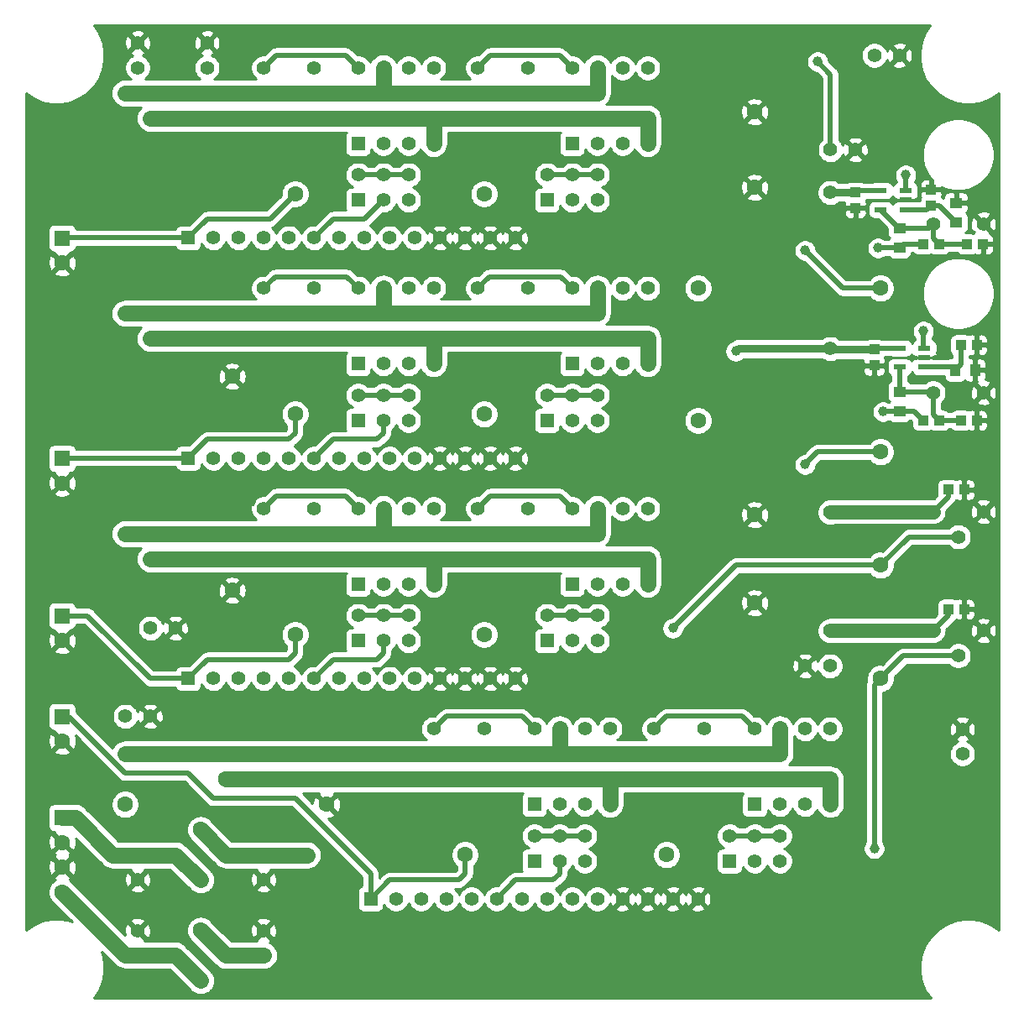
<source format=gbr>
%TF.GenerationSoftware,KiCad,Pcbnew,(5.1.12)-1*%
%TF.CreationDate,2022-11-09T13:16:59+09:00*%
%TF.ProjectId,2212_PHOTO_DIODE_PRE_AMP,32323132-5f50-4484-9f54-4f5f44494f44,0*%
%TF.SameCoordinates,Original*%
%TF.FileFunction,Copper,L2,Bot*%
%TF.FilePolarity,Positive*%
%FSLAX46Y46*%
G04 Gerber Fmt 4.6, Leading zero omitted, Abs format (unit mm)*
G04 Created by KiCad (PCBNEW (5.1.12)-1) date 2022-11-09 13:16:59*
%MOMM*%
%LPD*%
G01*
G04 APERTURE LIST*
%TA.AperFunction,SMDPad,CuDef*%
%ADD10R,1.300000X0.600000*%
%TD*%
%TA.AperFunction,SMDPad,CuDef*%
%ADD11R,1.000000X1.000000*%
%TD*%
%TA.AperFunction,ComponentPad*%
%ADD12C,1.400000*%
%TD*%
%TA.AperFunction,ComponentPad*%
%ADD13C,1.600000*%
%TD*%
%TA.AperFunction,ComponentPad*%
%ADD14R,1.600000X1.600000*%
%TD*%
%TA.AperFunction,ComponentPad*%
%ADD15R,1.400000X1.400000*%
%TD*%
%TA.AperFunction,SMDPad,CuDef*%
%ADD16R,1.250000X1.000000*%
%TD*%
%TA.AperFunction,SMDPad,CuDef*%
%ADD17R,1.000000X1.250000*%
%TD*%
%TA.AperFunction,ViaPad*%
%ADD18C,1.000000*%
%TD*%
%TA.AperFunction,ViaPad*%
%ADD19C,1.400000*%
%TD*%
%TA.AperFunction,Conductor*%
%ADD20C,0.500000*%
%TD*%
%TA.AperFunction,Conductor*%
%ADD21C,0.800000*%
%TD*%
%TA.AperFunction,Conductor*%
%ADD22C,1.400000*%
%TD*%
%TA.AperFunction,Conductor*%
%ADD23C,1.600000*%
%TD*%
%TA.AperFunction,Conductor*%
%ADD24C,0.254000*%
%TD*%
%TA.AperFunction,Conductor*%
%ADD25C,0.100000*%
%TD*%
G04 APERTURE END LIST*
D10*
%TO.P,IC2,3*%
%TO.N,Net-(C5-Pad2)*%
X141585000Y-85405000D03*
%TO.P,IC2,4*%
%TO.N,Net-(C3-Pad1)*%
X139085000Y-85405000D03*
%TO.P,IC2,2*%
%TO.N,GND*%
X141585000Y-84455000D03*
%TO.P,IC2,1*%
%TO.N,Net-(C9-Pad1)*%
X141585000Y-83505000D03*
%TO.P,IC2,5*%
%TO.N,+5V*%
X139085000Y-83505000D03*
%TD*%
D11*
%TO.P,C2,2*%
%TO.N,GND*%
X147485000Y-73025000D03*
%TO.P,C2,1*%
%TO.N,Net-(C2-Pad1)*%
X145885000Y-73025000D03*
%TD*%
%TO.P,C3,2*%
%TO.N,GND*%
X146850000Y-90805000D03*
%TO.P,C3,1*%
%TO.N,Net-(C3-Pad1)*%
X145250000Y-90805000D03*
%TD*%
%TO.P,C4,2*%
%TO.N,Net-(C4-Pad2)*%
X142240000Y-69126000D03*
%TO.P,C4,1*%
%TO.N,GND*%
X142240000Y-67526000D03*
%TD*%
%TO.P,C5,2*%
%TO.N,Net-(C5-Pad2)*%
X145250000Y-83185000D03*
%TO.P,C5,1*%
%TO.N,GND*%
X146850000Y-83185000D03*
%TD*%
%TO.P,C6,2*%
%TO.N,GND*%
X145580000Y-97790000D03*
%TO.P,C6,1*%
%TO.N,+5V*%
X143980000Y-97790000D03*
%TD*%
%TO.P,C7,2*%
%TO.N,GND*%
X145580000Y-109855000D03*
%TO.P,C7,1*%
%TO.N,+5V*%
X143980000Y-109855000D03*
%TD*%
%TO.P,C8,2*%
%TO.N,Net-(C2-Pad1)*%
X143040000Y-73025000D03*
%TO.P,C8,1*%
%TO.N,Net-(C8-Pad1)*%
X141440000Y-73025000D03*
%TD*%
%TO.P,C9,2*%
%TO.N,Net-(C3-Pad1)*%
X143040000Y-90805000D03*
%TO.P,C9,1*%
%TO.N,Net-(C9-Pad1)*%
X141440000Y-90805000D03*
%TD*%
%TO.P,C10,2*%
%TO.N,+5V*%
X134620000Y-67780000D03*
%TO.P,C10,1*%
%TO.N,GND*%
X134620000Y-69380000D03*
%TD*%
%TO.P,C11,2*%
%TO.N,+5V*%
X136525000Y-83655000D03*
%TO.P,C11,1*%
%TO.N,GND*%
X136525000Y-85255000D03*
%TD*%
D12*
%TO.P,C12,2*%
%TO.N,GND*%
X62230000Y-137140000D03*
%TO.P,C12,1*%
%TO.N,Net-(C12-Pad1)*%
X62230000Y-134640000D03*
%TD*%
%TO.P,C13,2*%
%TO.N,Net-(C13-Pad2)*%
X62230000Y-144760000D03*
%TO.P,C13,1*%
%TO.N,GND*%
X62230000Y-142260000D03*
%TD*%
%TO.P,C14,2*%
%TO.N,GND*%
X129560000Y-115570000D03*
%TO.P,C14,1*%
%TO.N,+5V*%
X132060000Y-115570000D03*
%TD*%
%TO.P,C15,2*%
%TO.N,GND*%
X74930000Y-137140000D03*
%TO.P,C15,1*%
%TO.N,+12V*%
X74930000Y-134640000D03*
%TD*%
%TO.P,C16,2*%
%TO.N,-12V*%
X74930000Y-144760000D03*
%TO.P,C16,1*%
%TO.N,GND*%
X74930000Y-142260000D03*
%TD*%
%TO.P,C19,2*%
%TO.N,GND*%
X134600000Y-63500000D03*
%TO.P,C19,1*%
%TO.N,+5V*%
X132100000Y-63500000D03*
%TD*%
%TO.P,C20,2*%
%TO.N,GND*%
X145415000Y-121940000D03*
%TO.P,C20,1*%
%TO.N,+5V*%
X145415000Y-124440000D03*
%TD*%
%TO.P,C33,2*%
%TO.N,GND*%
X62230000Y-52725000D03*
%TO.P,C33,1*%
%TO.N,+12V*%
X62230000Y-55225000D03*
%TD*%
%TO.P,C34,2*%
%TO.N,-12V*%
X69215000Y-55225000D03*
%TO.P,C34,1*%
%TO.N,GND*%
X69215000Y-52725000D03*
%TD*%
%TO.P,C47,2*%
%TO.N,GND*%
X63480000Y-120650000D03*
%TO.P,C47,1*%
%TO.N,+12V*%
X60980000Y-120650000D03*
%TD*%
%TO.P,C48,2*%
%TO.N,-12V*%
X63520000Y-111760000D03*
%TO.P,C48,1*%
%TO.N,GND*%
X66020000Y-111760000D03*
%TD*%
D13*
%TO.P,CN2,2*%
%TO.N,GND*%
X54610000Y-74910000D03*
D14*
%TO.P,CN2,1*%
%TO.N,/GAIN/GAIN_OUT1*%
X54610000Y-72410000D03*
%TD*%
D13*
%TO.P,CN3,2*%
%TO.N,GND*%
X54610000Y-97135000D03*
D14*
%TO.P,CN3,1*%
%TO.N,/GAIN/GAIN_OUT2*%
X54610000Y-94635000D03*
%TD*%
D13*
%TO.P,CN4,2*%
%TO.N,GND*%
X54610000Y-113010000D03*
D14*
%TO.P,CN4,1*%
%TO.N,/GAIN/GAIN_OUT3*%
X54610000Y-110510000D03*
%TD*%
D13*
%TO.P,CN5,2*%
%TO.N,GND*%
X54610000Y-123170000D03*
D14*
%TO.P,CN5,1*%
%TO.N,/GAIN/GAIN_OUT4*%
X54610000Y-120670000D03*
%TD*%
D10*
%TO.P,IC1,3*%
%TO.N,Net-(C4-Pad2)*%
X139680000Y-69530000D03*
%TO.P,IC1,4*%
%TO.N,Net-(C2-Pad1)*%
X137180000Y-69530000D03*
%TO.P,IC1,2*%
%TO.N,GND*%
X139680000Y-68580000D03*
%TO.P,IC1,1*%
%TO.N,Net-(C8-Pad1)*%
X139680000Y-67630000D03*
%TO.P,IC1,5*%
%TO.N,+5V*%
X137180000Y-67630000D03*
%TD*%
D12*
%TO.P,IC5,8*%
%TO.N,Net-(IC5-Pad8)*%
X106045000Y-55245000D03*
%TO.P,IC5,4*%
%TO.N,-12V*%
X113665000Y-62865000D03*
%TO.P,IC5,7*%
%TO.N,+12V*%
X108585000Y-55245000D03*
%TO.P,IC5,3*%
%TO.N,Net-(IC5-Pad3)*%
X111125000Y-62865000D03*
%TO.P,IC5,6*%
%TO.N,Net-(C25-Pad1)*%
X111125000Y-55245000D03*
%TO.P,IC5,2*%
%TO.N,Net-(C25-Pad2)*%
X108585000Y-62865000D03*
%TO.P,IC5,5*%
%TO.N,Net-(IC5-Pad5)*%
X113665000Y-55245000D03*
D15*
%TO.P,IC5,1*%
%TO.N,Net-(IC5-Pad1)*%
X106045000Y-62865000D03*
%TD*%
D12*
%TO.P,IC6,8*%
%TO.N,Net-(IC6-Pad8)*%
X106045000Y-77470000D03*
%TO.P,IC6,4*%
%TO.N,-12V*%
X113665000Y-85090000D03*
%TO.P,IC6,7*%
%TO.N,+12V*%
X108585000Y-77470000D03*
%TO.P,IC6,3*%
%TO.N,Net-(IC6-Pad3)*%
X111125000Y-85090000D03*
%TO.P,IC6,6*%
%TO.N,Net-(C26-Pad1)*%
X111125000Y-77470000D03*
%TO.P,IC6,2*%
%TO.N,Net-(C26-Pad2)*%
X108585000Y-85090000D03*
%TO.P,IC6,5*%
%TO.N,Net-(IC6-Pad5)*%
X113665000Y-77470000D03*
D15*
%TO.P,IC6,1*%
%TO.N,Net-(IC6-Pad1)*%
X106045000Y-85090000D03*
%TD*%
D12*
%TO.P,IC7,8*%
%TO.N,Net-(IC7-Pad8)*%
X84455000Y-55245000D03*
%TO.P,IC7,4*%
%TO.N,-12V*%
X92075000Y-62865000D03*
%TO.P,IC7,7*%
%TO.N,+12V*%
X86995000Y-55245000D03*
%TO.P,IC7,3*%
%TO.N,Net-(IC7-Pad3)*%
X89535000Y-62865000D03*
%TO.P,IC7,6*%
%TO.N,/GAIN/GAIN_OUT1*%
X89535000Y-55245000D03*
%TO.P,IC7,2*%
%TO.N,Net-(C31-Pad2)*%
X86995000Y-62865000D03*
%TO.P,IC7,5*%
%TO.N,Net-(IC7-Pad5)*%
X92075000Y-55245000D03*
D15*
%TO.P,IC7,1*%
%TO.N,Net-(IC7-Pad1)*%
X84455000Y-62865000D03*
%TD*%
D12*
%TO.P,IC8,8*%
%TO.N,Net-(IC8-Pad8)*%
X84455000Y-77470000D03*
%TO.P,IC8,4*%
%TO.N,-12V*%
X92075000Y-85090000D03*
%TO.P,IC8,7*%
%TO.N,+12V*%
X86995000Y-77470000D03*
%TO.P,IC8,3*%
%TO.N,Net-(IC8-Pad3)*%
X89535000Y-85090000D03*
%TO.P,IC8,6*%
%TO.N,/GAIN/GAIN_OUT2*%
X89535000Y-77470000D03*
%TO.P,IC8,2*%
%TO.N,Net-(C32-Pad2)*%
X86995000Y-85090000D03*
%TO.P,IC8,5*%
%TO.N,Net-(IC8-Pad5)*%
X92075000Y-77470000D03*
D15*
%TO.P,IC8,1*%
%TO.N,Net-(IC8-Pad1)*%
X84455000Y-85090000D03*
%TD*%
D12*
%TO.P,IC9,8*%
%TO.N,Net-(IC9-Pad8)*%
X106045000Y-99695000D03*
%TO.P,IC9,4*%
%TO.N,-12V*%
X113665000Y-107315000D03*
%TO.P,IC9,7*%
%TO.N,+12V*%
X108585000Y-99695000D03*
%TO.P,IC9,3*%
%TO.N,Net-(IC9-Pad3)*%
X111125000Y-107315000D03*
%TO.P,IC9,6*%
%TO.N,Net-(C39-Pad1)*%
X111125000Y-99695000D03*
%TO.P,IC9,2*%
%TO.N,Net-(C39-Pad2)*%
X108585000Y-107315000D03*
%TO.P,IC9,5*%
%TO.N,Net-(IC9-Pad5)*%
X113665000Y-99695000D03*
D15*
%TO.P,IC9,1*%
%TO.N,Net-(IC9-Pad1)*%
X106045000Y-107315000D03*
%TD*%
D12*
%TO.P,IC10,8*%
%TO.N,Net-(IC10-Pad8)*%
X124460000Y-121920000D03*
%TO.P,IC10,4*%
%TO.N,-12V*%
X132080000Y-129540000D03*
%TO.P,IC10,7*%
%TO.N,+12V*%
X127000000Y-121920000D03*
%TO.P,IC10,3*%
%TO.N,Net-(IC10-Pad3)*%
X129540000Y-129540000D03*
%TO.P,IC10,6*%
%TO.N,Net-(C40-Pad1)*%
X129540000Y-121920000D03*
%TO.P,IC10,2*%
%TO.N,Net-(C40-Pad2)*%
X127000000Y-129540000D03*
%TO.P,IC10,5*%
%TO.N,Net-(IC10-Pad5)*%
X132080000Y-121920000D03*
D15*
%TO.P,IC10,1*%
%TO.N,Net-(IC10-Pad1)*%
X124460000Y-129540000D03*
%TD*%
D12*
%TO.P,IC11,8*%
%TO.N,Net-(IC11-Pad8)*%
X84455000Y-99695000D03*
%TO.P,IC11,4*%
%TO.N,-12V*%
X92075000Y-107315000D03*
%TO.P,IC11,7*%
%TO.N,+12V*%
X86995000Y-99695000D03*
%TO.P,IC11,3*%
%TO.N,Net-(IC11-Pad3)*%
X89535000Y-107315000D03*
%TO.P,IC11,6*%
%TO.N,/GAIN/GAIN_OUT3*%
X89535000Y-99695000D03*
%TO.P,IC11,2*%
%TO.N,Net-(C45-Pad2)*%
X86995000Y-107315000D03*
%TO.P,IC11,5*%
%TO.N,Net-(IC11-Pad5)*%
X92075000Y-99695000D03*
D15*
%TO.P,IC11,1*%
%TO.N,Net-(IC11-Pad1)*%
X84455000Y-107315000D03*
%TD*%
D12*
%TO.P,IC12,8*%
%TO.N,Net-(IC12-Pad8)*%
X102235000Y-121920000D03*
%TO.P,IC12,4*%
%TO.N,-12V*%
X109855000Y-129540000D03*
%TO.P,IC12,7*%
%TO.N,+12V*%
X104775000Y-121920000D03*
%TO.P,IC12,3*%
%TO.N,Net-(IC12-Pad3)*%
X107315000Y-129540000D03*
%TO.P,IC12,6*%
%TO.N,/GAIN/GAIN_OUT4*%
X107315000Y-121920000D03*
%TO.P,IC12,2*%
%TO.N,Net-(C46-Pad2)*%
X104775000Y-129540000D03*
%TO.P,IC12,5*%
%TO.N,Net-(IC12-Pad5)*%
X109855000Y-121920000D03*
D15*
%TO.P,IC12,1*%
%TO.N,Net-(IC12-Pad1)*%
X102235000Y-129540000D03*
%TD*%
D12*
%TO.P,JP1,6*%
%TO.N,Net-(C25-Pad2)*%
X103505000Y-66040000D03*
%TO.P,JP1,5*%
X106045000Y-66040000D03*
%TO.P,JP1,4*%
X108585000Y-66040000D03*
%TO.P,JP1,3*%
%TO.N,Net-(JP1-Pad3)*%
X108585000Y-68580000D03*
%TO.P,JP1,2*%
%TO.N,Net-(JP1-Pad2)*%
X106045000Y-68580000D03*
D15*
%TO.P,JP1,1*%
%TO.N,Net-(JP1-Pad1)*%
X103505000Y-68580000D03*
%TD*%
D12*
%TO.P,JP2,6*%
%TO.N,Net-(C26-Pad2)*%
X103505000Y-88265000D03*
%TO.P,JP2,5*%
X106045000Y-88265000D03*
%TO.P,JP2,4*%
X108585000Y-88265000D03*
%TO.P,JP2,3*%
%TO.N,Net-(JP2-Pad3)*%
X108585000Y-90805000D03*
%TO.P,JP2,2*%
%TO.N,Net-(JP2-Pad2)*%
X106045000Y-90805000D03*
D15*
%TO.P,JP2,1*%
%TO.N,Net-(JP2-Pad1)*%
X103505000Y-90805000D03*
%TD*%
D12*
%TO.P,JP3,6*%
%TO.N,Net-(C31-Pad2)*%
X84455000Y-66040000D03*
%TO.P,JP3,5*%
X86995000Y-66040000D03*
%TO.P,JP3,4*%
X89535000Y-66040000D03*
%TO.P,JP3,3*%
%TO.N,Net-(JP3-Pad3)*%
X89535000Y-68580000D03*
%TO.P,JP3,2*%
%TO.N,Net-(JP3-Pad2)*%
X86995000Y-68580000D03*
D15*
%TO.P,JP3,1*%
%TO.N,/GAIN/GAIN_OUT1*%
X84455000Y-68580000D03*
%TD*%
D12*
%TO.P,JP4,6*%
%TO.N,Net-(C32-Pad2)*%
X84455000Y-88265000D03*
%TO.P,JP4,5*%
X86995000Y-88265000D03*
%TO.P,JP4,4*%
X89535000Y-88265000D03*
%TO.P,JP4,3*%
%TO.N,Net-(JP4-Pad3)*%
X89535000Y-90805000D03*
%TO.P,JP4,2*%
%TO.N,Net-(JP4-Pad2)*%
X86995000Y-90805000D03*
D15*
%TO.P,JP4,1*%
%TO.N,/GAIN/GAIN_OUT2*%
X84455000Y-90805000D03*
%TD*%
D12*
%TO.P,JP5,6*%
%TO.N,Net-(C39-Pad2)*%
X103505000Y-110490000D03*
%TO.P,JP5,5*%
X106045000Y-110490000D03*
%TO.P,JP5,4*%
X108585000Y-110490000D03*
%TO.P,JP5,3*%
%TO.N,Net-(JP5-Pad3)*%
X108585000Y-113030000D03*
%TO.P,JP5,2*%
%TO.N,Net-(JP5-Pad2)*%
X106045000Y-113030000D03*
D15*
%TO.P,JP5,1*%
%TO.N,Net-(JP5-Pad1)*%
X103505000Y-113030000D03*
%TD*%
D12*
%TO.P,JP6,6*%
%TO.N,Net-(C40-Pad2)*%
X121920000Y-132715000D03*
%TO.P,JP6,5*%
X124460000Y-132715000D03*
%TO.P,JP6,4*%
X127000000Y-132715000D03*
%TO.P,JP6,3*%
%TO.N,Net-(JP6-Pad3)*%
X127000000Y-135255000D03*
%TO.P,JP6,2*%
%TO.N,Net-(JP6-Pad2)*%
X124460000Y-135255000D03*
D15*
%TO.P,JP6,1*%
%TO.N,Net-(JP6-Pad1)*%
X121920000Y-135255000D03*
%TD*%
D12*
%TO.P,JP7,6*%
%TO.N,Net-(C45-Pad2)*%
X84455000Y-110490000D03*
%TO.P,JP7,5*%
X86995000Y-110490000D03*
%TO.P,JP7,4*%
X89535000Y-110490000D03*
%TO.P,JP7,3*%
%TO.N,Net-(JP7-Pad3)*%
X89535000Y-113030000D03*
%TO.P,JP7,2*%
%TO.N,Net-(JP7-Pad2)*%
X86995000Y-113030000D03*
D15*
%TO.P,JP7,1*%
%TO.N,/GAIN/GAIN_OUT3*%
X84455000Y-113030000D03*
%TD*%
D12*
%TO.P,JP8,6*%
%TO.N,Net-(C46-Pad2)*%
X102235000Y-132715000D03*
%TO.P,JP8,5*%
X104775000Y-132715000D03*
%TO.P,JP8,4*%
X107315000Y-132715000D03*
%TO.P,JP8,3*%
%TO.N,Net-(JP8-Pad3)*%
X107315000Y-135255000D03*
%TO.P,JP8,2*%
%TO.N,Net-(JP8-Pad2)*%
X104775000Y-135255000D03*
D15*
%TO.P,JP8,1*%
%TO.N,/GAIN/GAIN_OUT4*%
X102235000Y-135255000D03*
%TD*%
D13*
%TO.P,L1,2*%
%TO.N,+12V*%
X68580000Y-132080000D03*
%TO.P,L1,1*%
%TO.N,Net-(C12-Pad1)*%
X68580000Y-137160000D03*
%TD*%
%TO.P,L2,2*%
%TO.N,Net-(C13-Pad2)*%
X68580000Y-147320000D03*
%TO.P,L2,1*%
%TO.N,-12V*%
X68580000Y-142240000D03*
%TD*%
D12*
%TO.P,LED1,2*%
%TO.N,GND*%
X139065000Y-53975000D03*
%TO.P,LED1,1*%
%TO.N,Net-(LED1-Pad1)*%
X136525000Y-53975000D03*
%TD*%
%TO.P,PD1,2*%
%TO.N,Net-(C2-Pad1)*%
X142460000Y-71000000D03*
%TO.P,PD1,1*%
%TO.N,GND*%
X147540000Y-71000000D03*
%TD*%
%TO.P,PD2,2*%
%TO.N,Net-(C3-Pad1)*%
X142460000Y-88000000D03*
%TO.P,PD2,1*%
%TO.N,GND*%
X147540000Y-88000000D03*
%TD*%
%TO.P,PD3,3*%
%TO.N,GND*%
X147540000Y-100000000D03*
%TO.P,PD3,2*%
%TO.N,/GAIN/GAIN_IN3*%
X145000000Y-102540000D03*
%TO.P,PD3,1*%
%TO.N,+5V*%
X142460000Y-100000000D03*
%TD*%
%TO.P,PD4,3*%
%TO.N,GND*%
X147540000Y-112000000D03*
%TO.P,PD4,2*%
%TO.N,/GAIN/GAIN_IN4*%
X145000000Y-114540000D03*
%TO.P,PD4,1*%
%TO.N,+5V*%
X142460000Y-112000000D03*
%TD*%
D16*
%TO.P,R1,2*%
%TO.N,Net-(C4-Pad2)*%
X144780000Y-70850000D03*
%TO.P,R1,1*%
%TO.N,GND*%
X144780000Y-68850000D03*
%TD*%
D17*
%TO.P,R2,2*%
%TO.N,Net-(C5-Pad2)*%
X144685000Y-85725000D03*
%TO.P,R2,1*%
%TO.N,GND*%
X146685000Y-85725000D03*
%TD*%
D16*
%TO.P,R3,2*%
%TO.N,Net-(C8-Pad1)*%
X139065000Y-73390000D03*
%TO.P,R3,1*%
%TO.N,Net-(C2-Pad1)*%
X139065000Y-71390000D03*
%TD*%
%TO.P,R4,2*%
%TO.N,Net-(C9-Pad1)*%
X139065000Y-89900000D03*
%TO.P,R4,1*%
%TO.N,Net-(C3-Pad1)*%
X139065000Y-87900000D03*
%TD*%
D12*
%TO.P,RA1,14*%
%TO.N,GND*%
X100330000Y-72390000D03*
%TO.P,RA1,13*%
X97790000Y-72390000D03*
%TO.P,RA1,12*%
X95250000Y-72390000D03*
%TO.P,RA1,11*%
X92710000Y-72390000D03*
%TO.P,RA1,10*%
%TO.N,Net-(RA1-Pad10)*%
X90170000Y-72390000D03*
%TO.P,RA1,9*%
%TO.N,Net-(JP3-Pad3)*%
X87630000Y-72390000D03*
%TO.P,RA1,8*%
%TO.N,Net-(RA1-Pad8)*%
X85090000Y-72390000D03*
%TO.P,RA1,7*%
%TO.N,Net-(RA1-Pad7)*%
X82550000Y-72390000D03*
%TO.P,RA1,6*%
%TO.N,Net-(JP3-Pad2)*%
X80010000Y-72390000D03*
%TO.P,RA1,5*%
%TO.N,Net-(RA1-Pad5)*%
X77470000Y-72390000D03*
%TO.P,RA1,4*%
%TO.N,Net-(RA1-Pad4)*%
X74930000Y-72390000D03*
%TO.P,RA1,3*%
%TO.N,Net-(RA1-Pad3)*%
X72390000Y-72390000D03*
%TO.P,RA1,2*%
%TO.N,Net-(RA1-Pad2)*%
X69850000Y-72390000D03*
D15*
%TO.P,RA1,1*%
%TO.N,/GAIN/GAIN_OUT1*%
X67310000Y-72390000D03*
%TD*%
D12*
%TO.P,RA2,14*%
%TO.N,GND*%
X100330000Y-94615000D03*
%TO.P,RA2,13*%
X97790000Y-94615000D03*
%TO.P,RA2,12*%
X95250000Y-94615000D03*
%TO.P,RA2,11*%
X92710000Y-94615000D03*
%TO.P,RA2,10*%
%TO.N,Net-(RA2-Pad10)*%
X90170000Y-94615000D03*
%TO.P,RA2,9*%
%TO.N,Net-(JP4-Pad3)*%
X87630000Y-94615000D03*
%TO.P,RA2,8*%
%TO.N,Net-(RA2-Pad8)*%
X85090000Y-94615000D03*
%TO.P,RA2,7*%
%TO.N,Net-(RA2-Pad7)*%
X82550000Y-94615000D03*
%TO.P,RA2,6*%
%TO.N,Net-(JP4-Pad2)*%
X80010000Y-94615000D03*
%TO.P,RA2,5*%
%TO.N,Net-(RA2-Pad5)*%
X77470000Y-94615000D03*
%TO.P,RA2,4*%
%TO.N,Net-(RA2-Pad4)*%
X74930000Y-94615000D03*
%TO.P,RA2,3*%
%TO.N,Net-(RA2-Pad3)*%
X72390000Y-94615000D03*
%TO.P,RA2,2*%
%TO.N,Net-(RA2-Pad2)*%
X69850000Y-94615000D03*
D15*
%TO.P,RA2,1*%
%TO.N,/GAIN/GAIN_OUT2*%
X67310000Y-94615000D03*
%TD*%
D12*
%TO.P,RA3,14*%
%TO.N,GND*%
X100330000Y-116840000D03*
%TO.P,RA3,13*%
X97790000Y-116840000D03*
%TO.P,RA3,12*%
X95250000Y-116840000D03*
%TO.P,RA3,11*%
X92710000Y-116840000D03*
%TO.P,RA3,10*%
%TO.N,Net-(RA3-Pad10)*%
X90170000Y-116840000D03*
%TO.P,RA3,9*%
%TO.N,Net-(JP7-Pad3)*%
X87630000Y-116840000D03*
%TO.P,RA3,8*%
%TO.N,Net-(RA3-Pad8)*%
X85090000Y-116840000D03*
%TO.P,RA3,7*%
%TO.N,Net-(RA3-Pad7)*%
X82550000Y-116840000D03*
%TO.P,RA3,6*%
%TO.N,Net-(JP7-Pad2)*%
X80010000Y-116840000D03*
%TO.P,RA3,5*%
%TO.N,Net-(RA3-Pad5)*%
X77470000Y-116840000D03*
%TO.P,RA3,4*%
%TO.N,Net-(RA3-Pad4)*%
X74930000Y-116840000D03*
%TO.P,RA3,3*%
%TO.N,Net-(RA3-Pad3)*%
X72390000Y-116840000D03*
%TO.P,RA3,2*%
%TO.N,Net-(RA3-Pad2)*%
X69850000Y-116840000D03*
D15*
%TO.P,RA3,1*%
%TO.N,/GAIN/GAIN_OUT3*%
X67310000Y-116840000D03*
%TD*%
D12*
%TO.P,RA4,14*%
%TO.N,GND*%
X118745000Y-139065000D03*
%TO.P,RA4,13*%
X116205000Y-139065000D03*
%TO.P,RA4,12*%
X113665000Y-139065000D03*
%TO.P,RA4,11*%
X111125000Y-139065000D03*
%TO.P,RA4,10*%
%TO.N,Net-(RA4-Pad10)*%
X108585000Y-139065000D03*
%TO.P,RA4,9*%
%TO.N,Net-(JP8-Pad3)*%
X106045000Y-139065000D03*
%TO.P,RA4,8*%
%TO.N,Net-(RA4-Pad8)*%
X103505000Y-139065000D03*
%TO.P,RA4,7*%
%TO.N,Net-(RA4-Pad7)*%
X100965000Y-139065000D03*
%TO.P,RA4,6*%
%TO.N,Net-(JP8-Pad2)*%
X98425000Y-139065000D03*
%TO.P,RA4,5*%
%TO.N,Net-(RA4-Pad5)*%
X95885000Y-139065000D03*
%TO.P,RA4,4*%
%TO.N,Net-(RA4-Pad4)*%
X93345000Y-139065000D03*
%TO.P,RA4,3*%
%TO.N,Net-(RA4-Pad3)*%
X90805000Y-139065000D03*
%TO.P,RA4,2*%
%TO.N,Net-(RA4-Pad2)*%
X88265000Y-139065000D03*
D15*
%TO.P,RA4,1*%
%TO.N,/GAIN/GAIN_OUT4*%
X85725000Y-139065000D03*
%TD*%
D13*
%TO.P,TP1,1*%
%TO.N,Net-(C8-Pad1)*%
X137160000Y-77470000D03*
%TD*%
%TO.P,TP2,1*%
%TO.N,Net-(C9-Pad1)*%
X137160000Y-93980000D03*
%TD*%
%TO.P,TP3,1*%
%TO.N,/GAIN/GAIN_IN3*%
X137160000Y-105410000D03*
%TD*%
%TO.P,TP4,1*%
%TO.N,/GAIN/GAIN_IN4*%
X137160000Y-116840000D03*
%TD*%
%TO.P,TP5,1*%
%TO.N,GND*%
X124460000Y-100330000D03*
%TD*%
%TO.P,TP6,1*%
%TO.N,/GAIN/GAIN_IN1*%
X118745000Y-77470000D03*
%TD*%
%TO.P,TP7,1*%
%TO.N,/GAIN/GAIN_IN2*%
X118745000Y-90805000D03*
%TD*%
%TO.P,TP8,1*%
%TO.N,+12V*%
X60960000Y-129540000D03*
%TD*%
%TO.P,TP9,1*%
%TO.N,-12V*%
X71120000Y-127000000D03*
%TD*%
%TO.P,TP10,1*%
%TO.N,GND*%
X81280000Y-129540000D03*
%TD*%
%TO.P,TP11,1*%
%TO.N,Net-(C25-Pad1)*%
X97155000Y-67945000D03*
%TD*%
%TO.P,TP12,1*%
%TO.N,Net-(C26-Pad1)*%
X97155000Y-90170000D03*
%TD*%
%TO.P,TP13,1*%
%TO.N,/GAIN/GAIN_OUT1*%
X78105000Y-67945000D03*
%TD*%
%TO.P,TP14,1*%
%TO.N,/GAIN/GAIN_OUT2*%
X78105000Y-90170000D03*
%TD*%
%TO.P,TP15,1*%
%TO.N,GND*%
X71755000Y-86360000D03*
%TD*%
%TO.P,TP16,1*%
%TO.N,Net-(C39-Pad1)*%
X97155000Y-112395000D03*
%TD*%
%TO.P,TP17,1*%
%TO.N,Net-(C40-Pad1)*%
X115570000Y-134620000D03*
%TD*%
%TO.P,TP18,1*%
%TO.N,/GAIN/GAIN_OUT3*%
X78105000Y-112395000D03*
%TD*%
%TO.P,TP19,1*%
%TO.N,/GAIN/GAIN_OUT4*%
X95250000Y-134620000D03*
%TD*%
%TO.P,TP20,1*%
%TO.N,GND*%
X71755000Y-107950000D03*
%TD*%
D12*
%TO.P,VR1,2*%
%TO.N,+12V*%
X99060000Y-57785000D03*
%TO.P,VR1,3*%
%TO.N,Net-(IC5-Pad8)*%
X96520000Y-55245000D03*
%TO.P,VR1,1*%
%TO.N,Net-(IC5-Pad1)*%
X101600000Y-55245000D03*
%TD*%
%TO.P,VR2,2*%
%TO.N,+12V*%
X99060000Y-80010000D03*
%TO.P,VR2,3*%
%TO.N,Net-(IC6-Pad8)*%
X96520000Y-77470000D03*
%TO.P,VR2,1*%
%TO.N,Net-(IC6-Pad1)*%
X101600000Y-77470000D03*
%TD*%
%TO.P,VR3,2*%
%TO.N,+12V*%
X77470000Y-57785000D03*
%TO.P,VR3,3*%
%TO.N,Net-(IC7-Pad8)*%
X74930000Y-55245000D03*
%TO.P,VR3,1*%
%TO.N,Net-(IC7-Pad1)*%
X80010000Y-55245000D03*
%TD*%
%TO.P,VR4,2*%
%TO.N,+12V*%
X77470000Y-80010000D03*
%TO.P,VR4,3*%
%TO.N,Net-(IC8-Pad8)*%
X74930000Y-77470000D03*
%TO.P,VR4,1*%
%TO.N,Net-(IC8-Pad1)*%
X80010000Y-77470000D03*
%TD*%
%TO.P,VR5,2*%
%TO.N,+12V*%
X99060000Y-102235000D03*
%TO.P,VR5,3*%
%TO.N,Net-(IC9-Pad8)*%
X96520000Y-99695000D03*
%TO.P,VR5,1*%
%TO.N,Net-(IC9-Pad1)*%
X101600000Y-99695000D03*
%TD*%
%TO.P,VR6,2*%
%TO.N,+12V*%
X116840000Y-124460000D03*
%TO.P,VR6,3*%
%TO.N,Net-(IC10-Pad8)*%
X114300000Y-121920000D03*
%TO.P,VR6,1*%
%TO.N,Net-(IC10-Pad1)*%
X119380000Y-121920000D03*
%TD*%
%TO.P,VR7,2*%
%TO.N,+12V*%
X77470000Y-102235000D03*
%TO.P,VR7,3*%
%TO.N,Net-(IC11-Pad8)*%
X74930000Y-99695000D03*
%TO.P,VR7,1*%
%TO.N,Net-(IC11-Pad1)*%
X80010000Y-99695000D03*
%TD*%
%TO.P,VR8,2*%
%TO.N,+12V*%
X94615000Y-124460000D03*
%TO.P,VR8,3*%
%TO.N,Net-(IC12-Pad8)*%
X92075000Y-121920000D03*
%TO.P,VR8,1*%
%TO.N,Net-(IC12-Pad1)*%
X97155000Y-121920000D03*
%TD*%
D14*
%TO.P,CN1,1*%
%TO.N,Net-(C12-Pad1)*%
X54610000Y-130870000D03*
D13*
%TO.P,CN1,2*%
%TO.N,GND*%
X54610000Y-133370000D03*
%TO.P,CN1,3*%
X54610000Y-135870000D03*
%TO.P,CN1,4*%
%TO.N,Net-(C13-Pad2)*%
X54610000Y-138370000D03*
%TD*%
%TO.P,TP21,1*%
%TO.N,GND*%
X124460000Y-59690000D03*
%TD*%
%TO.P,TP22,1*%
%TO.N,GND*%
X124460000Y-67310000D03*
%TD*%
%TO.P,TP23,1*%
%TO.N,GND*%
X124460000Y-109220000D03*
%TD*%
D18*
%TO.N,GND*%
X119380000Y-55880000D03*
X127000000Y-55880000D03*
X127000000Y-63500000D03*
X119380000Y-63500000D03*
X119380000Y-71120000D03*
X127000000Y-71120000D03*
X119380000Y-96520000D03*
X119380000Y-104140000D03*
X127000000Y-96520000D03*
X127000000Y-104140000D03*
X119380000Y-111760000D03*
X127000000Y-111760000D03*
X119380000Y-119380000D03*
X127000000Y-119380000D03*
X55880000Y-60960000D03*
X55880000Y-68580000D03*
X55880000Y-78740000D03*
X55880000Y-86360000D03*
X55880000Y-104140000D03*
X55880000Y-116840000D03*
X55880000Y-127000000D03*
X66040000Y-63500000D03*
X66040000Y-68580000D03*
X73660000Y-68580000D03*
X73660000Y-63500000D03*
X66040000Y-76200000D03*
X73660000Y-76200000D03*
X66040000Y-88900000D03*
X73660000Y-88900000D03*
X66040000Y-99060000D03*
X73660000Y-99060000D03*
X82550000Y-140970000D03*
X82550000Y-146050000D03*
X91440000Y-146050000D03*
X91440000Y-140970000D03*
X100330000Y-140970000D03*
X100330000Y-146050000D03*
X109220000Y-146050000D03*
X109220000Y-140970000D03*
X116840000Y-140970000D03*
X116840000Y-146050000D03*
X124460000Y-146050000D03*
X132080000Y-146050000D03*
X132080000Y-140970000D03*
D19*
%TO.N,+5V*%
X132080000Y-83566000D03*
X132080000Y-67818000D03*
X132080000Y-100076000D03*
X132080000Y-112014000D03*
D18*
X122555000Y-83820000D03*
X130810000Y-54610000D03*
%TO.N,Net-(C8-Pad1)*%
X136906000Y-73406000D03*
X139700000Y-66040000D03*
X129540000Y-73660000D03*
%TO.N,Net-(C9-Pad1)*%
X137414000Y-89916000D03*
X141478000Y-81788000D03*
X129540000Y-95250000D03*
%TO.N,+12V*%
X83185000Y-57785000D03*
X104775000Y-57785000D03*
D19*
X60960000Y-57785000D03*
X60960000Y-80010000D03*
X79355000Y-134640000D03*
X60960000Y-102235000D03*
X60960000Y-124460000D03*
D18*
X100965000Y-124460000D03*
X123190000Y-124460000D03*
X104775000Y-102235000D03*
X83185000Y-102235000D03*
X104775000Y-80010000D03*
X83185000Y-80010000D03*
%TO.N,-12V*%
X93345000Y-60325000D03*
X113665000Y-60325000D03*
D19*
X63500000Y-104775000D03*
X63500000Y-82550000D03*
X63500000Y-60325000D03*
D18*
X109855000Y-127000000D03*
X132080000Y-127000000D03*
X113665000Y-104775000D03*
X92075000Y-104775000D03*
X113665000Y-82550000D03*
X92075000Y-82550000D03*
D19*
X69215000Y-60325000D03*
D18*
%TO.N,/GAIN/GAIN_IN3*%
X116205000Y-111760000D03*
%TO.N,/GAIN/GAIN_IN4*%
X136525000Y-133985000D03*
%TD*%
D20*
%TO.N,Net-(C2-Pad1)*%
X142460000Y-72445000D02*
X143040000Y-73025000D01*
X142460000Y-71000000D02*
X142460000Y-72445000D01*
X142070000Y-71390000D02*
X142460000Y-71000000D01*
X139065000Y-71390000D02*
X142070000Y-71390000D01*
X145885000Y-73025000D02*
X143040000Y-73025000D01*
X139040000Y-71390000D02*
X137180000Y-69530000D01*
X139065000Y-71390000D02*
X139040000Y-71390000D01*
%TO.N,Net-(C3-Pad1)*%
X139085000Y-87880000D02*
X139065000Y-87900000D01*
X139085000Y-85405000D02*
X139085000Y-87880000D01*
X145250000Y-90805000D02*
X143040000Y-90805000D01*
X142460000Y-90225000D02*
X143040000Y-90805000D01*
X142460000Y-88000000D02*
X142460000Y-90225000D01*
X142360000Y-87900000D02*
X142460000Y-88000000D01*
X139065000Y-87900000D02*
X142360000Y-87900000D01*
%TO.N,Net-(C4-Pad2)*%
X143056000Y-69126000D02*
X144780000Y-70850000D01*
X142240000Y-69126000D02*
X143056000Y-69126000D01*
X141836000Y-69530000D02*
X142240000Y-69126000D01*
X139680000Y-69530000D02*
X141836000Y-69530000D01*
%TO.N,Net-(C5-Pad2)*%
X144365000Y-85405000D02*
X144685000Y-85725000D01*
X141585000Y-85405000D02*
X144365000Y-85405000D01*
X145250000Y-85160000D02*
X144685000Y-85725000D01*
X145250000Y-83185000D02*
X145250000Y-85160000D01*
%TO.N,+5V*%
X134770000Y-67630000D02*
X134620000Y-67780000D01*
X137180000Y-67630000D02*
X134770000Y-67630000D01*
X136675000Y-83505000D02*
X136525000Y-83655000D01*
X139085000Y-83505000D02*
X136675000Y-83505000D01*
D21*
X132169000Y-83655000D02*
X132080000Y-83566000D01*
X136525000Y-83655000D02*
X132169000Y-83655000D01*
X132118000Y-67780000D02*
X132080000Y-67818000D01*
X134620000Y-67780000D02*
X132118000Y-67780000D01*
D22*
X132156000Y-100000000D02*
X132080000Y-100076000D01*
X142460000Y-100000000D02*
X132156000Y-100000000D01*
X132094000Y-112000000D02*
X132080000Y-112014000D01*
X142460000Y-112000000D02*
X132094000Y-112000000D01*
D20*
X143980000Y-110480000D02*
X142460000Y-112000000D01*
X143980000Y-109855000D02*
X143980000Y-110480000D01*
X143980000Y-98480000D02*
X142460000Y-100000000D01*
X143980000Y-97790000D02*
X143980000Y-98480000D01*
D21*
X122809000Y-83566000D02*
X122555000Y-83820000D01*
X132080000Y-83566000D02*
X122809000Y-83566000D01*
D20*
X132100000Y-55900000D02*
X130810000Y-54610000D01*
X132100000Y-63500000D02*
X132100000Y-55900000D01*
%TO.N,Net-(C8-Pad1)*%
X139430000Y-73025000D02*
X139065000Y-73390000D01*
X141440000Y-73025000D02*
X139430000Y-73025000D01*
X136922000Y-73390000D02*
X136906000Y-73406000D01*
X139065000Y-73390000D02*
X136922000Y-73390000D01*
X139700000Y-67610000D02*
X139680000Y-67630000D01*
X139700000Y-66040000D02*
X139700000Y-67610000D01*
X137160000Y-77470000D02*
X133350000Y-77470000D01*
X133350000Y-77470000D02*
X129540000Y-73660000D01*
%TO.N,Net-(C9-Pad1)*%
X140535000Y-89900000D02*
X141440000Y-90805000D01*
X139065000Y-89900000D02*
X140535000Y-89900000D01*
X137430000Y-89900000D02*
X137414000Y-89916000D01*
X139065000Y-89900000D02*
X137430000Y-89900000D01*
X141478000Y-83398000D02*
X141585000Y-83505000D01*
X141478000Y-81788000D02*
X141478000Y-83398000D01*
X130810000Y-93980000D02*
X129540000Y-95250000D01*
X137160000Y-93980000D02*
X130810000Y-93980000D01*
D23*
%TO.N,Net-(C12-Pad1)*%
X66060000Y-134640000D02*
X68580000Y-137160000D01*
X62230000Y-134640000D02*
X66060000Y-134640000D01*
X59710000Y-134640000D02*
X62230000Y-134640000D01*
X55940000Y-130870000D02*
X59710000Y-134640000D01*
X54610000Y-130870000D02*
X55940000Y-130870000D01*
%TO.N,Net-(C13-Pad2)*%
X54610000Y-138370000D02*
X60960000Y-144720000D01*
X62190000Y-144720000D02*
X62230000Y-144760000D01*
X60960000Y-144720000D02*
X62190000Y-144720000D01*
X66020000Y-144760000D02*
X68580000Y-147320000D01*
X62230000Y-144760000D02*
X66020000Y-144760000D01*
%TO.N,+12V*%
X108585000Y-55245000D02*
X108585000Y-57785000D01*
X86995000Y-57785000D02*
X86995000Y-55245000D01*
X86995000Y-57785000D02*
X83185000Y-57785000D01*
X104775000Y-57785000D02*
X86995000Y-57785000D01*
X108585000Y-57785000D02*
X104775000Y-57785000D01*
X83185000Y-57785000D02*
X77470000Y-57785000D01*
X71140000Y-134640000D02*
X68580000Y-132080000D01*
X74930000Y-134640000D02*
X71140000Y-134640000D01*
X77470000Y-57785000D02*
X60960000Y-57785000D01*
X86995000Y-80010000D02*
X86995000Y-77470000D01*
X86995000Y-80010000D02*
X99060000Y-80010000D01*
X108585000Y-80010000D02*
X108585000Y-77470000D01*
X77470000Y-80010000D02*
X60960000Y-80010000D01*
X86995000Y-102235000D02*
X86995000Y-99695000D01*
X86995000Y-102235000D02*
X99060000Y-102235000D01*
X108585000Y-102235000D02*
X108585000Y-99695000D01*
X77470000Y-102235000D02*
X60960000Y-102235000D01*
X74930000Y-134640000D02*
X79355000Y-134640000D01*
X127000000Y-121920000D02*
X127000000Y-124460000D01*
X116840000Y-124460000D02*
X104775000Y-124460000D01*
X104775000Y-124460000D02*
X104775000Y-121920000D01*
X94615000Y-124460000D02*
X60960000Y-124460000D01*
X100965000Y-124460000D02*
X94615000Y-124460000D01*
X104775000Y-124460000D02*
X100965000Y-124460000D01*
X123190000Y-124460000D02*
X116840000Y-124460000D01*
X127000000Y-124460000D02*
X123190000Y-124460000D01*
X104775000Y-102235000D02*
X108585000Y-102235000D01*
X99060000Y-102235000D02*
X104775000Y-102235000D01*
X83185000Y-102235000D02*
X86995000Y-102235000D01*
X77470000Y-102235000D02*
X83185000Y-102235000D01*
X104775000Y-80010000D02*
X108585000Y-80010000D01*
X99060000Y-80010000D02*
X104775000Y-80010000D01*
X83185000Y-80010000D02*
X86995000Y-80010000D01*
X77470000Y-80010000D02*
X83185000Y-80010000D01*
%TO.N,-12V*%
X92075000Y-60325000D02*
X92075000Y-62865000D01*
X113665000Y-62865000D02*
X113665000Y-60325000D01*
X93345000Y-60325000D02*
X92075000Y-60325000D01*
X113665000Y-60325000D02*
X93345000Y-60325000D01*
X71100000Y-144760000D02*
X68580000Y-142240000D01*
X74930000Y-144760000D02*
X71100000Y-144760000D01*
X63500000Y-104775000D02*
X92075000Y-104775000D01*
X92075000Y-104775000D02*
X92075000Y-107315000D01*
X92075000Y-104775000D02*
X113665000Y-104775000D01*
X113665000Y-104775000D02*
X113665000Y-107315000D01*
X92075000Y-85090000D02*
X92075000Y-82550000D01*
X92075000Y-82550000D02*
X113665000Y-82550000D01*
X113665000Y-82550000D02*
X113665000Y-85090000D01*
X63500000Y-82550000D02*
X92075000Y-82550000D01*
X92075000Y-60325000D02*
X63500000Y-60325000D01*
X132080000Y-129540000D02*
X132080000Y-127000000D01*
X132080000Y-127000000D02*
X109855000Y-127000000D01*
X109855000Y-127000000D02*
X109855000Y-129540000D01*
X71120000Y-127000000D02*
X109855000Y-127000000D01*
D20*
%TO.N,Net-(C25-Pad2)*%
X108585000Y-66040000D02*
X106045000Y-66040000D01*
X106045000Y-66040000D02*
X103505000Y-66040000D01*
%TO.N,Net-(C26-Pad2)*%
X108585000Y-88265000D02*
X106045000Y-88265000D01*
X103505000Y-88265000D02*
X106045000Y-88265000D01*
%TO.N,Net-(C31-Pad2)*%
X89535000Y-66040000D02*
X86995000Y-66040000D01*
X86995000Y-66040000D02*
X84455000Y-66040000D01*
%TO.N,/GAIN/GAIN_OUT1*%
X78105000Y-67945000D02*
X75565000Y-70485000D01*
X69215000Y-70485000D02*
X67310000Y-72390000D01*
X75565000Y-70485000D02*
X69215000Y-70485000D01*
X54630000Y-72390000D02*
X54610000Y-72410000D01*
X67310000Y-72390000D02*
X54630000Y-72390000D01*
%TO.N,/GAIN/GAIN_OUT2*%
X78105000Y-90170000D02*
X78105000Y-92075000D01*
X78105000Y-92075000D02*
X77470000Y-92710000D01*
X69215000Y-92710000D02*
X67310000Y-94615000D01*
X77470000Y-92710000D02*
X69215000Y-92710000D01*
X54630000Y-94615000D02*
X54610000Y-94635000D01*
X67310000Y-94615000D02*
X54630000Y-94615000D01*
%TO.N,Net-(C32-Pad2)*%
X89535000Y-88265000D02*
X86995000Y-88265000D01*
X86995000Y-88265000D02*
X84455000Y-88265000D01*
%TO.N,Net-(C39-Pad2)*%
X108585000Y-110490000D02*
X106045000Y-110490000D01*
X106045000Y-110490000D02*
X103505000Y-110490000D01*
%TO.N,Net-(C40-Pad2)*%
X127000000Y-132715000D02*
X124460000Y-132715000D01*
X124460000Y-132715000D02*
X121920000Y-132715000D01*
%TO.N,Net-(C45-Pad2)*%
X89535000Y-110490000D02*
X86995000Y-110490000D01*
X86995000Y-110490000D02*
X84455000Y-110490000D01*
%TO.N,/GAIN/GAIN_OUT3*%
X78105000Y-112395000D02*
X78105000Y-114300000D01*
X78105000Y-114300000D02*
X77470000Y-114935000D01*
X69215000Y-114935000D02*
X67310000Y-116840000D01*
X77470000Y-114935000D02*
X69215000Y-114935000D01*
X67310000Y-116840000D02*
X63500000Y-116840000D01*
X57170000Y-110510000D02*
X54610000Y-110510000D01*
X63500000Y-116840000D02*
X57170000Y-110510000D01*
%TO.N,/GAIN/GAIN_OUT4*%
X95250000Y-134620000D02*
X95250000Y-136525000D01*
X95250000Y-136525000D02*
X94615000Y-137160000D01*
X87630000Y-137160000D02*
X85725000Y-139065000D01*
X94615000Y-137160000D02*
X87630000Y-137160000D01*
X85725000Y-139065000D02*
X85725000Y-136525000D01*
X85725000Y-136525000D02*
X78105000Y-128905000D01*
X78105000Y-128905000D02*
X69850000Y-128905000D01*
X69850000Y-128905000D02*
X67310000Y-126365000D01*
X67310000Y-126365000D02*
X60960000Y-126365000D01*
X55265000Y-120670000D02*
X54610000Y-120670000D01*
X60960000Y-126365000D02*
X55265000Y-120670000D01*
%TO.N,Net-(C46-Pad2)*%
X107315000Y-132715000D02*
X104775000Y-132715000D01*
X104775000Y-132715000D02*
X102235000Y-132715000D01*
%TO.N,Net-(IC5-Pad8)*%
X106045000Y-55245000D02*
X104775000Y-53975000D01*
X97790000Y-53975000D02*
X96520000Y-55245000D01*
X104775000Y-53975000D02*
X97790000Y-53975000D01*
%TO.N,Net-(IC6-Pad8)*%
X97670001Y-76319999D02*
X96520000Y-77470000D01*
X104894999Y-76319999D02*
X97670001Y-76319999D01*
X106045000Y-77470000D02*
X104894999Y-76319999D01*
%TO.N,Net-(IC7-Pad8)*%
X84455000Y-55245000D02*
X83185000Y-53975000D01*
X76200000Y-53975000D02*
X74930000Y-55245000D01*
X83185000Y-53975000D02*
X76200000Y-53975000D01*
%TO.N,Net-(IC8-Pad8)*%
X76080001Y-76319999D02*
X74930000Y-77470000D01*
X83304999Y-76319999D02*
X76080001Y-76319999D01*
X84455000Y-77470000D02*
X83304999Y-76319999D01*
%TO.N,Net-(IC9-Pad8)*%
X106045000Y-99695000D02*
X104775000Y-98425000D01*
X97790000Y-98425000D02*
X96520000Y-99695000D01*
X104775000Y-98425000D02*
X97790000Y-98425000D01*
%TO.N,Net-(IC10-Pad8)*%
X124460000Y-121920000D02*
X123190000Y-120650000D01*
X115570000Y-120650000D02*
X114300000Y-121920000D01*
X123190000Y-120650000D02*
X115570000Y-120650000D01*
%TO.N,Net-(IC11-Pad8)*%
X84455000Y-99695000D02*
X83185000Y-98425000D01*
X76200000Y-98425000D02*
X74930000Y-99695000D01*
X83185000Y-98425000D02*
X76200000Y-98425000D01*
%TO.N,Net-(IC12-Pad8)*%
X102235000Y-121920000D02*
X100965000Y-120650000D01*
X93345000Y-120650000D02*
X92075000Y-121920000D01*
X100965000Y-120650000D02*
X93345000Y-120650000D01*
%TO.N,Net-(JP3-Pad2)*%
X86995000Y-68580000D02*
X85090000Y-70485000D01*
X81915000Y-70485000D02*
X80010000Y-72390000D01*
X85090000Y-70485000D02*
X81915000Y-70485000D01*
%TO.N,Net-(JP4-Pad2)*%
X86995000Y-90805000D02*
X86995000Y-92075000D01*
X86995000Y-92075000D02*
X86360000Y-92710000D01*
X81915000Y-92710000D02*
X80010000Y-94615000D01*
X86360000Y-92710000D02*
X81915000Y-92710000D01*
%TO.N,Net-(JP7-Pad2)*%
X86995000Y-113030000D02*
X86995000Y-114300000D01*
X86995000Y-114300000D02*
X86360000Y-114935000D01*
X81915000Y-114935000D02*
X80010000Y-116840000D01*
X86360000Y-114935000D02*
X81915000Y-114935000D01*
%TO.N,Net-(JP8-Pad2)*%
X100330000Y-137160000D02*
X98425000Y-139065000D01*
X104140000Y-137160000D02*
X100330000Y-137160000D01*
X104775000Y-136525000D02*
X104140000Y-137160000D01*
X104775000Y-135255000D02*
X104775000Y-136525000D01*
%TO.N,/GAIN/GAIN_IN3*%
X140030000Y-102540000D02*
X137160000Y-105410000D01*
X145000000Y-102540000D02*
X140030000Y-102540000D01*
X122555000Y-105410000D02*
X137160000Y-105410000D01*
X116205000Y-111760000D02*
X122555000Y-105410000D01*
%TO.N,/GAIN/GAIN_IN4*%
X139460000Y-114540000D02*
X137160000Y-116840000D01*
X145000000Y-114540000D02*
X139460000Y-114540000D01*
X136525000Y-117475000D02*
X137160000Y-116840000D01*
X136525000Y-133985000D02*
X136525000Y-117475000D01*
%TD*%
D24*
%TO.N,GND*%
X141678058Y-51689874D02*
X141310420Y-52577431D01*
X141123000Y-53519657D01*
X141123000Y-54480343D01*
X141310420Y-55422569D01*
X141678058Y-56310126D01*
X142211787Y-57108906D01*
X142891094Y-57788213D01*
X143689874Y-58321942D01*
X144577431Y-58689580D01*
X145519657Y-58877000D01*
X146480343Y-58877000D01*
X147422569Y-58689580D01*
X148310126Y-58321942D01*
X149098000Y-57795500D01*
X149098000Y-142204500D01*
X148310126Y-141678058D01*
X147422569Y-141310420D01*
X146480343Y-141123000D01*
X145519657Y-141123000D01*
X144577431Y-141310420D01*
X143689874Y-141678058D01*
X142891094Y-142211787D01*
X142211787Y-142891094D01*
X141678058Y-143689874D01*
X141310420Y-144577431D01*
X141123000Y-145519657D01*
X141123000Y-146480343D01*
X141310420Y-147422569D01*
X141678058Y-148310126D01*
X142204500Y-149098000D01*
X57795500Y-149098000D01*
X58321942Y-148310126D01*
X58689580Y-147422569D01*
X58877000Y-146480343D01*
X58877000Y-145519657D01*
X58689580Y-144577431D01*
X58619962Y-144409357D01*
X59895450Y-145684846D01*
X59940392Y-145739608D01*
X60158899Y-145918932D01*
X60392316Y-146043696D01*
X60408192Y-146052182D01*
X60678690Y-146134236D01*
X60959999Y-146161943D01*
X61030491Y-146155000D01*
X61885276Y-146155000D01*
X61948692Y-146174237D01*
X62230000Y-146201943D01*
X62300495Y-146195000D01*
X65425605Y-146195000D01*
X67465363Y-148234759D01*
X67665241Y-148434637D01*
X67724144Y-148473995D01*
X67778899Y-148518931D01*
X67841373Y-148552324D01*
X67900273Y-148591680D01*
X67965714Y-148618786D01*
X68028192Y-148652182D01*
X68095988Y-148672748D01*
X68161426Y-148699853D01*
X68230896Y-148713672D01*
X68298691Y-148734237D01*
X68369190Y-148741180D01*
X68438665Y-148755000D01*
X68509505Y-148755000D01*
X68580000Y-148761943D01*
X68650495Y-148755000D01*
X68721335Y-148755000D01*
X68790810Y-148741180D01*
X68861309Y-148734237D01*
X68929103Y-148713672D01*
X68998574Y-148699853D01*
X69064014Y-148672747D01*
X69131807Y-148652182D01*
X69194282Y-148618788D01*
X69259727Y-148591680D01*
X69318631Y-148552321D01*
X69381100Y-148518931D01*
X69435851Y-148473998D01*
X69494759Y-148434637D01*
X69544856Y-148384540D01*
X69599607Y-148339607D01*
X69644540Y-148284856D01*
X69694637Y-148234759D01*
X69733998Y-148175851D01*
X69778931Y-148121100D01*
X69812321Y-148058631D01*
X69851680Y-147999727D01*
X69878788Y-147934282D01*
X69912182Y-147871807D01*
X69932747Y-147804014D01*
X69959853Y-147738574D01*
X69973672Y-147669103D01*
X69994237Y-147601309D01*
X70001180Y-147530810D01*
X70015000Y-147461335D01*
X70015000Y-147390495D01*
X70021943Y-147320000D01*
X70015000Y-147249505D01*
X70015000Y-147178665D01*
X70001180Y-147109190D01*
X69994237Y-147038691D01*
X69973672Y-146970896D01*
X69959853Y-146901426D01*
X69932748Y-146835988D01*
X69912182Y-146768192D01*
X69878786Y-146705714D01*
X69851680Y-146640273D01*
X69812324Y-146581373D01*
X69778931Y-146518899D01*
X69733995Y-146464144D01*
X69694637Y-146405241D01*
X69494759Y-146205363D01*
X67084554Y-143795159D01*
X67039608Y-143740392D01*
X66821101Y-143561068D01*
X66571808Y-143427818D01*
X66301309Y-143345764D01*
X66090492Y-143325000D01*
X66020000Y-143318057D01*
X65949508Y-143325000D01*
X62935105Y-143325000D01*
X62971664Y-143181269D01*
X62230000Y-142439605D01*
X62215858Y-142453748D01*
X62036253Y-142274143D01*
X62050395Y-142260000D01*
X62409605Y-142260000D01*
X63151269Y-143001664D01*
X63385037Y-142942203D01*
X63495934Y-142703758D01*
X63558183Y-142448260D01*
X63567066Y-142240000D01*
X67138057Y-142240000D01*
X67145000Y-142310492D01*
X67145000Y-142381335D01*
X67158821Y-142450818D01*
X67165764Y-142521308D01*
X67186326Y-142589094D01*
X67200147Y-142658574D01*
X67227254Y-142724017D01*
X67247818Y-142791807D01*
X67281212Y-142854282D01*
X67308320Y-142919727D01*
X67347679Y-142978631D01*
X67381069Y-143041100D01*
X67426002Y-143095851D01*
X67465363Y-143154759D01*
X67665241Y-143354637D01*
X67665244Y-143354639D01*
X70035450Y-145724846D01*
X70080392Y-145779608D01*
X70298899Y-145958932D01*
X70548192Y-146092182D01*
X70755278Y-146155000D01*
X70818690Y-146174236D01*
X71099999Y-146201943D01*
X71170491Y-146195000D01*
X75000492Y-146195000D01*
X75211309Y-146174236D01*
X75481808Y-146092182D01*
X75731101Y-145958932D01*
X75949608Y-145779608D01*
X76128932Y-145561101D01*
X76262182Y-145311808D01*
X76344236Y-145041309D01*
X76371943Y-144760000D01*
X76344236Y-144478691D01*
X76262182Y-144208192D01*
X76128932Y-143958899D01*
X75949608Y-143740392D01*
X75731101Y-143561068D01*
X75535049Y-143456276D01*
X75612203Y-143415037D01*
X75671664Y-143181269D01*
X74930000Y-142439605D01*
X74188336Y-143181269D01*
X74224895Y-143325000D01*
X71694396Y-143325000D01*
X70703869Y-142334473D01*
X73590610Y-142334473D01*
X73630875Y-142594344D01*
X73721065Y-142841366D01*
X73774963Y-142942203D01*
X74008731Y-143001664D01*
X74750395Y-142260000D01*
X75109605Y-142260000D01*
X75851269Y-143001664D01*
X76085037Y-142942203D01*
X76195934Y-142703758D01*
X76258183Y-142448260D01*
X76269390Y-142185527D01*
X76229125Y-141925656D01*
X76138935Y-141678634D01*
X76085037Y-141577797D01*
X75851269Y-141518336D01*
X75109605Y-142260000D01*
X74750395Y-142260000D01*
X74008731Y-141518336D01*
X73774963Y-141577797D01*
X73664066Y-141816242D01*
X73601817Y-142071740D01*
X73590610Y-142334473D01*
X70703869Y-142334473D01*
X69708127Y-141338731D01*
X74188336Y-141338731D01*
X74930000Y-142080395D01*
X75671664Y-141338731D01*
X75612203Y-141104963D01*
X75373758Y-140994066D01*
X75118260Y-140931817D01*
X74855527Y-140920610D01*
X74595656Y-140960875D01*
X74348634Y-141051065D01*
X74247797Y-141104963D01*
X74188336Y-141338731D01*
X69708127Y-141338731D01*
X69694639Y-141325244D01*
X69694637Y-141325241D01*
X69494759Y-141125363D01*
X69435851Y-141086002D01*
X69381100Y-141041069D01*
X69318631Y-141007679D01*
X69259727Y-140968320D01*
X69194282Y-140941212D01*
X69131807Y-140907818D01*
X69064017Y-140887254D01*
X68998574Y-140860147D01*
X68929094Y-140846326D01*
X68861308Y-140825764D01*
X68790818Y-140818821D01*
X68721335Y-140805000D01*
X68650492Y-140805000D01*
X68580000Y-140798057D01*
X68509508Y-140805000D01*
X68438665Y-140805000D01*
X68369182Y-140818821D01*
X68298692Y-140825764D01*
X68230906Y-140846326D01*
X68161426Y-140860147D01*
X68095983Y-140887254D01*
X68028193Y-140907818D01*
X67965718Y-140941212D01*
X67900273Y-140968320D01*
X67841369Y-141007679D01*
X67778900Y-141041069D01*
X67724149Y-141086002D01*
X67665241Y-141125363D01*
X67615144Y-141175460D01*
X67560393Y-141220393D01*
X67515460Y-141275144D01*
X67465363Y-141325241D01*
X67426002Y-141384149D01*
X67381069Y-141438900D01*
X67347679Y-141501369D01*
X67308320Y-141560273D01*
X67281212Y-141625718D01*
X67247818Y-141688193D01*
X67227254Y-141755983D01*
X67200147Y-141821426D01*
X67186326Y-141890906D01*
X67165764Y-141958692D01*
X67158821Y-142029182D01*
X67145000Y-142098665D01*
X67145000Y-142169508D01*
X67138057Y-142240000D01*
X63567066Y-142240000D01*
X63569390Y-142185527D01*
X63529125Y-141925656D01*
X63438935Y-141678634D01*
X63385037Y-141577797D01*
X63151269Y-141518336D01*
X62409605Y-142260000D01*
X62050395Y-142260000D01*
X61308731Y-141518336D01*
X61074963Y-141577797D01*
X60964066Y-141816242D01*
X60901817Y-142071740D01*
X60890610Y-142334473D01*
X60930875Y-142594344D01*
X60969483Y-142700087D01*
X59608127Y-141338731D01*
X61488336Y-141338731D01*
X62230000Y-142080395D01*
X62971664Y-141338731D01*
X62912203Y-141104963D01*
X62673758Y-140994066D01*
X62418260Y-140931817D01*
X62155527Y-140920610D01*
X61895656Y-140960875D01*
X61648634Y-141051065D01*
X61547797Y-141104963D01*
X61488336Y-141338731D01*
X59608127Y-141338731D01*
X56330665Y-138061269D01*
X61488336Y-138061269D01*
X61547797Y-138295037D01*
X61786242Y-138405934D01*
X62041740Y-138468183D01*
X62304473Y-138479390D01*
X62564344Y-138439125D01*
X62811366Y-138348935D01*
X62912203Y-138295037D01*
X62971664Y-138061269D01*
X62230000Y-137319605D01*
X61488336Y-138061269D01*
X56330665Y-138061269D01*
X55724639Y-137455244D01*
X55724637Y-137455241D01*
X55524759Y-137255363D01*
X55465851Y-137216002D01*
X55463988Y-137214473D01*
X60890610Y-137214473D01*
X60930875Y-137474344D01*
X61021065Y-137721366D01*
X61074963Y-137822203D01*
X61308731Y-137881664D01*
X62050395Y-137140000D01*
X62409605Y-137140000D01*
X63151269Y-137881664D01*
X63385037Y-137822203D01*
X63495934Y-137583758D01*
X63558183Y-137328260D01*
X63569390Y-137065527D01*
X63529125Y-136805656D01*
X63438935Y-136558634D01*
X63385037Y-136457797D01*
X63151269Y-136398336D01*
X62409605Y-137140000D01*
X62050395Y-137140000D01*
X61308731Y-136398336D01*
X61074963Y-136457797D01*
X60964066Y-136696242D01*
X60901817Y-136951740D01*
X60890610Y-137214473D01*
X55463988Y-137214473D01*
X55411100Y-137171069D01*
X55348631Y-137137679D01*
X55324131Y-137121308D01*
X55351514Y-137106671D01*
X55423097Y-136862702D01*
X54610000Y-136049605D01*
X53796903Y-136862702D01*
X53868486Y-137106671D01*
X53897341Y-137120324D01*
X53871369Y-137137679D01*
X53808900Y-137171069D01*
X53754149Y-137216002D01*
X53695241Y-137255363D01*
X53645144Y-137305460D01*
X53590393Y-137350393D01*
X53545460Y-137405144D01*
X53495363Y-137455241D01*
X53456002Y-137514149D01*
X53411069Y-137568900D01*
X53377679Y-137631369D01*
X53338320Y-137690273D01*
X53311212Y-137755718D01*
X53277818Y-137818193D01*
X53257254Y-137885983D01*
X53230147Y-137951426D01*
X53216326Y-138020906D01*
X53195764Y-138088692D01*
X53188821Y-138159182D01*
X53175000Y-138228665D01*
X53175000Y-138299508D01*
X53168057Y-138370000D01*
X53175000Y-138440492D01*
X53175000Y-138511335D01*
X53188821Y-138580818D01*
X53195764Y-138651308D01*
X53216326Y-138719094D01*
X53230147Y-138788574D01*
X53257254Y-138854017D01*
X53277818Y-138921807D01*
X53311212Y-138984282D01*
X53338320Y-139049727D01*
X53377679Y-139108631D01*
X53411069Y-139171100D01*
X53456002Y-139225851D01*
X53495363Y-139284759D01*
X53695241Y-139484637D01*
X53695244Y-139484639D01*
X55590643Y-141380039D01*
X55422569Y-141310420D01*
X54480343Y-141123000D01*
X53519657Y-141123000D01*
X52577431Y-141310420D01*
X51689874Y-141678058D01*
X50927000Y-142187795D01*
X50927000Y-135940512D01*
X53169783Y-135940512D01*
X53211213Y-136220130D01*
X53306397Y-136486292D01*
X53373329Y-136611514D01*
X53617298Y-136683097D01*
X54430395Y-135870000D01*
X54789605Y-135870000D01*
X55602702Y-136683097D01*
X55846671Y-136611514D01*
X55967571Y-136356004D01*
X56036300Y-136081816D01*
X56050217Y-135799488D01*
X56008787Y-135519870D01*
X55913603Y-135253708D01*
X55846671Y-135128486D01*
X55602702Y-135056903D01*
X54789605Y-135870000D01*
X54430395Y-135870000D01*
X53617298Y-135056903D01*
X53373329Y-135128486D01*
X53252429Y-135383996D01*
X53183700Y-135658184D01*
X53169783Y-135940512D01*
X50927000Y-135940512D01*
X50927000Y-134362702D01*
X53796903Y-134362702D01*
X53868486Y-134606671D01*
X53894941Y-134619189D01*
X53868486Y-134633329D01*
X53796903Y-134877298D01*
X54610000Y-135690395D01*
X55423097Y-134877298D01*
X55351514Y-134633329D01*
X55325059Y-134620811D01*
X55351514Y-134606671D01*
X55423097Y-134362702D01*
X54610000Y-133549605D01*
X53796903Y-134362702D01*
X50927000Y-134362702D01*
X50927000Y-133440512D01*
X53169783Y-133440512D01*
X53211213Y-133720130D01*
X53306397Y-133986292D01*
X53373329Y-134111514D01*
X53617298Y-134183097D01*
X54430395Y-133370000D01*
X53617298Y-132556903D01*
X53373329Y-132628486D01*
X53252429Y-132883996D01*
X53183700Y-133158184D01*
X53169783Y-133440512D01*
X50927000Y-133440512D01*
X50927000Y-130870000D01*
X53168057Y-130870000D01*
X53171928Y-130909302D01*
X53171928Y-131670000D01*
X53184188Y-131794482D01*
X53220498Y-131914180D01*
X53279463Y-132024494D01*
X53358815Y-132121185D01*
X53455506Y-132200537D01*
X53565820Y-132259502D01*
X53685518Y-132295812D01*
X53810000Y-132308072D01*
X53817215Y-132308072D01*
X53796903Y-132377298D01*
X54610000Y-133190395D01*
X54624143Y-133176253D01*
X54803748Y-133355858D01*
X54789605Y-133370000D01*
X55602702Y-134183097D01*
X55846671Y-134111514D01*
X55967571Y-133856004D01*
X56036300Y-133581816D01*
X56050217Y-133299488D01*
X56008787Y-133019870D01*
X55980012Y-132939408D01*
X58645450Y-135604846D01*
X58690392Y-135659608D01*
X58908899Y-135838932D01*
X59081268Y-135931065D01*
X59158192Y-135972182D01*
X59428690Y-136054236D01*
X59709999Y-136081943D01*
X59780491Y-136075000D01*
X61524895Y-136075000D01*
X61488336Y-136218731D01*
X62230000Y-136960395D01*
X62971664Y-136218731D01*
X62935105Y-136075000D01*
X65465605Y-136075000D01*
X67465363Y-138074759D01*
X67665241Y-138274637D01*
X67724144Y-138313995D01*
X67778899Y-138358931D01*
X67841371Y-138392323D01*
X67900273Y-138431680D01*
X67965720Y-138458789D01*
X68028192Y-138492181D01*
X68095979Y-138512744D01*
X68161426Y-138539853D01*
X68230904Y-138553673D01*
X68298690Y-138574236D01*
X68369184Y-138581179D01*
X68438665Y-138595000D01*
X68509507Y-138595000D01*
X68579999Y-138601943D01*
X68650491Y-138595000D01*
X68721335Y-138595000D01*
X68790818Y-138581179D01*
X68861308Y-138574236D01*
X68929091Y-138553674D01*
X68998574Y-138539853D01*
X69064024Y-138512743D01*
X69131807Y-138492181D01*
X69194275Y-138458791D01*
X69259727Y-138431680D01*
X69318633Y-138392320D01*
X69381100Y-138358931D01*
X69435851Y-138313998D01*
X69494759Y-138274637D01*
X69544856Y-138224540D01*
X69599607Y-138179607D01*
X69644540Y-138124856D01*
X69694637Y-138074759D01*
X69703650Y-138061269D01*
X74188336Y-138061269D01*
X74247797Y-138295037D01*
X74486242Y-138405934D01*
X74741740Y-138468183D01*
X75004473Y-138479390D01*
X75264344Y-138439125D01*
X75511366Y-138348935D01*
X75612203Y-138295037D01*
X75671664Y-138061269D01*
X74930000Y-137319605D01*
X74188336Y-138061269D01*
X69703650Y-138061269D01*
X69733998Y-138015851D01*
X69778931Y-137961100D01*
X69812320Y-137898633D01*
X69851680Y-137839727D01*
X69878791Y-137774275D01*
X69912181Y-137711807D01*
X69932743Y-137644024D01*
X69959853Y-137578574D01*
X69973674Y-137509091D01*
X69994236Y-137441308D01*
X70001179Y-137370818D01*
X70015000Y-137301335D01*
X70015000Y-137230491D01*
X70016577Y-137214473D01*
X73590610Y-137214473D01*
X73630875Y-137474344D01*
X73721065Y-137721366D01*
X73774963Y-137822203D01*
X74008731Y-137881664D01*
X74750395Y-137140000D01*
X75109605Y-137140000D01*
X75851269Y-137881664D01*
X76085037Y-137822203D01*
X76195934Y-137583758D01*
X76258183Y-137328260D01*
X76269390Y-137065527D01*
X76229125Y-136805656D01*
X76138935Y-136558634D01*
X76085037Y-136457797D01*
X75851269Y-136398336D01*
X75109605Y-137140000D01*
X74750395Y-137140000D01*
X74008731Y-136398336D01*
X73774963Y-136457797D01*
X73664066Y-136696242D01*
X73601817Y-136951740D01*
X73590610Y-137214473D01*
X70016577Y-137214473D01*
X70021943Y-137159999D01*
X70015000Y-137089507D01*
X70015000Y-137018665D01*
X70001179Y-136949184D01*
X69994236Y-136878690D01*
X69973673Y-136810904D01*
X69959853Y-136741426D01*
X69932744Y-136675979D01*
X69912181Y-136608192D01*
X69878789Y-136545720D01*
X69851680Y-136480273D01*
X69812323Y-136421371D01*
X69778931Y-136358899D01*
X69733995Y-136304144D01*
X69694637Y-136245241D01*
X69494759Y-136045363D01*
X67124554Y-133675159D01*
X67079608Y-133620392D01*
X66861101Y-133441068D01*
X66611808Y-133307818D01*
X66341309Y-133225764D01*
X66130492Y-133205000D01*
X66060000Y-133198057D01*
X65989508Y-133205000D01*
X60304396Y-133205000D01*
X59179396Y-132080000D01*
X67138057Y-132080000D01*
X67145000Y-132150492D01*
X67145000Y-132221335D01*
X67158821Y-132290818D01*
X67165764Y-132361308D01*
X67186326Y-132429094D01*
X67200147Y-132498574D01*
X67227254Y-132564017D01*
X67247818Y-132631807D01*
X67281212Y-132694282D01*
X67308320Y-132759727D01*
X67347679Y-132818631D01*
X67381069Y-132881100D01*
X67426002Y-132935851D01*
X67465363Y-132994759D01*
X67665241Y-133194637D01*
X67665244Y-133194639D01*
X70075450Y-135604846D01*
X70120392Y-135659608D01*
X70338899Y-135838932D01*
X70511268Y-135931065D01*
X70588192Y-135972182D01*
X70858691Y-136054237D01*
X71140000Y-136081943D01*
X71210495Y-136075000D01*
X74224895Y-136075000D01*
X74188336Y-136218731D01*
X74930000Y-136960395D01*
X75671664Y-136218731D01*
X75635105Y-136075000D01*
X79425492Y-136075000D01*
X79636309Y-136054236D01*
X79906808Y-135972182D01*
X80156101Y-135838932D01*
X80374608Y-135659608D01*
X80553932Y-135441101D01*
X80687182Y-135191808D01*
X80769236Y-134921309D01*
X80796943Y-134640000D01*
X80769236Y-134358691D01*
X80687182Y-134088192D01*
X80553932Y-133838899D01*
X80374608Y-133620392D01*
X80156101Y-133441068D01*
X79906808Y-133307818D01*
X79636309Y-133225764D01*
X79425492Y-133205000D01*
X71734396Y-133205000D01*
X69694639Y-131165244D01*
X69694637Y-131165241D01*
X69494759Y-130965363D01*
X69435851Y-130926002D01*
X69381100Y-130881069D01*
X69318631Y-130847679D01*
X69259727Y-130808320D01*
X69194282Y-130781212D01*
X69131807Y-130747818D01*
X69064017Y-130727254D01*
X68998574Y-130700147D01*
X68929094Y-130686326D01*
X68861308Y-130665764D01*
X68790818Y-130658821D01*
X68721335Y-130645000D01*
X68650492Y-130645000D01*
X68580000Y-130638057D01*
X68509508Y-130645000D01*
X68438665Y-130645000D01*
X68369182Y-130658821D01*
X68298692Y-130665764D01*
X68230906Y-130686326D01*
X68161426Y-130700147D01*
X68095983Y-130727254D01*
X68028193Y-130747818D01*
X67965718Y-130781212D01*
X67900273Y-130808320D01*
X67841369Y-130847679D01*
X67778900Y-130881069D01*
X67724149Y-130926002D01*
X67665241Y-130965363D01*
X67615144Y-131015460D01*
X67560393Y-131060393D01*
X67515460Y-131115144D01*
X67465363Y-131165241D01*
X67426002Y-131224149D01*
X67381069Y-131278900D01*
X67347679Y-131341369D01*
X67308320Y-131400273D01*
X67281212Y-131465718D01*
X67247818Y-131528193D01*
X67227254Y-131595983D01*
X67200147Y-131661426D01*
X67186326Y-131730906D01*
X67165764Y-131798692D01*
X67158821Y-131869182D01*
X67145000Y-131938665D01*
X67145000Y-132009508D01*
X67138057Y-132080000D01*
X59179396Y-132080000D01*
X57004554Y-129905159D01*
X56959608Y-129850392D01*
X56741101Y-129671068D01*
X56491808Y-129537818D01*
X56221309Y-129455764D01*
X56010492Y-129435000D01*
X55940000Y-129428057D01*
X55869508Y-129435000D01*
X55441192Y-129435000D01*
X55410000Y-129431928D01*
X53810000Y-129431928D01*
X53685518Y-129444188D01*
X53565820Y-129480498D01*
X53455506Y-129539463D01*
X53358815Y-129618815D01*
X53279463Y-129715506D01*
X53220498Y-129825820D01*
X53184188Y-129945518D01*
X53171928Y-130070000D01*
X53171928Y-130830698D01*
X53168057Y-130870000D01*
X50927000Y-130870000D01*
X50927000Y-129398665D01*
X59525000Y-129398665D01*
X59525000Y-129681335D01*
X59580147Y-129958574D01*
X59688320Y-130219727D01*
X59845363Y-130454759D01*
X60045241Y-130654637D01*
X60280273Y-130811680D01*
X60541426Y-130919853D01*
X60818665Y-130975000D01*
X61101335Y-130975000D01*
X61378574Y-130919853D01*
X61639727Y-130811680D01*
X61874759Y-130654637D01*
X62074637Y-130454759D01*
X62231680Y-130219727D01*
X62339853Y-129958574D01*
X62395000Y-129681335D01*
X62395000Y-129398665D01*
X62339853Y-129121426D01*
X62231680Y-128860273D01*
X62074637Y-128625241D01*
X61874759Y-128425363D01*
X61639727Y-128268320D01*
X61378574Y-128160147D01*
X61101335Y-128105000D01*
X60818665Y-128105000D01*
X60541426Y-128160147D01*
X60280273Y-128268320D01*
X60045241Y-128425363D01*
X59845363Y-128625241D01*
X59688320Y-128860273D01*
X59580147Y-129121426D01*
X59525000Y-129398665D01*
X50927000Y-129398665D01*
X50927000Y-124162702D01*
X53796903Y-124162702D01*
X53868486Y-124406671D01*
X54123996Y-124527571D01*
X54398184Y-124596300D01*
X54680512Y-124610217D01*
X54960130Y-124568787D01*
X55226292Y-124473603D01*
X55351514Y-124406671D01*
X55423097Y-124162702D01*
X54610000Y-123349605D01*
X53796903Y-124162702D01*
X50927000Y-124162702D01*
X50927000Y-123240512D01*
X53169783Y-123240512D01*
X53211213Y-123520130D01*
X53306397Y-123786292D01*
X53373329Y-123911514D01*
X53617298Y-123983097D01*
X54430395Y-123170000D01*
X53617298Y-122356903D01*
X53373329Y-122428486D01*
X53252429Y-122683996D01*
X53183700Y-122958184D01*
X53169783Y-123240512D01*
X50927000Y-123240512D01*
X50927000Y-119870000D01*
X53171928Y-119870000D01*
X53171928Y-121470000D01*
X53184188Y-121594482D01*
X53220498Y-121714180D01*
X53279463Y-121824494D01*
X53358815Y-121921185D01*
X53455506Y-122000537D01*
X53565820Y-122059502D01*
X53685518Y-122095812D01*
X53810000Y-122108072D01*
X53817215Y-122108072D01*
X53796903Y-122177298D01*
X54610000Y-122990395D01*
X54624143Y-122976253D01*
X54803748Y-123155858D01*
X54789605Y-123170000D01*
X55602702Y-123983097D01*
X55846671Y-123911514D01*
X55967571Y-123656004D01*
X56036300Y-123381816D01*
X56050217Y-123099488D01*
X56008787Y-122819870D01*
X55922774Y-122579352D01*
X60303470Y-126960049D01*
X60331183Y-126993817D01*
X60364951Y-127021530D01*
X60364953Y-127021532D01*
X60436452Y-127080210D01*
X60465941Y-127104411D01*
X60619687Y-127186589D01*
X60786510Y-127237195D01*
X60916523Y-127250000D01*
X60916533Y-127250000D01*
X60959999Y-127254281D01*
X61003465Y-127250000D01*
X66943422Y-127250000D01*
X69193470Y-129500049D01*
X69221183Y-129533817D01*
X69254951Y-129561530D01*
X69254953Y-129561532D01*
X69314610Y-129610491D01*
X69355941Y-129644411D01*
X69509687Y-129726589D01*
X69676510Y-129777195D01*
X69806523Y-129790000D01*
X69806533Y-129790000D01*
X69849999Y-129794281D01*
X69893465Y-129790000D01*
X77738422Y-129790000D01*
X84840001Y-136891580D01*
X84840001Y-137757546D01*
X84780820Y-137775498D01*
X84670506Y-137834463D01*
X84573815Y-137913815D01*
X84494463Y-138010506D01*
X84435498Y-138120820D01*
X84399188Y-138240518D01*
X84386928Y-138365000D01*
X84386928Y-139765000D01*
X84399188Y-139889482D01*
X84435498Y-140009180D01*
X84494463Y-140119494D01*
X84573815Y-140216185D01*
X84670506Y-140295537D01*
X84780820Y-140354502D01*
X84900518Y-140390812D01*
X85025000Y-140403072D01*
X86425000Y-140403072D01*
X86549482Y-140390812D01*
X86669180Y-140354502D01*
X86779494Y-140295537D01*
X86876185Y-140216185D01*
X86955537Y-140119494D01*
X87014502Y-140009180D01*
X87050812Y-139889482D01*
X87063072Y-139765000D01*
X87063072Y-139651810D01*
X87081939Y-139697359D01*
X87228038Y-139916013D01*
X87413987Y-140101962D01*
X87632641Y-140248061D01*
X87875595Y-140348696D01*
X88133514Y-140400000D01*
X88396486Y-140400000D01*
X88654405Y-140348696D01*
X88897359Y-140248061D01*
X89116013Y-140101962D01*
X89301962Y-139916013D01*
X89448061Y-139697359D01*
X89535000Y-139487470D01*
X89621939Y-139697359D01*
X89768038Y-139916013D01*
X89953987Y-140101962D01*
X90172641Y-140248061D01*
X90415595Y-140348696D01*
X90673514Y-140400000D01*
X90936486Y-140400000D01*
X91194405Y-140348696D01*
X91437359Y-140248061D01*
X91656013Y-140101962D01*
X91841962Y-139916013D01*
X91988061Y-139697359D01*
X92075000Y-139487470D01*
X92161939Y-139697359D01*
X92308038Y-139916013D01*
X92493987Y-140101962D01*
X92712641Y-140248061D01*
X92955595Y-140348696D01*
X93213514Y-140400000D01*
X93476486Y-140400000D01*
X93734405Y-140348696D01*
X93977359Y-140248061D01*
X94196013Y-140101962D01*
X94381962Y-139916013D01*
X94528061Y-139697359D01*
X94615000Y-139487470D01*
X94701939Y-139697359D01*
X94848038Y-139916013D01*
X95033987Y-140101962D01*
X95252641Y-140248061D01*
X95495595Y-140348696D01*
X95753514Y-140400000D01*
X96016486Y-140400000D01*
X96274405Y-140348696D01*
X96517359Y-140248061D01*
X96736013Y-140101962D01*
X96921962Y-139916013D01*
X97068061Y-139697359D01*
X97155000Y-139487470D01*
X97241939Y-139697359D01*
X97388038Y-139916013D01*
X97573987Y-140101962D01*
X97792641Y-140248061D01*
X98035595Y-140348696D01*
X98293514Y-140400000D01*
X98556486Y-140400000D01*
X98814405Y-140348696D01*
X99057359Y-140248061D01*
X99276013Y-140101962D01*
X99461962Y-139916013D01*
X99608061Y-139697359D01*
X99695000Y-139487470D01*
X99781939Y-139697359D01*
X99928038Y-139916013D01*
X100113987Y-140101962D01*
X100332641Y-140248061D01*
X100575595Y-140348696D01*
X100833514Y-140400000D01*
X101096486Y-140400000D01*
X101354405Y-140348696D01*
X101597359Y-140248061D01*
X101816013Y-140101962D01*
X102001962Y-139916013D01*
X102148061Y-139697359D01*
X102235000Y-139487470D01*
X102321939Y-139697359D01*
X102468038Y-139916013D01*
X102653987Y-140101962D01*
X102872641Y-140248061D01*
X103115595Y-140348696D01*
X103373514Y-140400000D01*
X103636486Y-140400000D01*
X103894405Y-140348696D01*
X104137359Y-140248061D01*
X104356013Y-140101962D01*
X104541962Y-139916013D01*
X104688061Y-139697359D01*
X104775000Y-139487470D01*
X104861939Y-139697359D01*
X105008038Y-139916013D01*
X105193987Y-140101962D01*
X105412641Y-140248061D01*
X105655595Y-140348696D01*
X105913514Y-140400000D01*
X106176486Y-140400000D01*
X106434405Y-140348696D01*
X106677359Y-140248061D01*
X106896013Y-140101962D01*
X107081962Y-139916013D01*
X107228061Y-139697359D01*
X107315000Y-139487470D01*
X107401939Y-139697359D01*
X107548038Y-139916013D01*
X107733987Y-140101962D01*
X107952641Y-140248061D01*
X108195595Y-140348696D01*
X108453514Y-140400000D01*
X108716486Y-140400000D01*
X108974405Y-140348696D01*
X109217359Y-140248061D01*
X109436013Y-140101962D01*
X109551706Y-139986269D01*
X110383336Y-139986269D01*
X110442797Y-140220037D01*
X110681242Y-140330934D01*
X110936740Y-140393183D01*
X111199473Y-140404390D01*
X111459344Y-140364125D01*
X111706366Y-140273935D01*
X111807203Y-140220037D01*
X111866664Y-139986269D01*
X112923336Y-139986269D01*
X112982797Y-140220037D01*
X113221242Y-140330934D01*
X113476740Y-140393183D01*
X113739473Y-140404390D01*
X113999344Y-140364125D01*
X114246366Y-140273935D01*
X114347203Y-140220037D01*
X114406664Y-139986269D01*
X115463336Y-139986269D01*
X115522797Y-140220037D01*
X115761242Y-140330934D01*
X116016740Y-140393183D01*
X116279473Y-140404390D01*
X116539344Y-140364125D01*
X116786366Y-140273935D01*
X116887203Y-140220037D01*
X116946664Y-139986269D01*
X118003336Y-139986269D01*
X118062797Y-140220037D01*
X118301242Y-140330934D01*
X118556740Y-140393183D01*
X118819473Y-140404390D01*
X119079344Y-140364125D01*
X119326366Y-140273935D01*
X119427203Y-140220037D01*
X119486664Y-139986269D01*
X118745000Y-139244605D01*
X118003336Y-139986269D01*
X116946664Y-139986269D01*
X116205000Y-139244605D01*
X115463336Y-139986269D01*
X114406664Y-139986269D01*
X113665000Y-139244605D01*
X112923336Y-139986269D01*
X111866664Y-139986269D01*
X111125000Y-139244605D01*
X110383336Y-139986269D01*
X109551706Y-139986269D01*
X109621962Y-139916013D01*
X109768061Y-139697359D01*
X109856621Y-139483556D01*
X109916065Y-139646366D01*
X109969963Y-139747203D01*
X110203731Y-139806664D01*
X110945395Y-139065000D01*
X111304605Y-139065000D01*
X112046269Y-139806664D01*
X112280037Y-139747203D01*
X112390934Y-139508758D01*
X112396893Y-139484299D01*
X112456065Y-139646366D01*
X112509963Y-139747203D01*
X112743731Y-139806664D01*
X113485395Y-139065000D01*
X113844605Y-139065000D01*
X114586269Y-139806664D01*
X114820037Y-139747203D01*
X114930934Y-139508758D01*
X114936893Y-139484299D01*
X114996065Y-139646366D01*
X115049963Y-139747203D01*
X115283731Y-139806664D01*
X116025395Y-139065000D01*
X116384605Y-139065000D01*
X117126269Y-139806664D01*
X117360037Y-139747203D01*
X117470934Y-139508758D01*
X117476893Y-139484299D01*
X117536065Y-139646366D01*
X117589963Y-139747203D01*
X117823731Y-139806664D01*
X118565395Y-139065000D01*
X118924605Y-139065000D01*
X119666269Y-139806664D01*
X119900037Y-139747203D01*
X120010934Y-139508758D01*
X120073183Y-139253260D01*
X120084390Y-138990527D01*
X120044125Y-138730656D01*
X119953935Y-138483634D01*
X119900037Y-138382797D01*
X119666269Y-138323336D01*
X118924605Y-139065000D01*
X118565395Y-139065000D01*
X117823731Y-138323336D01*
X117589963Y-138382797D01*
X117479066Y-138621242D01*
X117473107Y-138645701D01*
X117413935Y-138483634D01*
X117360037Y-138382797D01*
X117126269Y-138323336D01*
X116384605Y-139065000D01*
X116025395Y-139065000D01*
X115283731Y-138323336D01*
X115049963Y-138382797D01*
X114939066Y-138621242D01*
X114933107Y-138645701D01*
X114873935Y-138483634D01*
X114820037Y-138382797D01*
X114586269Y-138323336D01*
X113844605Y-139065000D01*
X113485395Y-139065000D01*
X112743731Y-138323336D01*
X112509963Y-138382797D01*
X112399066Y-138621242D01*
X112393107Y-138645701D01*
X112333935Y-138483634D01*
X112280037Y-138382797D01*
X112046269Y-138323336D01*
X111304605Y-139065000D01*
X110945395Y-139065000D01*
X110203731Y-138323336D01*
X109969963Y-138382797D01*
X109859066Y-138621242D01*
X109854294Y-138640827D01*
X109768061Y-138432641D01*
X109621962Y-138213987D01*
X109551706Y-138143731D01*
X110383336Y-138143731D01*
X111125000Y-138885395D01*
X111866664Y-138143731D01*
X112923336Y-138143731D01*
X113665000Y-138885395D01*
X114406664Y-138143731D01*
X115463336Y-138143731D01*
X116205000Y-138885395D01*
X116946664Y-138143731D01*
X118003336Y-138143731D01*
X118745000Y-138885395D01*
X119486664Y-138143731D01*
X119427203Y-137909963D01*
X119188758Y-137799066D01*
X118933260Y-137736817D01*
X118670527Y-137725610D01*
X118410656Y-137765875D01*
X118163634Y-137856065D01*
X118062797Y-137909963D01*
X118003336Y-138143731D01*
X116946664Y-138143731D01*
X116887203Y-137909963D01*
X116648758Y-137799066D01*
X116393260Y-137736817D01*
X116130527Y-137725610D01*
X115870656Y-137765875D01*
X115623634Y-137856065D01*
X115522797Y-137909963D01*
X115463336Y-138143731D01*
X114406664Y-138143731D01*
X114347203Y-137909963D01*
X114108758Y-137799066D01*
X113853260Y-137736817D01*
X113590527Y-137725610D01*
X113330656Y-137765875D01*
X113083634Y-137856065D01*
X112982797Y-137909963D01*
X112923336Y-138143731D01*
X111866664Y-138143731D01*
X111807203Y-137909963D01*
X111568758Y-137799066D01*
X111313260Y-137736817D01*
X111050527Y-137725610D01*
X110790656Y-137765875D01*
X110543634Y-137856065D01*
X110442797Y-137909963D01*
X110383336Y-138143731D01*
X109551706Y-138143731D01*
X109436013Y-138028038D01*
X109217359Y-137881939D01*
X108974405Y-137781304D01*
X108716486Y-137730000D01*
X108453514Y-137730000D01*
X108195595Y-137781304D01*
X107952641Y-137881939D01*
X107733987Y-138028038D01*
X107548038Y-138213987D01*
X107401939Y-138432641D01*
X107315000Y-138642530D01*
X107228061Y-138432641D01*
X107081962Y-138213987D01*
X106896013Y-138028038D01*
X106677359Y-137881939D01*
X106434405Y-137781304D01*
X106176486Y-137730000D01*
X105913514Y-137730000D01*
X105655595Y-137781304D01*
X105412641Y-137881939D01*
X105193987Y-138028038D01*
X105008038Y-138213987D01*
X104861939Y-138432641D01*
X104775000Y-138642530D01*
X104688061Y-138432641D01*
X104541962Y-138213987D01*
X104356013Y-138028038D01*
X104347014Y-138022025D01*
X104480313Y-137981589D01*
X104634059Y-137899411D01*
X104768817Y-137788817D01*
X104796534Y-137755044D01*
X105370049Y-137181530D01*
X105403817Y-137153817D01*
X105476276Y-137065527D01*
X105514411Y-137019059D01*
X105596589Y-136865314D01*
X105647195Y-136698490D01*
X105656088Y-136608192D01*
X105660000Y-136568477D01*
X105660000Y-136568469D01*
X105664281Y-136525000D01*
X105660000Y-136481531D01*
X105660000Y-136257975D01*
X105811962Y-136106013D01*
X105958061Y-135887359D01*
X106045000Y-135677470D01*
X106131939Y-135887359D01*
X106278038Y-136106013D01*
X106463987Y-136291962D01*
X106682641Y-136438061D01*
X106925595Y-136538696D01*
X107183514Y-136590000D01*
X107446486Y-136590000D01*
X107704405Y-136538696D01*
X107947359Y-136438061D01*
X108166013Y-136291962D01*
X108351962Y-136106013D01*
X108498061Y-135887359D01*
X108598696Y-135644405D01*
X108650000Y-135386486D01*
X108650000Y-135123514D01*
X108598696Y-134865595D01*
X108498061Y-134622641D01*
X108401860Y-134478665D01*
X114135000Y-134478665D01*
X114135000Y-134761335D01*
X114190147Y-135038574D01*
X114298320Y-135299727D01*
X114455363Y-135534759D01*
X114655241Y-135734637D01*
X114890273Y-135891680D01*
X115151426Y-135999853D01*
X115428665Y-136055000D01*
X115711335Y-136055000D01*
X115988574Y-135999853D01*
X116249727Y-135891680D01*
X116484759Y-135734637D01*
X116684637Y-135534759D01*
X116841680Y-135299727D01*
X116949853Y-135038574D01*
X117005000Y-134761335D01*
X117005000Y-134555000D01*
X120581928Y-134555000D01*
X120581928Y-135955000D01*
X120594188Y-136079482D01*
X120630498Y-136199180D01*
X120689463Y-136309494D01*
X120768815Y-136406185D01*
X120865506Y-136485537D01*
X120975820Y-136544502D01*
X121095518Y-136580812D01*
X121220000Y-136593072D01*
X122620000Y-136593072D01*
X122744482Y-136580812D01*
X122864180Y-136544502D01*
X122974494Y-136485537D01*
X123071185Y-136406185D01*
X123150537Y-136309494D01*
X123209502Y-136199180D01*
X123245812Y-136079482D01*
X123258072Y-135955000D01*
X123258072Y-135841810D01*
X123276939Y-135887359D01*
X123423038Y-136106013D01*
X123608987Y-136291962D01*
X123827641Y-136438061D01*
X124070595Y-136538696D01*
X124328514Y-136590000D01*
X124591486Y-136590000D01*
X124849405Y-136538696D01*
X125092359Y-136438061D01*
X125311013Y-136291962D01*
X125496962Y-136106013D01*
X125643061Y-135887359D01*
X125730000Y-135677470D01*
X125816939Y-135887359D01*
X125963038Y-136106013D01*
X126148987Y-136291962D01*
X126367641Y-136438061D01*
X126610595Y-136538696D01*
X126868514Y-136590000D01*
X127131486Y-136590000D01*
X127389405Y-136538696D01*
X127632359Y-136438061D01*
X127851013Y-136291962D01*
X128036962Y-136106013D01*
X128183061Y-135887359D01*
X128283696Y-135644405D01*
X128335000Y-135386486D01*
X128335000Y-135123514D01*
X128283696Y-134865595D01*
X128183061Y-134622641D01*
X128036962Y-134403987D01*
X127851013Y-134218038D01*
X127632359Y-134071939D01*
X127422470Y-133985000D01*
X127632359Y-133898061D01*
X127669548Y-133873212D01*
X135390000Y-133873212D01*
X135390000Y-134096788D01*
X135433617Y-134316067D01*
X135519176Y-134522624D01*
X135643388Y-134708520D01*
X135801480Y-134866612D01*
X135987376Y-134990824D01*
X136193933Y-135076383D01*
X136413212Y-135120000D01*
X136636788Y-135120000D01*
X136856067Y-135076383D01*
X137062624Y-134990824D01*
X137248520Y-134866612D01*
X137406612Y-134708520D01*
X137530824Y-134522624D01*
X137616383Y-134316067D01*
X137660000Y-134096788D01*
X137660000Y-133873212D01*
X137616383Y-133653933D01*
X137530824Y-133447376D01*
X137410000Y-133266550D01*
X137410000Y-124308514D01*
X144080000Y-124308514D01*
X144080000Y-124571486D01*
X144131304Y-124829405D01*
X144231939Y-125072359D01*
X144378038Y-125291013D01*
X144563987Y-125476962D01*
X144782641Y-125623061D01*
X145025595Y-125723696D01*
X145283514Y-125775000D01*
X145546486Y-125775000D01*
X145804405Y-125723696D01*
X146047359Y-125623061D01*
X146266013Y-125476962D01*
X146451962Y-125291013D01*
X146598061Y-125072359D01*
X146698696Y-124829405D01*
X146750000Y-124571486D01*
X146750000Y-124308514D01*
X146698696Y-124050595D01*
X146598061Y-123807641D01*
X146451962Y-123588987D01*
X146266013Y-123403038D01*
X146047359Y-123256939D01*
X145884882Y-123189639D01*
X145996366Y-123148935D01*
X146097203Y-123095037D01*
X146156664Y-122861269D01*
X145415000Y-122119605D01*
X144673336Y-122861269D01*
X144732797Y-123095037D01*
X144940404Y-123191592D01*
X144782641Y-123256939D01*
X144563987Y-123403038D01*
X144378038Y-123588987D01*
X144231939Y-123807641D01*
X144131304Y-124050595D01*
X144080000Y-124308514D01*
X137410000Y-124308514D01*
X137410000Y-122014473D01*
X144075610Y-122014473D01*
X144115875Y-122274344D01*
X144206065Y-122521366D01*
X144259963Y-122622203D01*
X144493731Y-122681664D01*
X145235395Y-121940000D01*
X145594605Y-121940000D01*
X146336269Y-122681664D01*
X146570037Y-122622203D01*
X146680934Y-122383758D01*
X146743183Y-122128260D01*
X146754390Y-121865527D01*
X146714125Y-121605656D01*
X146623935Y-121358634D01*
X146570037Y-121257797D01*
X146336269Y-121198336D01*
X145594605Y-121940000D01*
X145235395Y-121940000D01*
X144493731Y-121198336D01*
X144259963Y-121257797D01*
X144149066Y-121496242D01*
X144086817Y-121751740D01*
X144075610Y-122014473D01*
X137410000Y-122014473D01*
X137410000Y-121018731D01*
X144673336Y-121018731D01*
X145415000Y-121760395D01*
X146156664Y-121018731D01*
X146097203Y-120784963D01*
X145858758Y-120674066D01*
X145603260Y-120611817D01*
X145340527Y-120600610D01*
X145080656Y-120640875D01*
X144833634Y-120731065D01*
X144732797Y-120784963D01*
X144673336Y-121018731D01*
X137410000Y-121018731D01*
X137410000Y-118253385D01*
X137578574Y-118219853D01*
X137839727Y-118111680D01*
X138074759Y-117954637D01*
X138274637Y-117754759D01*
X138431680Y-117519727D01*
X138539853Y-117258574D01*
X138595000Y-116981335D01*
X138595000Y-116698665D01*
X138588017Y-116663561D01*
X139826579Y-115425000D01*
X143997025Y-115425000D01*
X144148987Y-115576962D01*
X144367641Y-115723061D01*
X144610595Y-115823696D01*
X144868514Y-115875000D01*
X145131486Y-115875000D01*
X145389405Y-115823696D01*
X145632359Y-115723061D01*
X145851013Y-115576962D01*
X146036962Y-115391013D01*
X146183061Y-115172359D01*
X146283696Y-114929405D01*
X146335000Y-114671486D01*
X146335000Y-114408514D01*
X146283696Y-114150595D01*
X146183061Y-113907641D01*
X146036962Y-113688987D01*
X145851013Y-113503038D01*
X145632359Y-113356939D01*
X145389405Y-113256304D01*
X145131486Y-113205000D01*
X144868514Y-113205000D01*
X144610595Y-113256304D01*
X144367641Y-113356939D01*
X144148987Y-113503038D01*
X143997025Y-113655000D01*
X139503465Y-113655000D01*
X139459999Y-113650719D01*
X139416533Y-113655000D01*
X139416523Y-113655000D01*
X139286510Y-113667805D01*
X139119687Y-113718411D01*
X138965941Y-113800589D01*
X138965939Y-113800590D01*
X138965940Y-113800590D01*
X138864953Y-113883468D01*
X138864951Y-113883470D01*
X138831183Y-113911183D01*
X138803470Y-113944951D01*
X137336439Y-115411983D01*
X137301335Y-115405000D01*
X137018665Y-115405000D01*
X136741426Y-115460147D01*
X136480273Y-115568320D01*
X136245241Y-115725363D01*
X136045363Y-115925241D01*
X135888320Y-116160273D01*
X135780147Y-116421426D01*
X135725000Y-116698665D01*
X135725000Y-116981335D01*
X135741376Y-117063661D01*
X135703412Y-117134687D01*
X135652805Y-117301510D01*
X135635719Y-117475000D01*
X135640001Y-117518479D01*
X135640000Y-133266550D01*
X135519176Y-133447376D01*
X135433617Y-133653933D01*
X135390000Y-133873212D01*
X127669548Y-133873212D01*
X127851013Y-133751962D01*
X128036962Y-133566013D01*
X128183061Y-133347359D01*
X128283696Y-133104405D01*
X128335000Y-132846486D01*
X128335000Y-132583514D01*
X128283696Y-132325595D01*
X128183061Y-132082641D01*
X128036962Y-131863987D01*
X127851013Y-131678038D01*
X127632359Y-131531939D01*
X127389405Y-131431304D01*
X127131486Y-131380000D01*
X126868514Y-131380000D01*
X126610595Y-131431304D01*
X126367641Y-131531939D01*
X126148987Y-131678038D01*
X125997025Y-131830000D01*
X125462975Y-131830000D01*
X125311013Y-131678038D01*
X125092359Y-131531939D01*
X124849405Y-131431304D01*
X124591486Y-131380000D01*
X124328514Y-131380000D01*
X124070595Y-131431304D01*
X123827641Y-131531939D01*
X123608987Y-131678038D01*
X123457025Y-131830000D01*
X122922975Y-131830000D01*
X122771013Y-131678038D01*
X122552359Y-131531939D01*
X122309405Y-131431304D01*
X122051486Y-131380000D01*
X121788514Y-131380000D01*
X121530595Y-131431304D01*
X121287641Y-131531939D01*
X121068987Y-131678038D01*
X120883038Y-131863987D01*
X120736939Y-132082641D01*
X120636304Y-132325595D01*
X120585000Y-132583514D01*
X120585000Y-132846486D01*
X120636304Y-133104405D01*
X120736939Y-133347359D01*
X120883038Y-133566013D01*
X121068987Y-133751962D01*
X121287641Y-133898061D01*
X121333190Y-133916928D01*
X121220000Y-133916928D01*
X121095518Y-133929188D01*
X120975820Y-133965498D01*
X120865506Y-134024463D01*
X120768815Y-134103815D01*
X120689463Y-134200506D01*
X120630498Y-134310820D01*
X120594188Y-134430518D01*
X120581928Y-134555000D01*
X117005000Y-134555000D01*
X117005000Y-134478665D01*
X116949853Y-134201426D01*
X116841680Y-133940273D01*
X116684637Y-133705241D01*
X116484759Y-133505363D01*
X116249727Y-133348320D01*
X115988574Y-133240147D01*
X115711335Y-133185000D01*
X115428665Y-133185000D01*
X115151426Y-133240147D01*
X114890273Y-133348320D01*
X114655241Y-133505363D01*
X114455363Y-133705241D01*
X114298320Y-133940273D01*
X114190147Y-134201426D01*
X114135000Y-134478665D01*
X108401860Y-134478665D01*
X108351962Y-134403987D01*
X108166013Y-134218038D01*
X107947359Y-134071939D01*
X107737470Y-133985000D01*
X107947359Y-133898061D01*
X108166013Y-133751962D01*
X108351962Y-133566013D01*
X108498061Y-133347359D01*
X108598696Y-133104405D01*
X108650000Y-132846486D01*
X108650000Y-132583514D01*
X108598696Y-132325595D01*
X108498061Y-132082641D01*
X108351962Y-131863987D01*
X108166013Y-131678038D01*
X107947359Y-131531939D01*
X107704405Y-131431304D01*
X107446486Y-131380000D01*
X107183514Y-131380000D01*
X106925595Y-131431304D01*
X106682641Y-131531939D01*
X106463987Y-131678038D01*
X106312025Y-131830000D01*
X105777975Y-131830000D01*
X105626013Y-131678038D01*
X105407359Y-131531939D01*
X105164405Y-131431304D01*
X104906486Y-131380000D01*
X104643514Y-131380000D01*
X104385595Y-131431304D01*
X104142641Y-131531939D01*
X103923987Y-131678038D01*
X103772025Y-131830000D01*
X103237975Y-131830000D01*
X103086013Y-131678038D01*
X102867359Y-131531939D01*
X102624405Y-131431304D01*
X102366486Y-131380000D01*
X102103514Y-131380000D01*
X101845595Y-131431304D01*
X101602641Y-131531939D01*
X101383987Y-131678038D01*
X101198038Y-131863987D01*
X101051939Y-132082641D01*
X100951304Y-132325595D01*
X100900000Y-132583514D01*
X100900000Y-132846486D01*
X100951304Y-133104405D01*
X101051939Y-133347359D01*
X101198038Y-133566013D01*
X101383987Y-133751962D01*
X101602641Y-133898061D01*
X101648190Y-133916928D01*
X101535000Y-133916928D01*
X101410518Y-133929188D01*
X101290820Y-133965498D01*
X101180506Y-134024463D01*
X101083815Y-134103815D01*
X101004463Y-134200506D01*
X100945498Y-134310820D01*
X100909188Y-134430518D01*
X100896928Y-134555000D01*
X100896928Y-135955000D01*
X100909188Y-136079482D01*
X100945498Y-136199180D01*
X100986025Y-136275000D01*
X100373469Y-136275000D01*
X100330000Y-136270719D01*
X100286531Y-136275000D01*
X100286523Y-136275000D01*
X100156510Y-136287805D01*
X99989687Y-136338411D01*
X99877574Y-136398336D01*
X99835941Y-136420589D01*
X99734953Y-136503468D01*
X99734951Y-136503470D01*
X99701183Y-136531183D01*
X99673470Y-136564951D01*
X98508422Y-137730000D01*
X98293514Y-137730000D01*
X98035595Y-137781304D01*
X97792641Y-137881939D01*
X97573987Y-138028038D01*
X97388038Y-138213987D01*
X97241939Y-138432641D01*
X97155000Y-138642530D01*
X97068061Y-138432641D01*
X96921962Y-138213987D01*
X96736013Y-138028038D01*
X96517359Y-137881939D01*
X96274405Y-137781304D01*
X96016486Y-137730000D01*
X95753514Y-137730000D01*
X95495595Y-137781304D01*
X95252641Y-137881939D01*
X95033987Y-138028038D01*
X94848038Y-138213987D01*
X94701939Y-138432641D01*
X94615000Y-138642530D01*
X94528061Y-138432641D01*
X94381962Y-138213987D01*
X94212975Y-138045000D01*
X94571531Y-138045000D01*
X94615000Y-138049281D01*
X94658469Y-138045000D01*
X94658477Y-138045000D01*
X94788490Y-138032195D01*
X94955313Y-137981589D01*
X95109059Y-137899411D01*
X95243817Y-137788817D01*
X95271534Y-137755044D01*
X95845049Y-137181530D01*
X95878817Y-137153817D01*
X95951276Y-137065527D01*
X95989411Y-137019059D01*
X96071589Y-136865314D01*
X96122195Y-136698490D01*
X96131088Y-136608192D01*
X96135000Y-136568477D01*
X96135000Y-136568469D01*
X96139281Y-136525000D01*
X96135000Y-136481531D01*
X96135000Y-135754521D01*
X96164759Y-135734637D01*
X96364637Y-135534759D01*
X96521680Y-135299727D01*
X96629853Y-135038574D01*
X96685000Y-134761335D01*
X96685000Y-134478665D01*
X96629853Y-134201426D01*
X96521680Y-133940273D01*
X96364637Y-133705241D01*
X96164759Y-133505363D01*
X95929727Y-133348320D01*
X95668574Y-133240147D01*
X95391335Y-133185000D01*
X95108665Y-133185000D01*
X94831426Y-133240147D01*
X94570273Y-133348320D01*
X94335241Y-133505363D01*
X94135363Y-133705241D01*
X93978320Y-133940273D01*
X93870147Y-134201426D01*
X93815000Y-134478665D01*
X93815000Y-134761335D01*
X93870147Y-135038574D01*
X93978320Y-135299727D01*
X94135363Y-135534759D01*
X94335241Y-135734637D01*
X94365001Y-135754522D01*
X94365001Y-136158421D01*
X94248422Y-136275000D01*
X87673469Y-136275000D01*
X87630000Y-136270719D01*
X87586531Y-136275000D01*
X87586523Y-136275000D01*
X87456510Y-136287805D01*
X87289687Y-136338411D01*
X87177574Y-136398336D01*
X87135941Y-136420589D01*
X87034953Y-136503468D01*
X87034951Y-136503470D01*
X87001183Y-136531183D01*
X86973470Y-136564951D01*
X86610000Y-136928421D01*
X86610000Y-136568465D01*
X86614281Y-136524999D01*
X86610000Y-136481533D01*
X86610000Y-136481523D01*
X86597195Y-136351510D01*
X86546589Y-136184687D01*
X86464411Y-136030941D01*
X86416188Y-135972182D01*
X86381532Y-135929953D01*
X86381530Y-135929951D01*
X86353817Y-135896183D01*
X86320049Y-135868470D01*
X81421306Y-130969728D01*
X81630130Y-130938787D01*
X81896292Y-130843603D01*
X82021514Y-130776671D01*
X82093097Y-130532702D01*
X81280000Y-129719605D01*
X81265858Y-129733748D01*
X81086253Y-129554143D01*
X81100395Y-129540000D01*
X81459605Y-129540000D01*
X82272702Y-130353097D01*
X82516671Y-130281514D01*
X82637571Y-130026004D01*
X82706300Y-129751816D01*
X82720217Y-129469488D01*
X82678787Y-129189870D01*
X82583603Y-128923708D01*
X82516671Y-128798486D01*
X82272702Y-128726903D01*
X81459605Y-129540000D01*
X81100395Y-129540000D01*
X80287298Y-128726903D01*
X80043329Y-128798486D01*
X79922429Y-129053996D01*
X79853700Y-129328184D01*
X79850227Y-129398648D01*
X78886578Y-128435000D01*
X80499852Y-128435000D01*
X80466903Y-128547298D01*
X81280000Y-129360395D01*
X82093097Y-128547298D01*
X82060148Y-128435000D01*
X101045912Y-128435000D01*
X101004463Y-128485506D01*
X100945498Y-128595820D01*
X100909188Y-128715518D01*
X100896928Y-128840000D01*
X100896928Y-130240000D01*
X100909188Y-130364482D01*
X100945498Y-130484180D01*
X101004463Y-130594494D01*
X101083815Y-130691185D01*
X101180506Y-130770537D01*
X101290820Y-130829502D01*
X101410518Y-130865812D01*
X101535000Y-130878072D01*
X102935000Y-130878072D01*
X103059482Y-130865812D01*
X103179180Y-130829502D01*
X103289494Y-130770537D01*
X103386185Y-130691185D01*
X103465537Y-130594494D01*
X103524502Y-130484180D01*
X103560812Y-130364482D01*
X103573072Y-130240000D01*
X103573072Y-130126810D01*
X103591939Y-130172359D01*
X103738038Y-130391013D01*
X103923987Y-130576962D01*
X104142641Y-130723061D01*
X104385595Y-130823696D01*
X104643514Y-130875000D01*
X104906486Y-130875000D01*
X105164405Y-130823696D01*
X105407359Y-130723061D01*
X105626013Y-130576962D01*
X105811962Y-130391013D01*
X105958061Y-130172359D01*
X106045000Y-129962470D01*
X106131939Y-130172359D01*
X106278038Y-130391013D01*
X106463987Y-130576962D01*
X106682641Y-130723061D01*
X106925595Y-130823696D01*
X107183514Y-130875000D01*
X107446486Y-130875000D01*
X107704405Y-130823696D01*
X107947359Y-130723061D01*
X108166013Y-130576962D01*
X108351962Y-130391013D01*
X108498061Y-130172359D01*
X108527668Y-130100881D01*
X108656069Y-130341101D01*
X108835393Y-130559608D01*
X109053900Y-130738932D01*
X109303193Y-130872182D01*
X109573692Y-130954236D01*
X109855000Y-130981943D01*
X110136309Y-130954236D01*
X110406808Y-130872182D01*
X110656101Y-130738932D01*
X110874608Y-130559608D01*
X111053932Y-130341101D01*
X111187182Y-130091808D01*
X111269236Y-129821309D01*
X111290000Y-129610492D01*
X111290000Y-128435000D01*
X123270912Y-128435000D01*
X123229463Y-128485506D01*
X123170498Y-128595820D01*
X123134188Y-128715518D01*
X123121928Y-128840000D01*
X123121928Y-130240000D01*
X123134188Y-130364482D01*
X123170498Y-130484180D01*
X123229463Y-130594494D01*
X123308815Y-130691185D01*
X123405506Y-130770537D01*
X123515820Y-130829502D01*
X123635518Y-130865812D01*
X123760000Y-130878072D01*
X125160000Y-130878072D01*
X125284482Y-130865812D01*
X125404180Y-130829502D01*
X125514494Y-130770537D01*
X125611185Y-130691185D01*
X125690537Y-130594494D01*
X125749502Y-130484180D01*
X125785812Y-130364482D01*
X125798072Y-130240000D01*
X125798072Y-130126810D01*
X125816939Y-130172359D01*
X125963038Y-130391013D01*
X126148987Y-130576962D01*
X126367641Y-130723061D01*
X126610595Y-130823696D01*
X126868514Y-130875000D01*
X127131486Y-130875000D01*
X127389405Y-130823696D01*
X127632359Y-130723061D01*
X127851013Y-130576962D01*
X128036962Y-130391013D01*
X128183061Y-130172359D01*
X128270000Y-129962470D01*
X128356939Y-130172359D01*
X128503038Y-130391013D01*
X128688987Y-130576962D01*
X128907641Y-130723061D01*
X129150595Y-130823696D01*
X129408514Y-130875000D01*
X129671486Y-130875000D01*
X129929405Y-130823696D01*
X130172359Y-130723061D01*
X130391013Y-130576962D01*
X130576962Y-130391013D01*
X130723061Y-130172359D01*
X130752668Y-130100881D01*
X130881068Y-130341100D01*
X131060392Y-130559607D01*
X131278899Y-130738932D01*
X131528192Y-130872182D01*
X131798691Y-130954236D01*
X132080000Y-130981943D01*
X132361308Y-130954236D01*
X132631807Y-130872182D01*
X132881100Y-130738932D01*
X133099607Y-130559608D01*
X133278932Y-130341101D01*
X133412182Y-130091808D01*
X133494236Y-129821309D01*
X133515000Y-129610492D01*
X133515000Y-127070492D01*
X133521943Y-127000000D01*
X133494236Y-126718691D01*
X133412182Y-126448192D01*
X133278932Y-126198899D01*
X133099608Y-125980392D01*
X132881101Y-125801068D01*
X132631808Y-125667818D01*
X132361309Y-125585764D01*
X132150492Y-125565000D01*
X132080000Y-125558057D01*
X132009508Y-125565000D01*
X127915558Y-125565000D01*
X128019608Y-125479608D01*
X128198932Y-125261101D01*
X128332182Y-125011808D01*
X128414236Y-124741309D01*
X128441943Y-124460000D01*
X128435000Y-124389508D01*
X128435000Y-122669186D01*
X128503038Y-122771013D01*
X128688987Y-122956962D01*
X128907641Y-123103061D01*
X129150595Y-123203696D01*
X129408514Y-123255000D01*
X129671486Y-123255000D01*
X129929405Y-123203696D01*
X130172359Y-123103061D01*
X130391013Y-122956962D01*
X130576962Y-122771013D01*
X130723061Y-122552359D01*
X130810000Y-122342470D01*
X130896939Y-122552359D01*
X131043038Y-122771013D01*
X131228987Y-122956962D01*
X131447641Y-123103061D01*
X131690595Y-123203696D01*
X131948514Y-123255000D01*
X132211486Y-123255000D01*
X132469405Y-123203696D01*
X132712359Y-123103061D01*
X132931013Y-122956962D01*
X133116962Y-122771013D01*
X133263061Y-122552359D01*
X133363696Y-122309405D01*
X133415000Y-122051486D01*
X133415000Y-121788514D01*
X133363696Y-121530595D01*
X133263061Y-121287641D01*
X133116962Y-121068987D01*
X132931013Y-120883038D01*
X132712359Y-120736939D01*
X132469405Y-120636304D01*
X132211486Y-120585000D01*
X131948514Y-120585000D01*
X131690595Y-120636304D01*
X131447641Y-120736939D01*
X131228987Y-120883038D01*
X131043038Y-121068987D01*
X130896939Y-121287641D01*
X130810000Y-121497530D01*
X130723061Y-121287641D01*
X130576962Y-121068987D01*
X130391013Y-120883038D01*
X130172359Y-120736939D01*
X129929405Y-120636304D01*
X129671486Y-120585000D01*
X129408514Y-120585000D01*
X129150595Y-120636304D01*
X128907641Y-120736939D01*
X128688987Y-120883038D01*
X128503038Y-121068987D01*
X128356939Y-121287641D01*
X128327332Y-121359118D01*
X128198932Y-121118899D01*
X128019607Y-120900392D01*
X127801100Y-120721068D01*
X127551807Y-120587818D01*
X127281308Y-120505764D01*
X127000000Y-120478057D01*
X126718691Y-120505764D01*
X126448192Y-120587818D01*
X126198899Y-120721068D01*
X125980392Y-120900393D01*
X125801068Y-121118900D01*
X125672668Y-121359119D01*
X125643061Y-121287641D01*
X125496962Y-121068987D01*
X125311013Y-120883038D01*
X125092359Y-120736939D01*
X124849405Y-120636304D01*
X124591486Y-120585000D01*
X124376578Y-120585000D01*
X123846534Y-120054956D01*
X123818817Y-120021183D01*
X123684059Y-119910589D01*
X123530313Y-119828411D01*
X123363490Y-119777805D01*
X123233477Y-119765000D01*
X123233469Y-119765000D01*
X123190000Y-119760719D01*
X123146531Y-119765000D01*
X115613465Y-119765000D01*
X115569999Y-119760719D01*
X115526533Y-119765000D01*
X115526523Y-119765000D01*
X115396510Y-119777805D01*
X115229687Y-119828411D01*
X115075941Y-119910589D01*
X115075939Y-119910590D01*
X115075940Y-119910590D01*
X114974953Y-119993468D01*
X114974951Y-119993470D01*
X114941183Y-120021183D01*
X114913470Y-120054951D01*
X114383421Y-120585000D01*
X114168514Y-120585000D01*
X113910595Y-120636304D01*
X113667641Y-120736939D01*
X113448987Y-120883038D01*
X113263038Y-121068987D01*
X113116939Y-121287641D01*
X113016304Y-121530595D01*
X112965000Y-121788514D01*
X112965000Y-122051486D01*
X113016304Y-122309405D01*
X113116939Y-122552359D01*
X113263038Y-122771013D01*
X113448987Y-122956962D01*
X113550814Y-123025000D01*
X110604186Y-123025000D01*
X110706013Y-122956962D01*
X110891962Y-122771013D01*
X111038061Y-122552359D01*
X111138696Y-122309405D01*
X111190000Y-122051486D01*
X111190000Y-121788514D01*
X111138696Y-121530595D01*
X111038061Y-121287641D01*
X110891962Y-121068987D01*
X110706013Y-120883038D01*
X110487359Y-120736939D01*
X110244405Y-120636304D01*
X109986486Y-120585000D01*
X109723514Y-120585000D01*
X109465595Y-120636304D01*
X109222641Y-120736939D01*
X109003987Y-120883038D01*
X108818038Y-121068987D01*
X108671939Y-121287641D01*
X108585000Y-121497530D01*
X108498061Y-121287641D01*
X108351962Y-121068987D01*
X108166013Y-120883038D01*
X107947359Y-120736939D01*
X107704405Y-120636304D01*
X107446486Y-120585000D01*
X107183514Y-120585000D01*
X106925595Y-120636304D01*
X106682641Y-120736939D01*
X106463987Y-120883038D01*
X106278038Y-121068987D01*
X106131939Y-121287641D01*
X106102332Y-121359118D01*
X105973932Y-121118899D01*
X105794608Y-120900392D01*
X105576101Y-120721068D01*
X105326808Y-120587818D01*
X105056309Y-120505764D01*
X104775000Y-120478057D01*
X104493692Y-120505764D01*
X104223193Y-120587818D01*
X103973900Y-120721068D01*
X103755393Y-120900392D01*
X103576069Y-121118899D01*
X103447668Y-121359119D01*
X103418061Y-121287641D01*
X103271962Y-121068987D01*
X103086013Y-120883038D01*
X102867359Y-120736939D01*
X102624405Y-120636304D01*
X102366486Y-120585000D01*
X102151578Y-120585000D01*
X101621534Y-120054956D01*
X101593817Y-120021183D01*
X101459059Y-119910589D01*
X101305313Y-119828411D01*
X101138490Y-119777805D01*
X101008477Y-119765000D01*
X101008469Y-119765000D01*
X100965000Y-119760719D01*
X100921531Y-119765000D01*
X93388465Y-119765000D01*
X93344999Y-119760719D01*
X93301533Y-119765000D01*
X93301523Y-119765000D01*
X93171510Y-119777805D01*
X93004687Y-119828411D01*
X92850941Y-119910589D01*
X92850939Y-119910590D01*
X92850940Y-119910590D01*
X92749953Y-119993468D01*
X92749951Y-119993470D01*
X92716183Y-120021183D01*
X92688470Y-120054951D01*
X92158421Y-120585000D01*
X91943514Y-120585000D01*
X91685595Y-120636304D01*
X91442641Y-120736939D01*
X91223987Y-120883038D01*
X91038038Y-121068987D01*
X90891939Y-121287641D01*
X90791304Y-121530595D01*
X90740000Y-121788514D01*
X90740000Y-122051486D01*
X90791304Y-122309405D01*
X90891939Y-122552359D01*
X91038038Y-122771013D01*
X91223987Y-122956962D01*
X91325814Y-123025000D01*
X60889508Y-123025000D01*
X60678691Y-123045764D01*
X60408192Y-123127818D01*
X60158899Y-123261068D01*
X59940392Y-123440392D01*
X59761068Y-123658899D01*
X59672039Y-123825460D01*
X56365093Y-120518514D01*
X59645000Y-120518514D01*
X59645000Y-120781486D01*
X59696304Y-121039405D01*
X59796939Y-121282359D01*
X59943038Y-121501013D01*
X60128987Y-121686962D01*
X60347641Y-121833061D01*
X60590595Y-121933696D01*
X60848514Y-121985000D01*
X61111486Y-121985000D01*
X61369405Y-121933696D01*
X61612359Y-121833061D01*
X61831013Y-121686962D01*
X61946706Y-121571269D01*
X62738336Y-121571269D01*
X62797797Y-121805037D01*
X63036242Y-121915934D01*
X63291740Y-121978183D01*
X63554473Y-121989390D01*
X63814344Y-121949125D01*
X64061366Y-121858935D01*
X64162203Y-121805037D01*
X64221664Y-121571269D01*
X63480000Y-120829605D01*
X62738336Y-121571269D01*
X61946706Y-121571269D01*
X62016962Y-121501013D01*
X62163061Y-121282359D01*
X62230361Y-121119882D01*
X62271065Y-121231366D01*
X62324963Y-121332203D01*
X62558731Y-121391664D01*
X63300395Y-120650000D01*
X63659605Y-120650000D01*
X64401269Y-121391664D01*
X64635037Y-121332203D01*
X64745934Y-121093758D01*
X64808183Y-120838260D01*
X64819390Y-120575527D01*
X64779125Y-120315656D01*
X64688935Y-120068634D01*
X64635037Y-119967797D01*
X64401269Y-119908336D01*
X63659605Y-120650000D01*
X63300395Y-120650000D01*
X62558731Y-119908336D01*
X62324963Y-119967797D01*
X62228408Y-120175404D01*
X62163061Y-120017641D01*
X62016962Y-119798987D01*
X61946706Y-119728731D01*
X62738336Y-119728731D01*
X63480000Y-120470395D01*
X64221664Y-119728731D01*
X64162203Y-119494963D01*
X63923758Y-119384066D01*
X63668260Y-119321817D01*
X63405527Y-119310610D01*
X63145656Y-119350875D01*
X62898634Y-119441065D01*
X62797797Y-119494963D01*
X62738336Y-119728731D01*
X61946706Y-119728731D01*
X61831013Y-119613038D01*
X61612359Y-119466939D01*
X61369405Y-119366304D01*
X61111486Y-119315000D01*
X60848514Y-119315000D01*
X60590595Y-119366304D01*
X60347641Y-119466939D01*
X60128987Y-119613038D01*
X59943038Y-119798987D01*
X59796939Y-120017641D01*
X59696304Y-120260595D01*
X59645000Y-120518514D01*
X56365093Y-120518514D01*
X56048072Y-120201494D01*
X56048072Y-119870000D01*
X56035812Y-119745518D01*
X55999502Y-119625820D01*
X55940537Y-119515506D01*
X55861185Y-119418815D01*
X55764494Y-119339463D01*
X55654180Y-119280498D01*
X55534482Y-119244188D01*
X55410000Y-119231928D01*
X53810000Y-119231928D01*
X53685518Y-119244188D01*
X53565820Y-119280498D01*
X53455506Y-119339463D01*
X53358815Y-119418815D01*
X53279463Y-119515506D01*
X53220498Y-119625820D01*
X53184188Y-119745518D01*
X53171928Y-119870000D01*
X50927000Y-119870000D01*
X50927000Y-114002702D01*
X53796903Y-114002702D01*
X53868486Y-114246671D01*
X54123996Y-114367571D01*
X54398184Y-114436300D01*
X54680512Y-114450217D01*
X54960130Y-114408787D01*
X55226292Y-114313603D01*
X55351514Y-114246671D01*
X55423097Y-114002702D01*
X54610000Y-113189605D01*
X53796903Y-114002702D01*
X50927000Y-114002702D01*
X50927000Y-113080512D01*
X53169783Y-113080512D01*
X53211213Y-113360130D01*
X53306397Y-113626292D01*
X53373329Y-113751514D01*
X53617298Y-113823097D01*
X54430395Y-113010000D01*
X54789605Y-113010000D01*
X55602702Y-113823097D01*
X55846671Y-113751514D01*
X55967571Y-113496004D01*
X56036300Y-113221816D01*
X56050217Y-112939488D01*
X56008787Y-112659870D01*
X55913603Y-112393708D01*
X55846671Y-112268486D01*
X55602702Y-112196903D01*
X54789605Y-113010000D01*
X54430395Y-113010000D01*
X53617298Y-112196903D01*
X53373329Y-112268486D01*
X53252429Y-112523996D01*
X53183700Y-112798184D01*
X53169783Y-113080512D01*
X50927000Y-113080512D01*
X50927000Y-109710000D01*
X53171928Y-109710000D01*
X53171928Y-111310000D01*
X53184188Y-111434482D01*
X53220498Y-111554180D01*
X53279463Y-111664494D01*
X53358815Y-111761185D01*
X53455506Y-111840537D01*
X53565820Y-111899502D01*
X53685518Y-111935812D01*
X53810000Y-111948072D01*
X53817215Y-111948072D01*
X53796903Y-112017298D01*
X54610000Y-112830395D01*
X55423097Y-112017298D01*
X55402785Y-111948072D01*
X55410000Y-111948072D01*
X55534482Y-111935812D01*
X55654180Y-111899502D01*
X55764494Y-111840537D01*
X55861185Y-111761185D01*
X55940537Y-111664494D01*
X55999502Y-111554180D01*
X56035812Y-111434482D01*
X56039701Y-111395000D01*
X56803422Y-111395000D01*
X62843468Y-117435047D01*
X62871183Y-117468817D01*
X62904951Y-117496530D01*
X62904953Y-117496532D01*
X62933216Y-117519727D01*
X63005941Y-117579411D01*
X63159687Y-117661589D01*
X63326510Y-117712195D01*
X63456523Y-117725000D01*
X63456531Y-117725000D01*
X63500000Y-117729281D01*
X63543469Y-117725000D01*
X66002546Y-117725000D01*
X66020498Y-117784180D01*
X66079463Y-117894494D01*
X66158815Y-117991185D01*
X66255506Y-118070537D01*
X66365820Y-118129502D01*
X66485518Y-118165812D01*
X66610000Y-118178072D01*
X68010000Y-118178072D01*
X68134482Y-118165812D01*
X68254180Y-118129502D01*
X68364494Y-118070537D01*
X68461185Y-117991185D01*
X68540537Y-117894494D01*
X68599502Y-117784180D01*
X68635812Y-117664482D01*
X68648072Y-117540000D01*
X68648072Y-117426810D01*
X68666939Y-117472359D01*
X68813038Y-117691013D01*
X68998987Y-117876962D01*
X69217641Y-118023061D01*
X69460595Y-118123696D01*
X69718514Y-118175000D01*
X69981486Y-118175000D01*
X70239405Y-118123696D01*
X70482359Y-118023061D01*
X70701013Y-117876962D01*
X70886962Y-117691013D01*
X71033061Y-117472359D01*
X71120000Y-117262470D01*
X71206939Y-117472359D01*
X71353038Y-117691013D01*
X71538987Y-117876962D01*
X71757641Y-118023061D01*
X72000595Y-118123696D01*
X72258514Y-118175000D01*
X72521486Y-118175000D01*
X72779405Y-118123696D01*
X73022359Y-118023061D01*
X73241013Y-117876962D01*
X73426962Y-117691013D01*
X73573061Y-117472359D01*
X73660000Y-117262470D01*
X73746939Y-117472359D01*
X73893038Y-117691013D01*
X74078987Y-117876962D01*
X74297641Y-118023061D01*
X74540595Y-118123696D01*
X74798514Y-118175000D01*
X75061486Y-118175000D01*
X75319405Y-118123696D01*
X75562359Y-118023061D01*
X75781013Y-117876962D01*
X75966962Y-117691013D01*
X76113061Y-117472359D01*
X76200000Y-117262470D01*
X76286939Y-117472359D01*
X76433038Y-117691013D01*
X76618987Y-117876962D01*
X76837641Y-118023061D01*
X77080595Y-118123696D01*
X77338514Y-118175000D01*
X77601486Y-118175000D01*
X77859405Y-118123696D01*
X78102359Y-118023061D01*
X78321013Y-117876962D01*
X78506962Y-117691013D01*
X78653061Y-117472359D01*
X78740000Y-117262470D01*
X78826939Y-117472359D01*
X78973038Y-117691013D01*
X79158987Y-117876962D01*
X79377641Y-118023061D01*
X79620595Y-118123696D01*
X79878514Y-118175000D01*
X80141486Y-118175000D01*
X80399405Y-118123696D01*
X80642359Y-118023061D01*
X80861013Y-117876962D01*
X81046962Y-117691013D01*
X81193061Y-117472359D01*
X81280000Y-117262470D01*
X81366939Y-117472359D01*
X81513038Y-117691013D01*
X81698987Y-117876962D01*
X81917641Y-118023061D01*
X82160595Y-118123696D01*
X82418514Y-118175000D01*
X82681486Y-118175000D01*
X82939405Y-118123696D01*
X83182359Y-118023061D01*
X83401013Y-117876962D01*
X83586962Y-117691013D01*
X83733061Y-117472359D01*
X83820000Y-117262470D01*
X83906939Y-117472359D01*
X84053038Y-117691013D01*
X84238987Y-117876962D01*
X84457641Y-118023061D01*
X84700595Y-118123696D01*
X84958514Y-118175000D01*
X85221486Y-118175000D01*
X85479405Y-118123696D01*
X85722359Y-118023061D01*
X85941013Y-117876962D01*
X86126962Y-117691013D01*
X86273061Y-117472359D01*
X86360000Y-117262470D01*
X86446939Y-117472359D01*
X86593038Y-117691013D01*
X86778987Y-117876962D01*
X86997641Y-118023061D01*
X87240595Y-118123696D01*
X87498514Y-118175000D01*
X87761486Y-118175000D01*
X88019405Y-118123696D01*
X88262359Y-118023061D01*
X88481013Y-117876962D01*
X88666962Y-117691013D01*
X88813061Y-117472359D01*
X88900000Y-117262470D01*
X88986939Y-117472359D01*
X89133038Y-117691013D01*
X89318987Y-117876962D01*
X89537641Y-118023061D01*
X89780595Y-118123696D01*
X90038514Y-118175000D01*
X90301486Y-118175000D01*
X90559405Y-118123696D01*
X90802359Y-118023061D01*
X91021013Y-117876962D01*
X91136706Y-117761269D01*
X91968336Y-117761269D01*
X92027797Y-117995037D01*
X92266242Y-118105934D01*
X92521740Y-118168183D01*
X92784473Y-118179390D01*
X93044344Y-118139125D01*
X93291366Y-118048935D01*
X93392203Y-117995037D01*
X93451664Y-117761269D01*
X94508336Y-117761269D01*
X94567797Y-117995037D01*
X94806242Y-118105934D01*
X95061740Y-118168183D01*
X95324473Y-118179390D01*
X95584344Y-118139125D01*
X95831366Y-118048935D01*
X95932203Y-117995037D01*
X95991664Y-117761269D01*
X97048336Y-117761269D01*
X97107797Y-117995037D01*
X97346242Y-118105934D01*
X97601740Y-118168183D01*
X97864473Y-118179390D01*
X98124344Y-118139125D01*
X98371366Y-118048935D01*
X98472203Y-117995037D01*
X98531664Y-117761269D01*
X99588336Y-117761269D01*
X99647797Y-117995037D01*
X99886242Y-118105934D01*
X100141740Y-118168183D01*
X100404473Y-118179390D01*
X100664344Y-118139125D01*
X100911366Y-118048935D01*
X101012203Y-117995037D01*
X101071664Y-117761269D01*
X100330000Y-117019605D01*
X99588336Y-117761269D01*
X98531664Y-117761269D01*
X97790000Y-117019605D01*
X97048336Y-117761269D01*
X95991664Y-117761269D01*
X95250000Y-117019605D01*
X94508336Y-117761269D01*
X93451664Y-117761269D01*
X92710000Y-117019605D01*
X91968336Y-117761269D01*
X91136706Y-117761269D01*
X91206962Y-117691013D01*
X91353061Y-117472359D01*
X91441621Y-117258556D01*
X91501065Y-117421366D01*
X91554963Y-117522203D01*
X91788731Y-117581664D01*
X92530395Y-116840000D01*
X92889605Y-116840000D01*
X93631269Y-117581664D01*
X93865037Y-117522203D01*
X93975934Y-117283758D01*
X93981893Y-117259299D01*
X94041065Y-117421366D01*
X94094963Y-117522203D01*
X94328731Y-117581664D01*
X95070395Y-116840000D01*
X95429605Y-116840000D01*
X96171269Y-117581664D01*
X96405037Y-117522203D01*
X96515934Y-117283758D01*
X96521893Y-117259299D01*
X96581065Y-117421366D01*
X96634963Y-117522203D01*
X96868731Y-117581664D01*
X97610395Y-116840000D01*
X97969605Y-116840000D01*
X98711269Y-117581664D01*
X98945037Y-117522203D01*
X99055934Y-117283758D01*
X99061893Y-117259299D01*
X99121065Y-117421366D01*
X99174963Y-117522203D01*
X99408731Y-117581664D01*
X100150395Y-116840000D01*
X100509605Y-116840000D01*
X101251269Y-117581664D01*
X101485037Y-117522203D01*
X101595934Y-117283758D01*
X101658183Y-117028260D01*
X101669390Y-116765527D01*
X101629125Y-116505656D01*
X101623873Y-116491269D01*
X128818336Y-116491269D01*
X128877797Y-116725037D01*
X129116242Y-116835934D01*
X129371740Y-116898183D01*
X129634473Y-116909390D01*
X129894344Y-116869125D01*
X130141366Y-116778935D01*
X130242203Y-116725037D01*
X130301664Y-116491269D01*
X129560000Y-115749605D01*
X128818336Y-116491269D01*
X101623873Y-116491269D01*
X101538935Y-116258634D01*
X101485037Y-116157797D01*
X101251269Y-116098336D01*
X100509605Y-116840000D01*
X100150395Y-116840000D01*
X99408731Y-116098336D01*
X99174963Y-116157797D01*
X99064066Y-116396242D01*
X99058107Y-116420701D01*
X98998935Y-116258634D01*
X98945037Y-116157797D01*
X98711269Y-116098336D01*
X97969605Y-116840000D01*
X97610395Y-116840000D01*
X96868731Y-116098336D01*
X96634963Y-116157797D01*
X96524066Y-116396242D01*
X96518107Y-116420701D01*
X96458935Y-116258634D01*
X96405037Y-116157797D01*
X96171269Y-116098336D01*
X95429605Y-116840000D01*
X95070395Y-116840000D01*
X94328731Y-116098336D01*
X94094963Y-116157797D01*
X93984066Y-116396242D01*
X93978107Y-116420701D01*
X93918935Y-116258634D01*
X93865037Y-116157797D01*
X93631269Y-116098336D01*
X92889605Y-116840000D01*
X92530395Y-116840000D01*
X91788731Y-116098336D01*
X91554963Y-116157797D01*
X91444066Y-116396242D01*
X91439294Y-116415827D01*
X91353061Y-116207641D01*
X91206962Y-115988987D01*
X91136706Y-115918731D01*
X91968336Y-115918731D01*
X92710000Y-116660395D01*
X93451664Y-115918731D01*
X94508336Y-115918731D01*
X95250000Y-116660395D01*
X95991664Y-115918731D01*
X97048336Y-115918731D01*
X97790000Y-116660395D01*
X98531664Y-115918731D01*
X99588336Y-115918731D01*
X100330000Y-116660395D01*
X101071664Y-115918731D01*
X101012203Y-115684963D01*
X100925144Y-115644473D01*
X128220610Y-115644473D01*
X128260875Y-115904344D01*
X128351065Y-116151366D01*
X128404963Y-116252203D01*
X128638731Y-116311664D01*
X129380395Y-115570000D01*
X129739605Y-115570000D01*
X130481269Y-116311664D01*
X130715037Y-116252203D01*
X130811592Y-116044596D01*
X130876939Y-116202359D01*
X131023038Y-116421013D01*
X131208987Y-116606962D01*
X131427641Y-116753061D01*
X131670595Y-116853696D01*
X131928514Y-116905000D01*
X132191486Y-116905000D01*
X132449405Y-116853696D01*
X132692359Y-116753061D01*
X132911013Y-116606962D01*
X133096962Y-116421013D01*
X133243061Y-116202359D01*
X133343696Y-115959405D01*
X133395000Y-115701486D01*
X133395000Y-115438514D01*
X133343696Y-115180595D01*
X133243061Y-114937641D01*
X133096962Y-114718987D01*
X132911013Y-114533038D01*
X132692359Y-114386939D01*
X132449405Y-114286304D01*
X132191486Y-114235000D01*
X131928514Y-114235000D01*
X131670595Y-114286304D01*
X131427641Y-114386939D01*
X131208987Y-114533038D01*
X131023038Y-114718987D01*
X130876939Y-114937641D01*
X130809639Y-115100118D01*
X130768935Y-114988634D01*
X130715037Y-114887797D01*
X130481269Y-114828336D01*
X129739605Y-115570000D01*
X129380395Y-115570000D01*
X128638731Y-114828336D01*
X128404963Y-114887797D01*
X128294066Y-115126242D01*
X128231817Y-115381740D01*
X128220610Y-115644473D01*
X100925144Y-115644473D01*
X100773758Y-115574066D01*
X100518260Y-115511817D01*
X100255527Y-115500610D01*
X99995656Y-115540875D01*
X99748634Y-115631065D01*
X99647797Y-115684963D01*
X99588336Y-115918731D01*
X98531664Y-115918731D01*
X98472203Y-115684963D01*
X98233758Y-115574066D01*
X97978260Y-115511817D01*
X97715527Y-115500610D01*
X97455656Y-115540875D01*
X97208634Y-115631065D01*
X97107797Y-115684963D01*
X97048336Y-115918731D01*
X95991664Y-115918731D01*
X95932203Y-115684963D01*
X95693758Y-115574066D01*
X95438260Y-115511817D01*
X95175527Y-115500610D01*
X94915656Y-115540875D01*
X94668634Y-115631065D01*
X94567797Y-115684963D01*
X94508336Y-115918731D01*
X93451664Y-115918731D01*
X93392203Y-115684963D01*
X93153758Y-115574066D01*
X92898260Y-115511817D01*
X92635527Y-115500610D01*
X92375656Y-115540875D01*
X92128634Y-115631065D01*
X92027797Y-115684963D01*
X91968336Y-115918731D01*
X91136706Y-115918731D01*
X91021013Y-115803038D01*
X90802359Y-115656939D01*
X90559405Y-115556304D01*
X90301486Y-115505000D01*
X90038514Y-115505000D01*
X89780595Y-115556304D01*
X89537641Y-115656939D01*
X89318987Y-115803038D01*
X89133038Y-115988987D01*
X88986939Y-116207641D01*
X88900000Y-116417530D01*
X88813061Y-116207641D01*
X88666962Y-115988987D01*
X88481013Y-115803038D01*
X88262359Y-115656939D01*
X88019405Y-115556304D01*
X87761486Y-115505000D01*
X87498514Y-115505000D01*
X87240595Y-115556304D01*
X86997641Y-115656939D01*
X86778987Y-115803038D01*
X86593038Y-115988987D01*
X86446939Y-116207641D01*
X86360000Y-116417530D01*
X86273061Y-116207641D01*
X86126962Y-115988987D01*
X85957975Y-115820000D01*
X86316531Y-115820000D01*
X86360000Y-115824281D01*
X86403469Y-115820000D01*
X86403477Y-115820000D01*
X86533490Y-115807195D01*
X86700313Y-115756589D01*
X86854059Y-115674411D01*
X86988817Y-115563817D01*
X87016534Y-115530044D01*
X87590049Y-114956530D01*
X87623817Y-114928817D01*
X87734411Y-114794059D01*
X87751809Y-114761510D01*
X87812090Y-114648731D01*
X128818336Y-114648731D01*
X129560000Y-115390395D01*
X130301664Y-114648731D01*
X130242203Y-114414963D01*
X130003758Y-114304066D01*
X129748260Y-114241817D01*
X129485527Y-114230610D01*
X129225656Y-114270875D01*
X128978634Y-114361065D01*
X128877797Y-114414963D01*
X128818336Y-114648731D01*
X87812090Y-114648731D01*
X87816589Y-114640314D01*
X87867195Y-114473490D01*
X87872959Y-114414963D01*
X87880000Y-114343477D01*
X87880000Y-114343469D01*
X87884281Y-114300000D01*
X87880000Y-114256531D01*
X87880000Y-114032975D01*
X88031962Y-113881013D01*
X88178061Y-113662359D01*
X88265000Y-113452470D01*
X88351939Y-113662359D01*
X88498038Y-113881013D01*
X88683987Y-114066962D01*
X88902641Y-114213061D01*
X89145595Y-114313696D01*
X89403514Y-114365000D01*
X89666486Y-114365000D01*
X89924405Y-114313696D01*
X90167359Y-114213061D01*
X90386013Y-114066962D01*
X90571962Y-113881013D01*
X90718061Y-113662359D01*
X90818696Y-113419405D01*
X90870000Y-113161486D01*
X90870000Y-112898514D01*
X90818696Y-112640595D01*
X90718061Y-112397641D01*
X90621860Y-112253665D01*
X95720000Y-112253665D01*
X95720000Y-112536335D01*
X95775147Y-112813574D01*
X95883320Y-113074727D01*
X96040363Y-113309759D01*
X96240241Y-113509637D01*
X96475273Y-113666680D01*
X96736426Y-113774853D01*
X97013665Y-113830000D01*
X97296335Y-113830000D01*
X97573574Y-113774853D01*
X97834727Y-113666680D01*
X98069759Y-113509637D01*
X98269637Y-113309759D01*
X98426680Y-113074727D01*
X98534853Y-112813574D01*
X98590000Y-112536335D01*
X98590000Y-112330000D01*
X102166928Y-112330000D01*
X102166928Y-113730000D01*
X102179188Y-113854482D01*
X102215498Y-113974180D01*
X102274463Y-114084494D01*
X102353815Y-114181185D01*
X102450506Y-114260537D01*
X102560820Y-114319502D01*
X102680518Y-114355812D01*
X102805000Y-114368072D01*
X104205000Y-114368072D01*
X104329482Y-114355812D01*
X104449180Y-114319502D01*
X104559494Y-114260537D01*
X104656185Y-114181185D01*
X104735537Y-114084494D01*
X104794502Y-113974180D01*
X104830812Y-113854482D01*
X104843072Y-113730000D01*
X104843072Y-113616810D01*
X104861939Y-113662359D01*
X105008038Y-113881013D01*
X105193987Y-114066962D01*
X105412641Y-114213061D01*
X105655595Y-114313696D01*
X105913514Y-114365000D01*
X106176486Y-114365000D01*
X106434405Y-114313696D01*
X106677359Y-114213061D01*
X106896013Y-114066962D01*
X107081962Y-113881013D01*
X107228061Y-113662359D01*
X107315000Y-113452470D01*
X107401939Y-113662359D01*
X107548038Y-113881013D01*
X107733987Y-114066962D01*
X107952641Y-114213061D01*
X108195595Y-114313696D01*
X108453514Y-114365000D01*
X108716486Y-114365000D01*
X108974405Y-114313696D01*
X109217359Y-114213061D01*
X109436013Y-114066962D01*
X109621962Y-113881013D01*
X109768061Y-113662359D01*
X109868696Y-113419405D01*
X109920000Y-113161486D01*
X109920000Y-112898514D01*
X109868696Y-112640595D01*
X109768061Y-112397641D01*
X109621962Y-112178987D01*
X109436013Y-111993038D01*
X109217359Y-111846939D01*
X109007470Y-111760000D01*
X109217359Y-111673061D01*
X109254548Y-111648212D01*
X115070000Y-111648212D01*
X115070000Y-111871788D01*
X115113617Y-112091067D01*
X115199176Y-112297624D01*
X115323388Y-112483520D01*
X115481480Y-112641612D01*
X115667376Y-112765824D01*
X115873933Y-112851383D01*
X116093212Y-112895000D01*
X116316788Y-112895000D01*
X116536067Y-112851383D01*
X116742624Y-112765824D01*
X116928520Y-112641612D01*
X117086612Y-112483520D01*
X117210824Y-112297624D01*
X117296383Y-112091067D01*
X117311712Y-112014000D01*
X130738541Y-112014000D01*
X130745000Y-112079579D01*
X130745000Y-112145486D01*
X130757858Y-112210127D01*
X130764317Y-112275705D01*
X130783446Y-112338766D01*
X130796304Y-112403405D01*
X130821524Y-112464293D01*
X130840654Y-112527354D01*
X130871719Y-112585472D01*
X130896939Y-112646359D01*
X130933554Y-112701158D01*
X130964618Y-112759274D01*
X131006419Y-112810209D01*
X131043038Y-112865013D01*
X131089647Y-112911622D01*
X131131446Y-112962554D01*
X131182378Y-113004353D01*
X131228987Y-113050962D01*
X131283791Y-113087581D01*
X131334726Y-113129382D01*
X131392842Y-113160446D01*
X131447641Y-113197061D01*
X131508528Y-113222281D01*
X131566646Y-113253346D01*
X131629707Y-113272476D01*
X131690595Y-113297696D01*
X131755234Y-113310554D01*
X131818295Y-113329683D01*
X131883873Y-113336142D01*
X131948514Y-113349000D01*
X132014421Y-113349000D01*
X132080000Y-113355459D01*
X132145579Y-113349000D01*
X132211486Y-113349000D01*
X132276127Y-113336142D01*
X132287721Y-113335000D01*
X142591486Y-113335000D01*
X142656126Y-113322142D01*
X142721706Y-113315683D01*
X142784770Y-113296553D01*
X142849405Y-113283696D01*
X142910285Y-113258479D01*
X142973354Y-113239347D01*
X143031479Y-113208278D01*
X143092359Y-113183061D01*
X143147153Y-113146449D01*
X143205275Y-113115382D01*
X143256216Y-113073576D01*
X143311013Y-113036962D01*
X143357614Y-112990361D01*
X143408555Y-112948555D01*
X143430947Y-112921269D01*
X146798336Y-112921269D01*
X146857797Y-113155037D01*
X147096242Y-113265934D01*
X147351740Y-113328183D01*
X147614473Y-113339390D01*
X147874344Y-113299125D01*
X148121366Y-113208935D01*
X148222203Y-113155037D01*
X148281664Y-112921269D01*
X147540000Y-112179605D01*
X146798336Y-112921269D01*
X143430947Y-112921269D01*
X143450361Y-112897614D01*
X143496962Y-112851013D01*
X143533576Y-112796216D01*
X143575382Y-112745275D01*
X143606449Y-112687153D01*
X143643061Y-112632359D01*
X143668278Y-112571479D01*
X143699347Y-112513354D01*
X143718479Y-112450285D01*
X143743696Y-112389405D01*
X143756553Y-112324770D01*
X143775683Y-112261706D01*
X143782142Y-112196126D01*
X143795000Y-112131486D01*
X143795000Y-112074473D01*
X146200610Y-112074473D01*
X146240875Y-112334344D01*
X146331065Y-112581366D01*
X146384963Y-112682203D01*
X146618731Y-112741664D01*
X147360395Y-112000000D01*
X147719605Y-112000000D01*
X148461269Y-112741664D01*
X148695037Y-112682203D01*
X148805934Y-112443758D01*
X148868183Y-112188260D01*
X148879390Y-111925527D01*
X148839125Y-111665656D01*
X148748935Y-111418634D01*
X148695037Y-111317797D01*
X148461269Y-111258336D01*
X147719605Y-112000000D01*
X147360395Y-112000000D01*
X146618731Y-111258336D01*
X146384963Y-111317797D01*
X146274066Y-111556242D01*
X146211817Y-111811740D01*
X146200610Y-112074473D01*
X143795000Y-112074473D01*
X143795000Y-112065579D01*
X143801459Y-112000000D01*
X143795000Y-111934421D01*
X143795000Y-111916578D01*
X144575049Y-111136530D01*
X144608817Y-111108817D01*
X144633508Y-111078731D01*
X146798336Y-111078731D01*
X147540000Y-111820395D01*
X148281664Y-111078731D01*
X148222203Y-110844963D01*
X147983758Y-110734066D01*
X147728260Y-110671817D01*
X147465527Y-110660610D01*
X147205656Y-110700875D01*
X146958634Y-110791065D01*
X146857797Y-110844963D01*
X146798336Y-111078731D01*
X144633508Y-111078731D01*
X144655902Y-111051445D01*
X144719411Y-110974059D01*
X144739621Y-110936248D01*
X144780000Y-110914665D01*
X144835820Y-110944502D01*
X144955518Y-110980812D01*
X145080000Y-110993072D01*
X145294250Y-110990000D01*
X145453000Y-110831250D01*
X145453000Y-109982000D01*
X145707000Y-109982000D01*
X145707000Y-110831250D01*
X145865750Y-110990000D01*
X146080000Y-110993072D01*
X146204482Y-110980812D01*
X146324180Y-110944502D01*
X146434494Y-110885537D01*
X146531185Y-110806185D01*
X146610537Y-110709494D01*
X146669502Y-110599180D01*
X146705812Y-110479482D01*
X146718072Y-110355000D01*
X146715000Y-110140750D01*
X146556250Y-109982000D01*
X145707000Y-109982000D01*
X145453000Y-109982000D01*
X145433000Y-109982000D01*
X145433000Y-109728000D01*
X145453000Y-109728000D01*
X145453000Y-108878750D01*
X145707000Y-108878750D01*
X145707000Y-109728000D01*
X146556250Y-109728000D01*
X146715000Y-109569250D01*
X146718072Y-109355000D01*
X146705812Y-109230518D01*
X146669502Y-109110820D01*
X146610537Y-109000506D01*
X146531185Y-108903815D01*
X146434494Y-108824463D01*
X146324180Y-108765498D01*
X146204482Y-108729188D01*
X146080000Y-108716928D01*
X145865750Y-108720000D01*
X145707000Y-108878750D01*
X145453000Y-108878750D01*
X145294250Y-108720000D01*
X145080000Y-108716928D01*
X144955518Y-108729188D01*
X144835820Y-108765498D01*
X144780000Y-108795335D01*
X144724180Y-108765498D01*
X144604482Y-108729188D01*
X144480000Y-108716928D01*
X143480000Y-108716928D01*
X143355518Y-108729188D01*
X143235820Y-108765498D01*
X143125506Y-108824463D01*
X143028815Y-108903815D01*
X142949463Y-109000506D01*
X142890498Y-109110820D01*
X142854188Y-109230518D01*
X142841928Y-109355000D01*
X142841928Y-110355000D01*
X142842958Y-110365463D01*
X142543422Y-110665000D01*
X132159579Y-110665000D01*
X132094000Y-110658541D01*
X132028421Y-110665000D01*
X131832294Y-110684317D01*
X131580646Y-110760653D01*
X131454349Y-110828160D01*
X131447641Y-110830939D01*
X131441603Y-110834973D01*
X131348725Y-110884618D01*
X131267322Y-110951424D01*
X131228987Y-110977038D01*
X131196386Y-111009639D01*
X131145445Y-111051445D01*
X131103639Y-111102386D01*
X131043038Y-111162987D01*
X131006420Y-111217791D01*
X130964618Y-111268726D01*
X130933554Y-111326842D01*
X130896939Y-111381641D01*
X130871719Y-111442528D01*
X130840654Y-111500646D01*
X130821524Y-111563707D01*
X130796304Y-111624595D01*
X130783446Y-111689234D01*
X130764317Y-111752295D01*
X130757858Y-111817873D01*
X130745000Y-111882514D01*
X130745000Y-111948421D01*
X130738541Y-112014000D01*
X117311712Y-112014000D01*
X117338811Y-111877767D01*
X119003876Y-110212702D01*
X123646903Y-110212702D01*
X123718486Y-110456671D01*
X123973996Y-110577571D01*
X124248184Y-110646300D01*
X124530512Y-110660217D01*
X124810130Y-110618787D01*
X125076292Y-110523603D01*
X125201514Y-110456671D01*
X125273097Y-110212702D01*
X124460000Y-109399605D01*
X123646903Y-110212702D01*
X119003876Y-110212702D01*
X119926066Y-109290512D01*
X123019783Y-109290512D01*
X123061213Y-109570130D01*
X123156397Y-109836292D01*
X123223329Y-109961514D01*
X123467298Y-110033097D01*
X124280395Y-109220000D01*
X124639605Y-109220000D01*
X125452702Y-110033097D01*
X125696671Y-109961514D01*
X125817571Y-109706004D01*
X125886300Y-109431816D01*
X125900217Y-109149488D01*
X125858787Y-108869870D01*
X125763603Y-108603708D01*
X125696671Y-108478486D01*
X125452702Y-108406903D01*
X124639605Y-109220000D01*
X124280395Y-109220000D01*
X123467298Y-108406903D01*
X123223329Y-108478486D01*
X123102429Y-108733996D01*
X123033700Y-109008184D01*
X123019783Y-109290512D01*
X119926066Y-109290512D01*
X120989280Y-108227298D01*
X123646903Y-108227298D01*
X124460000Y-109040395D01*
X125273097Y-108227298D01*
X125201514Y-107983329D01*
X124946004Y-107862429D01*
X124671816Y-107793700D01*
X124389488Y-107779783D01*
X124109870Y-107821213D01*
X123843708Y-107916397D01*
X123718486Y-107983329D01*
X123646903Y-108227298D01*
X120989280Y-108227298D01*
X122921579Y-106295000D01*
X136025479Y-106295000D01*
X136045363Y-106324759D01*
X136245241Y-106524637D01*
X136480273Y-106681680D01*
X136741426Y-106789853D01*
X137018665Y-106845000D01*
X137301335Y-106845000D01*
X137578574Y-106789853D01*
X137839727Y-106681680D01*
X138074759Y-106524637D01*
X138274637Y-106324759D01*
X138431680Y-106089727D01*
X138539853Y-105828574D01*
X138595000Y-105551335D01*
X138595000Y-105268665D01*
X138588017Y-105233561D01*
X140396579Y-103425000D01*
X143997025Y-103425000D01*
X144148987Y-103576962D01*
X144367641Y-103723061D01*
X144610595Y-103823696D01*
X144868514Y-103875000D01*
X145131486Y-103875000D01*
X145389405Y-103823696D01*
X145632359Y-103723061D01*
X145851013Y-103576962D01*
X146036962Y-103391013D01*
X146183061Y-103172359D01*
X146283696Y-102929405D01*
X146335000Y-102671486D01*
X146335000Y-102408514D01*
X146283696Y-102150595D01*
X146183061Y-101907641D01*
X146036962Y-101688987D01*
X145851013Y-101503038D01*
X145632359Y-101356939D01*
X145389405Y-101256304D01*
X145131486Y-101205000D01*
X144868514Y-101205000D01*
X144610595Y-101256304D01*
X144367641Y-101356939D01*
X144148987Y-101503038D01*
X143997025Y-101655000D01*
X140073469Y-101655000D01*
X140030000Y-101650719D01*
X139986531Y-101655000D01*
X139986523Y-101655000D01*
X139871306Y-101666348D01*
X139856509Y-101667805D01*
X139805903Y-101683157D01*
X139689687Y-101718411D01*
X139670275Y-101728787D01*
X139535941Y-101800589D01*
X139434953Y-101883468D01*
X139434951Y-101883470D01*
X139401183Y-101911183D01*
X139373470Y-101944951D01*
X137336439Y-103981983D01*
X137301335Y-103975000D01*
X137018665Y-103975000D01*
X136741426Y-104030147D01*
X136480273Y-104138320D01*
X136245241Y-104295363D01*
X136045363Y-104495241D01*
X136025479Y-104525000D01*
X122598465Y-104525000D01*
X122554999Y-104520719D01*
X122511533Y-104525000D01*
X122511523Y-104525000D01*
X122381510Y-104537805D01*
X122214687Y-104588411D01*
X122060941Y-104670589D01*
X122060939Y-104670590D01*
X122060940Y-104670590D01*
X121959953Y-104753468D01*
X121959951Y-104753470D01*
X121926183Y-104781183D01*
X121898470Y-104814951D01*
X116087233Y-110626189D01*
X115873933Y-110668617D01*
X115667376Y-110754176D01*
X115481480Y-110878388D01*
X115323388Y-111036480D01*
X115199176Y-111222376D01*
X115113617Y-111428933D01*
X115070000Y-111648212D01*
X109254548Y-111648212D01*
X109436013Y-111526962D01*
X109621962Y-111341013D01*
X109768061Y-111122359D01*
X109868696Y-110879405D01*
X109920000Y-110621486D01*
X109920000Y-110358514D01*
X109868696Y-110100595D01*
X109768061Y-109857641D01*
X109621962Y-109638987D01*
X109436013Y-109453038D01*
X109217359Y-109306939D01*
X108974405Y-109206304D01*
X108716486Y-109155000D01*
X108453514Y-109155000D01*
X108195595Y-109206304D01*
X107952641Y-109306939D01*
X107733987Y-109453038D01*
X107582025Y-109605000D01*
X107047975Y-109605000D01*
X106896013Y-109453038D01*
X106677359Y-109306939D01*
X106434405Y-109206304D01*
X106176486Y-109155000D01*
X105913514Y-109155000D01*
X105655595Y-109206304D01*
X105412641Y-109306939D01*
X105193987Y-109453038D01*
X105042025Y-109605000D01*
X104507975Y-109605000D01*
X104356013Y-109453038D01*
X104137359Y-109306939D01*
X103894405Y-109206304D01*
X103636486Y-109155000D01*
X103373514Y-109155000D01*
X103115595Y-109206304D01*
X102872641Y-109306939D01*
X102653987Y-109453038D01*
X102468038Y-109638987D01*
X102321939Y-109857641D01*
X102221304Y-110100595D01*
X102170000Y-110358514D01*
X102170000Y-110621486D01*
X102221304Y-110879405D01*
X102321939Y-111122359D01*
X102468038Y-111341013D01*
X102653987Y-111526962D01*
X102872641Y-111673061D01*
X102918190Y-111691928D01*
X102805000Y-111691928D01*
X102680518Y-111704188D01*
X102560820Y-111740498D01*
X102450506Y-111799463D01*
X102353815Y-111878815D01*
X102274463Y-111975506D01*
X102215498Y-112085820D01*
X102179188Y-112205518D01*
X102166928Y-112330000D01*
X98590000Y-112330000D01*
X98590000Y-112253665D01*
X98534853Y-111976426D01*
X98426680Y-111715273D01*
X98269637Y-111480241D01*
X98069759Y-111280363D01*
X97834727Y-111123320D01*
X97573574Y-111015147D01*
X97296335Y-110960000D01*
X97013665Y-110960000D01*
X96736426Y-111015147D01*
X96475273Y-111123320D01*
X96240241Y-111280363D01*
X96040363Y-111480241D01*
X95883320Y-111715273D01*
X95775147Y-111976426D01*
X95720000Y-112253665D01*
X90621860Y-112253665D01*
X90571962Y-112178987D01*
X90386013Y-111993038D01*
X90167359Y-111846939D01*
X89957470Y-111760000D01*
X90167359Y-111673061D01*
X90386013Y-111526962D01*
X90571962Y-111341013D01*
X90718061Y-111122359D01*
X90818696Y-110879405D01*
X90870000Y-110621486D01*
X90870000Y-110358514D01*
X90818696Y-110100595D01*
X90718061Y-109857641D01*
X90571962Y-109638987D01*
X90386013Y-109453038D01*
X90167359Y-109306939D01*
X89924405Y-109206304D01*
X89666486Y-109155000D01*
X89403514Y-109155000D01*
X89145595Y-109206304D01*
X88902641Y-109306939D01*
X88683987Y-109453038D01*
X88532025Y-109605000D01*
X87997975Y-109605000D01*
X87846013Y-109453038D01*
X87627359Y-109306939D01*
X87384405Y-109206304D01*
X87126486Y-109155000D01*
X86863514Y-109155000D01*
X86605595Y-109206304D01*
X86362641Y-109306939D01*
X86143987Y-109453038D01*
X85992025Y-109605000D01*
X85457975Y-109605000D01*
X85306013Y-109453038D01*
X85087359Y-109306939D01*
X84844405Y-109206304D01*
X84586486Y-109155000D01*
X84323514Y-109155000D01*
X84065595Y-109206304D01*
X83822641Y-109306939D01*
X83603987Y-109453038D01*
X83418038Y-109638987D01*
X83271939Y-109857641D01*
X83171304Y-110100595D01*
X83120000Y-110358514D01*
X83120000Y-110621486D01*
X83171304Y-110879405D01*
X83271939Y-111122359D01*
X83418038Y-111341013D01*
X83603987Y-111526962D01*
X83822641Y-111673061D01*
X83868190Y-111691928D01*
X83755000Y-111691928D01*
X83630518Y-111704188D01*
X83510820Y-111740498D01*
X83400506Y-111799463D01*
X83303815Y-111878815D01*
X83224463Y-111975506D01*
X83165498Y-112085820D01*
X83129188Y-112205518D01*
X83116928Y-112330000D01*
X83116928Y-113730000D01*
X83129188Y-113854482D01*
X83165498Y-113974180D01*
X83206025Y-114050000D01*
X81958469Y-114050000D01*
X81915000Y-114045719D01*
X81871531Y-114050000D01*
X81871523Y-114050000D01*
X81741510Y-114062805D01*
X81574687Y-114113411D01*
X81505120Y-114150595D01*
X81420941Y-114195589D01*
X81319953Y-114278468D01*
X81319951Y-114278470D01*
X81286183Y-114306183D01*
X81258470Y-114339951D01*
X80093422Y-115505000D01*
X79878514Y-115505000D01*
X79620595Y-115556304D01*
X79377641Y-115656939D01*
X79158987Y-115803038D01*
X78973038Y-115988987D01*
X78826939Y-116207641D01*
X78740000Y-116417530D01*
X78653061Y-116207641D01*
X78506962Y-115988987D01*
X78321013Y-115803038D01*
X78102359Y-115656939D01*
X78024597Y-115624729D01*
X78098817Y-115563817D01*
X78126534Y-115530044D01*
X78700049Y-114956530D01*
X78733817Y-114928817D01*
X78844411Y-114794059D01*
X78861809Y-114761510D01*
X78926589Y-114640314D01*
X78977195Y-114473490D01*
X78982959Y-114414963D01*
X78990000Y-114343477D01*
X78990000Y-114343469D01*
X78994281Y-114300000D01*
X78990000Y-114256531D01*
X78990000Y-113529521D01*
X79019759Y-113509637D01*
X79219637Y-113309759D01*
X79376680Y-113074727D01*
X79484853Y-112813574D01*
X79540000Y-112536335D01*
X79540000Y-112253665D01*
X79484853Y-111976426D01*
X79376680Y-111715273D01*
X79219637Y-111480241D01*
X79019759Y-111280363D01*
X78784727Y-111123320D01*
X78523574Y-111015147D01*
X78246335Y-110960000D01*
X77963665Y-110960000D01*
X77686426Y-111015147D01*
X77425273Y-111123320D01*
X77190241Y-111280363D01*
X76990363Y-111480241D01*
X76833320Y-111715273D01*
X76725147Y-111976426D01*
X76670000Y-112253665D01*
X76670000Y-112536335D01*
X76725147Y-112813574D01*
X76833320Y-113074727D01*
X76990363Y-113309759D01*
X77190241Y-113509637D01*
X77220001Y-113529522D01*
X77220001Y-113933421D01*
X77103422Y-114050000D01*
X69258469Y-114050000D01*
X69215000Y-114045719D01*
X69171531Y-114050000D01*
X69171523Y-114050000D01*
X69041510Y-114062805D01*
X68874687Y-114113411D01*
X68805120Y-114150595D01*
X68720941Y-114195589D01*
X68619953Y-114278468D01*
X68619951Y-114278470D01*
X68586183Y-114306183D01*
X68558470Y-114339951D01*
X67396494Y-115501928D01*
X66610000Y-115501928D01*
X66485518Y-115514188D01*
X66365820Y-115550498D01*
X66255506Y-115609463D01*
X66158815Y-115688815D01*
X66079463Y-115785506D01*
X66020498Y-115895820D01*
X66002546Y-115955000D01*
X63866579Y-115955000D01*
X59540093Y-111628514D01*
X62185000Y-111628514D01*
X62185000Y-111891486D01*
X62236304Y-112149405D01*
X62336939Y-112392359D01*
X62483038Y-112611013D01*
X62668987Y-112796962D01*
X62887641Y-112943061D01*
X63130595Y-113043696D01*
X63388514Y-113095000D01*
X63651486Y-113095000D01*
X63909405Y-113043696D01*
X64152359Y-112943061D01*
X64371013Y-112796962D01*
X64486706Y-112681269D01*
X65278336Y-112681269D01*
X65337797Y-112915037D01*
X65576242Y-113025934D01*
X65831740Y-113088183D01*
X66094473Y-113099390D01*
X66354344Y-113059125D01*
X66601366Y-112968935D01*
X66702203Y-112915037D01*
X66761664Y-112681269D01*
X66020000Y-111939605D01*
X65278336Y-112681269D01*
X64486706Y-112681269D01*
X64556962Y-112611013D01*
X64703061Y-112392359D01*
X64770361Y-112229882D01*
X64811065Y-112341366D01*
X64864963Y-112442203D01*
X65098731Y-112501664D01*
X65840395Y-111760000D01*
X66199605Y-111760000D01*
X66941269Y-112501664D01*
X67175037Y-112442203D01*
X67285934Y-112203758D01*
X67348183Y-111948260D01*
X67359390Y-111685527D01*
X67319125Y-111425656D01*
X67228935Y-111178634D01*
X67175037Y-111077797D01*
X66941269Y-111018336D01*
X66199605Y-111760000D01*
X65840395Y-111760000D01*
X65098731Y-111018336D01*
X64864963Y-111077797D01*
X64768408Y-111285404D01*
X64703061Y-111127641D01*
X64556962Y-110908987D01*
X64486706Y-110838731D01*
X65278336Y-110838731D01*
X66020000Y-111580395D01*
X66761664Y-110838731D01*
X66702203Y-110604963D01*
X66463758Y-110494066D01*
X66208260Y-110431817D01*
X65945527Y-110420610D01*
X65685656Y-110460875D01*
X65438634Y-110551065D01*
X65337797Y-110604963D01*
X65278336Y-110838731D01*
X64486706Y-110838731D01*
X64371013Y-110723038D01*
X64152359Y-110576939D01*
X63909405Y-110476304D01*
X63651486Y-110425000D01*
X63388514Y-110425000D01*
X63130595Y-110476304D01*
X62887641Y-110576939D01*
X62668987Y-110723038D01*
X62483038Y-110908987D01*
X62336939Y-111127641D01*
X62236304Y-111370595D01*
X62185000Y-111628514D01*
X59540093Y-111628514D01*
X57826534Y-109914956D01*
X57798817Y-109881183D01*
X57664059Y-109770589D01*
X57510313Y-109688411D01*
X57343490Y-109637805D01*
X57213477Y-109625000D01*
X57213469Y-109625000D01*
X57170000Y-109620719D01*
X57126531Y-109625000D01*
X56039701Y-109625000D01*
X56035812Y-109585518D01*
X55999502Y-109465820D01*
X55940537Y-109355506D01*
X55861185Y-109258815D01*
X55764494Y-109179463D01*
X55654180Y-109120498D01*
X55534482Y-109084188D01*
X55410000Y-109071928D01*
X53810000Y-109071928D01*
X53685518Y-109084188D01*
X53565820Y-109120498D01*
X53455506Y-109179463D01*
X53358815Y-109258815D01*
X53279463Y-109355506D01*
X53220498Y-109465820D01*
X53184188Y-109585518D01*
X53171928Y-109710000D01*
X50927000Y-109710000D01*
X50927000Y-108942702D01*
X70941903Y-108942702D01*
X71013486Y-109186671D01*
X71268996Y-109307571D01*
X71543184Y-109376300D01*
X71825512Y-109390217D01*
X72105130Y-109348787D01*
X72371292Y-109253603D01*
X72496514Y-109186671D01*
X72568097Y-108942702D01*
X71755000Y-108129605D01*
X70941903Y-108942702D01*
X50927000Y-108942702D01*
X50927000Y-108020512D01*
X70314783Y-108020512D01*
X70356213Y-108300130D01*
X70451397Y-108566292D01*
X70518329Y-108691514D01*
X70762298Y-108763097D01*
X71575395Y-107950000D01*
X71934605Y-107950000D01*
X72747702Y-108763097D01*
X72991671Y-108691514D01*
X73112571Y-108436004D01*
X73181300Y-108161816D01*
X73195217Y-107879488D01*
X73153787Y-107599870D01*
X73058603Y-107333708D01*
X72991671Y-107208486D01*
X72747702Y-107136903D01*
X71934605Y-107950000D01*
X71575395Y-107950000D01*
X70762298Y-107136903D01*
X70518329Y-107208486D01*
X70397429Y-107463996D01*
X70328700Y-107738184D01*
X70314783Y-108020512D01*
X50927000Y-108020512D01*
X50927000Y-106957298D01*
X70941903Y-106957298D01*
X71755000Y-107770395D01*
X72568097Y-106957298D01*
X72496514Y-106713329D01*
X72241004Y-106592429D01*
X71966816Y-106523700D01*
X71684488Y-106509783D01*
X71404870Y-106551213D01*
X71138708Y-106646397D01*
X71013486Y-106713329D01*
X70941903Y-106957298D01*
X50927000Y-106957298D01*
X50927000Y-102235000D01*
X59518057Y-102235000D01*
X59545764Y-102516309D01*
X59627818Y-102786808D01*
X59761068Y-103036101D01*
X59940392Y-103254608D01*
X60158899Y-103433932D01*
X60408192Y-103567182D01*
X60678691Y-103649236D01*
X60889508Y-103670000D01*
X62584442Y-103670000D01*
X62480392Y-103755392D01*
X62301068Y-103973899D01*
X62167818Y-104223192D01*
X62085764Y-104493691D01*
X62058057Y-104775000D01*
X62085764Y-105056309D01*
X62167818Y-105326808D01*
X62301068Y-105576101D01*
X62480392Y-105794608D01*
X62698899Y-105973932D01*
X62948192Y-106107182D01*
X63218691Y-106189236D01*
X63429508Y-106210000D01*
X83265912Y-106210000D01*
X83224463Y-106260506D01*
X83165498Y-106370820D01*
X83129188Y-106490518D01*
X83116928Y-106615000D01*
X83116928Y-108015000D01*
X83129188Y-108139482D01*
X83165498Y-108259180D01*
X83224463Y-108369494D01*
X83303815Y-108466185D01*
X83400506Y-108545537D01*
X83510820Y-108604502D01*
X83630518Y-108640812D01*
X83755000Y-108653072D01*
X85155000Y-108653072D01*
X85279482Y-108640812D01*
X85399180Y-108604502D01*
X85509494Y-108545537D01*
X85606185Y-108466185D01*
X85685537Y-108369494D01*
X85744502Y-108259180D01*
X85780812Y-108139482D01*
X85793072Y-108015000D01*
X85793072Y-107901810D01*
X85811939Y-107947359D01*
X85958038Y-108166013D01*
X86143987Y-108351962D01*
X86362641Y-108498061D01*
X86605595Y-108598696D01*
X86863514Y-108650000D01*
X87126486Y-108650000D01*
X87384405Y-108598696D01*
X87627359Y-108498061D01*
X87846013Y-108351962D01*
X88031962Y-108166013D01*
X88178061Y-107947359D01*
X88265000Y-107737470D01*
X88351939Y-107947359D01*
X88498038Y-108166013D01*
X88683987Y-108351962D01*
X88902641Y-108498061D01*
X89145595Y-108598696D01*
X89403514Y-108650000D01*
X89666486Y-108650000D01*
X89924405Y-108598696D01*
X90167359Y-108498061D01*
X90386013Y-108351962D01*
X90571962Y-108166013D01*
X90718061Y-107947359D01*
X90747668Y-107875881D01*
X90876069Y-108116101D01*
X91055393Y-108334608D01*
X91273900Y-108513932D01*
X91523193Y-108647182D01*
X91793692Y-108729236D01*
X92075000Y-108756943D01*
X92356309Y-108729236D01*
X92626808Y-108647182D01*
X92876101Y-108513932D01*
X93094608Y-108334608D01*
X93273932Y-108116101D01*
X93407182Y-107866808D01*
X93489236Y-107596309D01*
X93510000Y-107385492D01*
X93510000Y-106210000D01*
X104855912Y-106210000D01*
X104814463Y-106260506D01*
X104755498Y-106370820D01*
X104719188Y-106490518D01*
X104706928Y-106615000D01*
X104706928Y-108015000D01*
X104719188Y-108139482D01*
X104755498Y-108259180D01*
X104814463Y-108369494D01*
X104893815Y-108466185D01*
X104990506Y-108545537D01*
X105100820Y-108604502D01*
X105220518Y-108640812D01*
X105345000Y-108653072D01*
X106745000Y-108653072D01*
X106869482Y-108640812D01*
X106989180Y-108604502D01*
X107099494Y-108545537D01*
X107196185Y-108466185D01*
X107275537Y-108369494D01*
X107334502Y-108259180D01*
X107370812Y-108139482D01*
X107383072Y-108015000D01*
X107383072Y-107901810D01*
X107401939Y-107947359D01*
X107548038Y-108166013D01*
X107733987Y-108351962D01*
X107952641Y-108498061D01*
X108195595Y-108598696D01*
X108453514Y-108650000D01*
X108716486Y-108650000D01*
X108974405Y-108598696D01*
X109217359Y-108498061D01*
X109436013Y-108351962D01*
X109621962Y-108166013D01*
X109768061Y-107947359D01*
X109855000Y-107737470D01*
X109941939Y-107947359D01*
X110088038Y-108166013D01*
X110273987Y-108351962D01*
X110492641Y-108498061D01*
X110735595Y-108598696D01*
X110993514Y-108650000D01*
X111256486Y-108650000D01*
X111514405Y-108598696D01*
X111757359Y-108498061D01*
X111976013Y-108351962D01*
X112161962Y-108166013D01*
X112308061Y-107947359D01*
X112337668Y-107875881D01*
X112466069Y-108116101D01*
X112645393Y-108334608D01*
X112863900Y-108513932D01*
X113113193Y-108647182D01*
X113383692Y-108729236D01*
X113665000Y-108756943D01*
X113946309Y-108729236D01*
X114216808Y-108647182D01*
X114466101Y-108513932D01*
X114684608Y-108334608D01*
X114863932Y-108116101D01*
X114997182Y-107866808D01*
X115079236Y-107596309D01*
X115100000Y-107385492D01*
X115100000Y-104845492D01*
X115106943Y-104775000D01*
X115079236Y-104493691D01*
X114997182Y-104223192D01*
X114863932Y-103973899D01*
X114684608Y-103755392D01*
X114466101Y-103576068D01*
X114216808Y-103442818D01*
X113946309Y-103360764D01*
X113735492Y-103340000D01*
X113665000Y-103333057D01*
X113594508Y-103340000D01*
X109500558Y-103340000D01*
X109604608Y-103254608D01*
X109783932Y-103036101D01*
X109917182Y-102786808D01*
X109999236Y-102516309D01*
X110026943Y-102235000D01*
X110020000Y-102164508D01*
X110020000Y-101322702D01*
X123646903Y-101322702D01*
X123718486Y-101566671D01*
X123973996Y-101687571D01*
X124248184Y-101756300D01*
X124530512Y-101770217D01*
X124810130Y-101728787D01*
X125076292Y-101633603D01*
X125201514Y-101566671D01*
X125273097Y-101322702D01*
X124460000Y-100509605D01*
X123646903Y-101322702D01*
X110020000Y-101322702D01*
X110020000Y-100444186D01*
X110088038Y-100546013D01*
X110273987Y-100731962D01*
X110492641Y-100878061D01*
X110735595Y-100978696D01*
X110993514Y-101030000D01*
X111256486Y-101030000D01*
X111514405Y-100978696D01*
X111757359Y-100878061D01*
X111976013Y-100731962D01*
X112161962Y-100546013D01*
X112308061Y-100327359D01*
X112395000Y-100117470D01*
X112481939Y-100327359D01*
X112628038Y-100546013D01*
X112813987Y-100731962D01*
X113032641Y-100878061D01*
X113275595Y-100978696D01*
X113533514Y-101030000D01*
X113796486Y-101030000D01*
X114054405Y-100978696D01*
X114297359Y-100878061D01*
X114516013Y-100731962D01*
X114701962Y-100546013D01*
X114799182Y-100400512D01*
X123019783Y-100400512D01*
X123061213Y-100680130D01*
X123156397Y-100946292D01*
X123223329Y-101071514D01*
X123467298Y-101143097D01*
X124280395Y-100330000D01*
X124639605Y-100330000D01*
X125452702Y-101143097D01*
X125696671Y-101071514D01*
X125817571Y-100816004D01*
X125886300Y-100541816D01*
X125900217Y-100259488D01*
X125873031Y-100076000D01*
X130738541Y-100076000D01*
X130745000Y-100141579D01*
X130745000Y-100207486D01*
X130757858Y-100272127D01*
X130764317Y-100337705D01*
X130783446Y-100400766D01*
X130796304Y-100465405D01*
X130821524Y-100526293D01*
X130840654Y-100589354D01*
X130871719Y-100647472D01*
X130896939Y-100708359D01*
X130933554Y-100763158D01*
X130964618Y-100821274D01*
X131006419Y-100872209D01*
X131043038Y-100927013D01*
X131089647Y-100973622D01*
X131131446Y-101024554D01*
X131182378Y-101066353D01*
X131228987Y-101112962D01*
X131283791Y-101149581D01*
X131334726Y-101191382D01*
X131392842Y-101222446D01*
X131447641Y-101259061D01*
X131508528Y-101284281D01*
X131566646Y-101315346D01*
X131629707Y-101334476D01*
X131690595Y-101359696D01*
X131755234Y-101372554D01*
X131818295Y-101391683D01*
X131883873Y-101398142D01*
X131948514Y-101411000D01*
X132014421Y-101411000D01*
X132080000Y-101417459D01*
X132145579Y-101411000D01*
X132211486Y-101411000D01*
X132276127Y-101398142D01*
X132341705Y-101391683D01*
X132404766Y-101372554D01*
X132469405Y-101359696D01*
X132529026Y-101335000D01*
X142591486Y-101335000D01*
X142656126Y-101322142D01*
X142721706Y-101315683D01*
X142784770Y-101296553D01*
X142849405Y-101283696D01*
X142910285Y-101258479D01*
X142973354Y-101239347D01*
X143031479Y-101208278D01*
X143092359Y-101183061D01*
X143147153Y-101146449D01*
X143205275Y-101115382D01*
X143256216Y-101073576D01*
X143311013Y-101036962D01*
X143357614Y-100990361D01*
X143408555Y-100948555D01*
X143430947Y-100921269D01*
X146798336Y-100921269D01*
X146857797Y-101155037D01*
X147096242Y-101265934D01*
X147351740Y-101328183D01*
X147614473Y-101339390D01*
X147874344Y-101299125D01*
X148121366Y-101208935D01*
X148222203Y-101155037D01*
X148281664Y-100921269D01*
X147540000Y-100179605D01*
X146798336Y-100921269D01*
X143430947Y-100921269D01*
X143450361Y-100897614D01*
X143496962Y-100851013D01*
X143533576Y-100796216D01*
X143575382Y-100745275D01*
X143606449Y-100687153D01*
X143643061Y-100632359D01*
X143668278Y-100571479D01*
X143699347Y-100513354D01*
X143718479Y-100450285D01*
X143743696Y-100389405D01*
X143756553Y-100324770D01*
X143775683Y-100261706D01*
X143782142Y-100196126D01*
X143795000Y-100131486D01*
X143795000Y-100074473D01*
X146200610Y-100074473D01*
X146240875Y-100334344D01*
X146331065Y-100581366D01*
X146384963Y-100682203D01*
X146618731Y-100741664D01*
X147360395Y-100000000D01*
X147719605Y-100000000D01*
X148461269Y-100741664D01*
X148695037Y-100682203D01*
X148805934Y-100443758D01*
X148868183Y-100188260D01*
X148879390Y-99925527D01*
X148839125Y-99665656D01*
X148748935Y-99418634D01*
X148695037Y-99317797D01*
X148461269Y-99258336D01*
X147719605Y-100000000D01*
X147360395Y-100000000D01*
X146618731Y-99258336D01*
X146384963Y-99317797D01*
X146274066Y-99556242D01*
X146211817Y-99811740D01*
X146200610Y-100074473D01*
X143795000Y-100074473D01*
X143795000Y-100065579D01*
X143801459Y-100000000D01*
X143795000Y-99934421D01*
X143795000Y-99916578D01*
X144575049Y-99136530D01*
X144608817Y-99108817D01*
X144633508Y-99078731D01*
X146798336Y-99078731D01*
X147540000Y-99820395D01*
X148281664Y-99078731D01*
X148222203Y-98844963D01*
X147983758Y-98734066D01*
X147728260Y-98671817D01*
X147465527Y-98660610D01*
X147205656Y-98700875D01*
X146958634Y-98791065D01*
X146857797Y-98844963D01*
X146798336Y-99078731D01*
X144633508Y-99078731D01*
X144655902Y-99051445D01*
X144719411Y-98974059D01*
X144784589Y-98852118D01*
X144835820Y-98879502D01*
X144955518Y-98915812D01*
X145080000Y-98928072D01*
X145294250Y-98925000D01*
X145453000Y-98766250D01*
X145453000Y-97917000D01*
X145707000Y-97917000D01*
X145707000Y-98766250D01*
X145865750Y-98925000D01*
X146080000Y-98928072D01*
X146204482Y-98915812D01*
X146324180Y-98879502D01*
X146434494Y-98820537D01*
X146531185Y-98741185D01*
X146610537Y-98644494D01*
X146669502Y-98534180D01*
X146705812Y-98414482D01*
X146718072Y-98290000D01*
X146715000Y-98075750D01*
X146556250Y-97917000D01*
X145707000Y-97917000D01*
X145453000Y-97917000D01*
X145433000Y-97917000D01*
X145433000Y-97663000D01*
X145453000Y-97663000D01*
X145453000Y-96813750D01*
X145707000Y-96813750D01*
X145707000Y-97663000D01*
X146556250Y-97663000D01*
X146715000Y-97504250D01*
X146718072Y-97290000D01*
X146705812Y-97165518D01*
X146669502Y-97045820D01*
X146610537Y-96935506D01*
X146531185Y-96838815D01*
X146434494Y-96759463D01*
X146324180Y-96700498D01*
X146204482Y-96664188D01*
X146080000Y-96651928D01*
X145865750Y-96655000D01*
X145707000Y-96813750D01*
X145453000Y-96813750D01*
X145294250Y-96655000D01*
X145080000Y-96651928D01*
X144955518Y-96664188D01*
X144835820Y-96700498D01*
X144780000Y-96730335D01*
X144724180Y-96700498D01*
X144604482Y-96664188D01*
X144480000Y-96651928D01*
X143480000Y-96651928D01*
X143355518Y-96664188D01*
X143235820Y-96700498D01*
X143125506Y-96759463D01*
X143028815Y-96838815D01*
X142949463Y-96935506D01*
X142890498Y-97045820D01*
X142854188Y-97165518D01*
X142841928Y-97290000D01*
X142841928Y-98290000D01*
X142848786Y-98359635D01*
X142543422Y-98665000D01*
X132221578Y-98665000D01*
X132155999Y-98658541D01*
X132090421Y-98665000D01*
X131894294Y-98684317D01*
X131642646Y-98760653D01*
X131410725Y-98884618D01*
X131207445Y-99051445D01*
X131165639Y-99102386D01*
X131043038Y-99224987D01*
X131006420Y-99279791D01*
X130964618Y-99330726D01*
X130933554Y-99388842D01*
X130896939Y-99443641D01*
X130871719Y-99504528D01*
X130840654Y-99562646D01*
X130821524Y-99625707D01*
X130796304Y-99686595D01*
X130783446Y-99751234D01*
X130764317Y-99814295D01*
X130757858Y-99879873D01*
X130745000Y-99944514D01*
X130745000Y-100010421D01*
X130738541Y-100076000D01*
X125873031Y-100076000D01*
X125858787Y-99979870D01*
X125763603Y-99713708D01*
X125696671Y-99588486D01*
X125452702Y-99516903D01*
X124639605Y-100330000D01*
X124280395Y-100330000D01*
X123467298Y-99516903D01*
X123223329Y-99588486D01*
X123102429Y-99843996D01*
X123033700Y-100118184D01*
X123019783Y-100400512D01*
X114799182Y-100400512D01*
X114848061Y-100327359D01*
X114948696Y-100084405D01*
X115000000Y-99826486D01*
X115000000Y-99563514D01*
X114955003Y-99337298D01*
X123646903Y-99337298D01*
X124460000Y-100150395D01*
X125273097Y-99337298D01*
X125201514Y-99093329D01*
X124946004Y-98972429D01*
X124671816Y-98903700D01*
X124389488Y-98889783D01*
X124109870Y-98931213D01*
X123843708Y-99026397D01*
X123718486Y-99093329D01*
X123646903Y-99337298D01*
X114955003Y-99337298D01*
X114948696Y-99305595D01*
X114848061Y-99062641D01*
X114701962Y-98843987D01*
X114516013Y-98658038D01*
X114297359Y-98511939D01*
X114054405Y-98411304D01*
X113796486Y-98360000D01*
X113533514Y-98360000D01*
X113275595Y-98411304D01*
X113032641Y-98511939D01*
X112813987Y-98658038D01*
X112628038Y-98843987D01*
X112481939Y-99062641D01*
X112395000Y-99272530D01*
X112308061Y-99062641D01*
X112161962Y-98843987D01*
X111976013Y-98658038D01*
X111757359Y-98511939D01*
X111514405Y-98411304D01*
X111256486Y-98360000D01*
X110993514Y-98360000D01*
X110735595Y-98411304D01*
X110492641Y-98511939D01*
X110273987Y-98658038D01*
X110088038Y-98843987D01*
X109941939Y-99062641D01*
X109912332Y-99134118D01*
X109783932Y-98893899D01*
X109604608Y-98675392D01*
X109386101Y-98496068D01*
X109136808Y-98362818D01*
X108866309Y-98280764D01*
X108585000Y-98253057D01*
X108303692Y-98280764D01*
X108033193Y-98362818D01*
X107783900Y-98496068D01*
X107565393Y-98675392D01*
X107386069Y-98893899D01*
X107257668Y-99134119D01*
X107228061Y-99062641D01*
X107081962Y-98843987D01*
X106896013Y-98658038D01*
X106677359Y-98511939D01*
X106434405Y-98411304D01*
X106176486Y-98360000D01*
X105961578Y-98360000D01*
X105431534Y-97829956D01*
X105403817Y-97796183D01*
X105269059Y-97685589D01*
X105115313Y-97603411D01*
X104948490Y-97552805D01*
X104818477Y-97540000D01*
X104818469Y-97540000D01*
X104775000Y-97535719D01*
X104731531Y-97540000D01*
X97833465Y-97540000D01*
X97789999Y-97535719D01*
X97746533Y-97540000D01*
X97746523Y-97540000D01*
X97616510Y-97552805D01*
X97449687Y-97603411D01*
X97295941Y-97685589D01*
X97295939Y-97685590D01*
X97295940Y-97685590D01*
X97194953Y-97768468D01*
X97194951Y-97768470D01*
X97161183Y-97796183D01*
X97133470Y-97829951D01*
X96603421Y-98360000D01*
X96388514Y-98360000D01*
X96130595Y-98411304D01*
X95887641Y-98511939D01*
X95668987Y-98658038D01*
X95483038Y-98843987D01*
X95336939Y-99062641D01*
X95236304Y-99305595D01*
X95185000Y-99563514D01*
X95185000Y-99826486D01*
X95236304Y-100084405D01*
X95336939Y-100327359D01*
X95483038Y-100546013D01*
X95668987Y-100731962D01*
X95770814Y-100800000D01*
X92824186Y-100800000D01*
X92926013Y-100731962D01*
X93111962Y-100546013D01*
X93258061Y-100327359D01*
X93358696Y-100084405D01*
X93410000Y-99826486D01*
X93410000Y-99563514D01*
X93358696Y-99305595D01*
X93258061Y-99062641D01*
X93111962Y-98843987D01*
X92926013Y-98658038D01*
X92707359Y-98511939D01*
X92464405Y-98411304D01*
X92206486Y-98360000D01*
X91943514Y-98360000D01*
X91685595Y-98411304D01*
X91442641Y-98511939D01*
X91223987Y-98658038D01*
X91038038Y-98843987D01*
X90891939Y-99062641D01*
X90805000Y-99272530D01*
X90718061Y-99062641D01*
X90571962Y-98843987D01*
X90386013Y-98658038D01*
X90167359Y-98511939D01*
X89924405Y-98411304D01*
X89666486Y-98360000D01*
X89403514Y-98360000D01*
X89145595Y-98411304D01*
X88902641Y-98511939D01*
X88683987Y-98658038D01*
X88498038Y-98843987D01*
X88351939Y-99062641D01*
X88322332Y-99134118D01*
X88193932Y-98893899D01*
X88014608Y-98675392D01*
X87796101Y-98496068D01*
X87546808Y-98362818D01*
X87276309Y-98280764D01*
X86995000Y-98253057D01*
X86713692Y-98280764D01*
X86443193Y-98362818D01*
X86193900Y-98496068D01*
X85975393Y-98675392D01*
X85796069Y-98893899D01*
X85667668Y-99134119D01*
X85638061Y-99062641D01*
X85491962Y-98843987D01*
X85306013Y-98658038D01*
X85087359Y-98511939D01*
X84844405Y-98411304D01*
X84586486Y-98360000D01*
X84371578Y-98360000D01*
X83841534Y-97829956D01*
X83813817Y-97796183D01*
X83679059Y-97685589D01*
X83525313Y-97603411D01*
X83358490Y-97552805D01*
X83228477Y-97540000D01*
X83228469Y-97540000D01*
X83185000Y-97535719D01*
X83141531Y-97540000D01*
X76243465Y-97540000D01*
X76199999Y-97535719D01*
X76156533Y-97540000D01*
X76156523Y-97540000D01*
X76026510Y-97552805D01*
X75859687Y-97603411D01*
X75705941Y-97685589D01*
X75705939Y-97685590D01*
X75705940Y-97685590D01*
X75604953Y-97768468D01*
X75604951Y-97768470D01*
X75571183Y-97796183D01*
X75543470Y-97829951D01*
X75013421Y-98360000D01*
X74798514Y-98360000D01*
X74540595Y-98411304D01*
X74297641Y-98511939D01*
X74078987Y-98658038D01*
X73893038Y-98843987D01*
X73746939Y-99062641D01*
X73646304Y-99305595D01*
X73595000Y-99563514D01*
X73595000Y-99826486D01*
X73646304Y-100084405D01*
X73746939Y-100327359D01*
X73893038Y-100546013D01*
X74078987Y-100731962D01*
X74180814Y-100800000D01*
X60889508Y-100800000D01*
X60678691Y-100820764D01*
X60408192Y-100902818D01*
X60158899Y-101036068D01*
X59940392Y-101215392D01*
X59761068Y-101433899D01*
X59627818Y-101683192D01*
X59545764Y-101953691D01*
X59518057Y-102235000D01*
X50927000Y-102235000D01*
X50927000Y-98127702D01*
X53796903Y-98127702D01*
X53868486Y-98371671D01*
X54123996Y-98492571D01*
X54398184Y-98561300D01*
X54680512Y-98575217D01*
X54960130Y-98533787D01*
X55226292Y-98438603D01*
X55351514Y-98371671D01*
X55423097Y-98127702D01*
X54610000Y-97314605D01*
X53796903Y-98127702D01*
X50927000Y-98127702D01*
X50927000Y-97205512D01*
X53169783Y-97205512D01*
X53211213Y-97485130D01*
X53306397Y-97751292D01*
X53373329Y-97876514D01*
X53617298Y-97948097D01*
X54430395Y-97135000D01*
X54789605Y-97135000D01*
X55602702Y-97948097D01*
X55846671Y-97876514D01*
X55967571Y-97621004D01*
X56036300Y-97346816D01*
X56050217Y-97064488D01*
X56008787Y-96784870D01*
X55913603Y-96518708D01*
X55846671Y-96393486D01*
X55602702Y-96321903D01*
X54789605Y-97135000D01*
X54430395Y-97135000D01*
X53617298Y-96321903D01*
X53373329Y-96393486D01*
X53252429Y-96648996D01*
X53183700Y-96923184D01*
X53169783Y-97205512D01*
X50927000Y-97205512D01*
X50927000Y-93835000D01*
X53171928Y-93835000D01*
X53171928Y-95435000D01*
X53184188Y-95559482D01*
X53220498Y-95679180D01*
X53279463Y-95789494D01*
X53358815Y-95886185D01*
X53455506Y-95965537D01*
X53565820Y-96024502D01*
X53685518Y-96060812D01*
X53810000Y-96073072D01*
X53817215Y-96073072D01*
X53796903Y-96142298D01*
X54610000Y-96955395D01*
X55423097Y-96142298D01*
X55402785Y-96073072D01*
X55410000Y-96073072D01*
X55534482Y-96060812D01*
X55654180Y-96024502D01*
X55764494Y-95965537D01*
X55861185Y-95886185D01*
X55940537Y-95789494D01*
X55999502Y-95679180D01*
X56035812Y-95559482D01*
X56041670Y-95500000D01*
X66002546Y-95500000D01*
X66020498Y-95559180D01*
X66079463Y-95669494D01*
X66158815Y-95766185D01*
X66255506Y-95845537D01*
X66365820Y-95904502D01*
X66485518Y-95940812D01*
X66610000Y-95953072D01*
X68010000Y-95953072D01*
X68134482Y-95940812D01*
X68254180Y-95904502D01*
X68364494Y-95845537D01*
X68461185Y-95766185D01*
X68540537Y-95669494D01*
X68599502Y-95559180D01*
X68635812Y-95439482D01*
X68648072Y-95315000D01*
X68648072Y-95201810D01*
X68666939Y-95247359D01*
X68813038Y-95466013D01*
X68998987Y-95651962D01*
X69217641Y-95798061D01*
X69460595Y-95898696D01*
X69718514Y-95950000D01*
X69981486Y-95950000D01*
X70239405Y-95898696D01*
X70482359Y-95798061D01*
X70701013Y-95651962D01*
X70886962Y-95466013D01*
X71033061Y-95247359D01*
X71120000Y-95037470D01*
X71206939Y-95247359D01*
X71353038Y-95466013D01*
X71538987Y-95651962D01*
X71757641Y-95798061D01*
X72000595Y-95898696D01*
X72258514Y-95950000D01*
X72521486Y-95950000D01*
X72779405Y-95898696D01*
X73022359Y-95798061D01*
X73241013Y-95651962D01*
X73426962Y-95466013D01*
X73573061Y-95247359D01*
X73660000Y-95037470D01*
X73746939Y-95247359D01*
X73893038Y-95466013D01*
X74078987Y-95651962D01*
X74297641Y-95798061D01*
X74540595Y-95898696D01*
X74798514Y-95950000D01*
X75061486Y-95950000D01*
X75319405Y-95898696D01*
X75562359Y-95798061D01*
X75781013Y-95651962D01*
X75966962Y-95466013D01*
X76113061Y-95247359D01*
X76200000Y-95037470D01*
X76286939Y-95247359D01*
X76433038Y-95466013D01*
X76618987Y-95651962D01*
X76837641Y-95798061D01*
X77080595Y-95898696D01*
X77338514Y-95950000D01*
X77601486Y-95950000D01*
X77859405Y-95898696D01*
X78102359Y-95798061D01*
X78321013Y-95651962D01*
X78506962Y-95466013D01*
X78653061Y-95247359D01*
X78740000Y-95037470D01*
X78826939Y-95247359D01*
X78973038Y-95466013D01*
X79158987Y-95651962D01*
X79377641Y-95798061D01*
X79620595Y-95898696D01*
X79878514Y-95950000D01*
X80141486Y-95950000D01*
X80399405Y-95898696D01*
X80642359Y-95798061D01*
X80861013Y-95651962D01*
X81046962Y-95466013D01*
X81193061Y-95247359D01*
X81280000Y-95037470D01*
X81366939Y-95247359D01*
X81513038Y-95466013D01*
X81698987Y-95651962D01*
X81917641Y-95798061D01*
X82160595Y-95898696D01*
X82418514Y-95950000D01*
X82681486Y-95950000D01*
X82939405Y-95898696D01*
X83182359Y-95798061D01*
X83401013Y-95651962D01*
X83586962Y-95466013D01*
X83733061Y-95247359D01*
X83820000Y-95037470D01*
X83906939Y-95247359D01*
X84053038Y-95466013D01*
X84238987Y-95651962D01*
X84457641Y-95798061D01*
X84700595Y-95898696D01*
X84958514Y-95950000D01*
X85221486Y-95950000D01*
X85479405Y-95898696D01*
X85722359Y-95798061D01*
X85941013Y-95651962D01*
X86126962Y-95466013D01*
X86273061Y-95247359D01*
X86360000Y-95037470D01*
X86446939Y-95247359D01*
X86593038Y-95466013D01*
X86778987Y-95651962D01*
X86997641Y-95798061D01*
X87240595Y-95898696D01*
X87498514Y-95950000D01*
X87761486Y-95950000D01*
X88019405Y-95898696D01*
X88262359Y-95798061D01*
X88481013Y-95651962D01*
X88666962Y-95466013D01*
X88813061Y-95247359D01*
X88900000Y-95037470D01*
X88986939Y-95247359D01*
X89133038Y-95466013D01*
X89318987Y-95651962D01*
X89537641Y-95798061D01*
X89780595Y-95898696D01*
X90038514Y-95950000D01*
X90301486Y-95950000D01*
X90559405Y-95898696D01*
X90802359Y-95798061D01*
X91021013Y-95651962D01*
X91136706Y-95536269D01*
X91968336Y-95536269D01*
X92027797Y-95770037D01*
X92266242Y-95880934D01*
X92521740Y-95943183D01*
X92784473Y-95954390D01*
X93044344Y-95914125D01*
X93291366Y-95823935D01*
X93392203Y-95770037D01*
X93451664Y-95536269D01*
X94508336Y-95536269D01*
X94567797Y-95770037D01*
X94806242Y-95880934D01*
X95061740Y-95943183D01*
X95324473Y-95954390D01*
X95584344Y-95914125D01*
X95831366Y-95823935D01*
X95932203Y-95770037D01*
X95991664Y-95536269D01*
X97048336Y-95536269D01*
X97107797Y-95770037D01*
X97346242Y-95880934D01*
X97601740Y-95943183D01*
X97864473Y-95954390D01*
X98124344Y-95914125D01*
X98371366Y-95823935D01*
X98472203Y-95770037D01*
X98531664Y-95536269D01*
X99588336Y-95536269D01*
X99647797Y-95770037D01*
X99886242Y-95880934D01*
X100141740Y-95943183D01*
X100404473Y-95954390D01*
X100664344Y-95914125D01*
X100911366Y-95823935D01*
X101012203Y-95770037D01*
X101071664Y-95536269D01*
X100330000Y-94794605D01*
X99588336Y-95536269D01*
X98531664Y-95536269D01*
X97790000Y-94794605D01*
X97048336Y-95536269D01*
X95991664Y-95536269D01*
X95250000Y-94794605D01*
X94508336Y-95536269D01*
X93451664Y-95536269D01*
X92710000Y-94794605D01*
X91968336Y-95536269D01*
X91136706Y-95536269D01*
X91206962Y-95466013D01*
X91353061Y-95247359D01*
X91441621Y-95033556D01*
X91501065Y-95196366D01*
X91554963Y-95297203D01*
X91788731Y-95356664D01*
X92530395Y-94615000D01*
X92889605Y-94615000D01*
X93631269Y-95356664D01*
X93865037Y-95297203D01*
X93975934Y-95058758D01*
X93981893Y-95034299D01*
X94041065Y-95196366D01*
X94094963Y-95297203D01*
X94328731Y-95356664D01*
X95070395Y-94615000D01*
X95429605Y-94615000D01*
X96171269Y-95356664D01*
X96405037Y-95297203D01*
X96515934Y-95058758D01*
X96521893Y-95034299D01*
X96581065Y-95196366D01*
X96634963Y-95297203D01*
X96868731Y-95356664D01*
X97610395Y-94615000D01*
X97969605Y-94615000D01*
X98711269Y-95356664D01*
X98945037Y-95297203D01*
X99055934Y-95058758D01*
X99061893Y-95034299D01*
X99121065Y-95196366D01*
X99174963Y-95297203D01*
X99408731Y-95356664D01*
X100150395Y-94615000D01*
X100509605Y-94615000D01*
X101251269Y-95356664D01*
X101485037Y-95297203D01*
X101558981Y-95138212D01*
X128405000Y-95138212D01*
X128405000Y-95361788D01*
X128448617Y-95581067D01*
X128534176Y-95787624D01*
X128658388Y-95973520D01*
X128816480Y-96131612D01*
X129002376Y-96255824D01*
X129208933Y-96341383D01*
X129428212Y-96385000D01*
X129651788Y-96385000D01*
X129871067Y-96341383D01*
X130077624Y-96255824D01*
X130263520Y-96131612D01*
X130421612Y-95973520D01*
X130545824Y-95787624D01*
X130631383Y-95581067D01*
X130673811Y-95367768D01*
X131176579Y-94865000D01*
X136025479Y-94865000D01*
X136045363Y-94894759D01*
X136245241Y-95094637D01*
X136480273Y-95251680D01*
X136741426Y-95359853D01*
X137018665Y-95415000D01*
X137301335Y-95415000D01*
X137578574Y-95359853D01*
X137839727Y-95251680D01*
X138074759Y-95094637D01*
X138274637Y-94894759D01*
X138431680Y-94659727D01*
X138539853Y-94398574D01*
X138595000Y-94121335D01*
X138595000Y-93838665D01*
X138539853Y-93561426D01*
X138431680Y-93300273D01*
X138274637Y-93065241D01*
X138074759Y-92865363D01*
X137839727Y-92708320D01*
X137578574Y-92600147D01*
X137301335Y-92545000D01*
X137018665Y-92545000D01*
X136741426Y-92600147D01*
X136480273Y-92708320D01*
X136245241Y-92865363D01*
X136045363Y-93065241D01*
X136025479Y-93095000D01*
X130853465Y-93095000D01*
X130809999Y-93090719D01*
X130766533Y-93095000D01*
X130766523Y-93095000D01*
X130636510Y-93107805D01*
X130469687Y-93158411D01*
X130315941Y-93240589D01*
X130286452Y-93264790D01*
X130214953Y-93323468D01*
X130214951Y-93323470D01*
X130181183Y-93351183D01*
X130153470Y-93384951D01*
X129422232Y-94116189D01*
X129208933Y-94158617D01*
X129002376Y-94244176D01*
X128816480Y-94368388D01*
X128658388Y-94526480D01*
X128534176Y-94712376D01*
X128448617Y-94918933D01*
X128405000Y-95138212D01*
X101558981Y-95138212D01*
X101595934Y-95058758D01*
X101658183Y-94803260D01*
X101669390Y-94540527D01*
X101629125Y-94280656D01*
X101538935Y-94033634D01*
X101485037Y-93932797D01*
X101251269Y-93873336D01*
X100509605Y-94615000D01*
X100150395Y-94615000D01*
X99408731Y-93873336D01*
X99174963Y-93932797D01*
X99064066Y-94171242D01*
X99058107Y-94195701D01*
X98998935Y-94033634D01*
X98945037Y-93932797D01*
X98711269Y-93873336D01*
X97969605Y-94615000D01*
X97610395Y-94615000D01*
X96868731Y-93873336D01*
X96634963Y-93932797D01*
X96524066Y-94171242D01*
X96518107Y-94195701D01*
X96458935Y-94033634D01*
X96405037Y-93932797D01*
X96171269Y-93873336D01*
X95429605Y-94615000D01*
X95070395Y-94615000D01*
X94328731Y-93873336D01*
X94094963Y-93932797D01*
X93984066Y-94171242D01*
X93978107Y-94195701D01*
X93918935Y-94033634D01*
X93865037Y-93932797D01*
X93631269Y-93873336D01*
X92889605Y-94615000D01*
X92530395Y-94615000D01*
X91788731Y-93873336D01*
X91554963Y-93932797D01*
X91444066Y-94171242D01*
X91439294Y-94190827D01*
X91353061Y-93982641D01*
X91206962Y-93763987D01*
X91136706Y-93693731D01*
X91968336Y-93693731D01*
X92710000Y-94435395D01*
X93451664Y-93693731D01*
X94508336Y-93693731D01*
X95250000Y-94435395D01*
X95991664Y-93693731D01*
X97048336Y-93693731D01*
X97790000Y-94435395D01*
X98531664Y-93693731D01*
X99588336Y-93693731D01*
X100330000Y-94435395D01*
X101071664Y-93693731D01*
X101012203Y-93459963D01*
X100773758Y-93349066D01*
X100518260Y-93286817D01*
X100255527Y-93275610D01*
X99995656Y-93315875D01*
X99748634Y-93406065D01*
X99647797Y-93459963D01*
X99588336Y-93693731D01*
X98531664Y-93693731D01*
X98472203Y-93459963D01*
X98233758Y-93349066D01*
X97978260Y-93286817D01*
X97715527Y-93275610D01*
X97455656Y-93315875D01*
X97208634Y-93406065D01*
X97107797Y-93459963D01*
X97048336Y-93693731D01*
X95991664Y-93693731D01*
X95932203Y-93459963D01*
X95693758Y-93349066D01*
X95438260Y-93286817D01*
X95175527Y-93275610D01*
X94915656Y-93315875D01*
X94668634Y-93406065D01*
X94567797Y-93459963D01*
X94508336Y-93693731D01*
X93451664Y-93693731D01*
X93392203Y-93459963D01*
X93153758Y-93349066D01*
X92898260Y-93286817D01*
X92635527Y-93275610D01*
X92375656Y-93315875D01*
X92128634Y-93406065D01*
X92027797Y-93459963D01*
X91968336Y-93693731D01*
X91136706Y-93693731D01*
X91021013Y-93578038D01*
X90802359Y-93431939D01*
X90559405Y-93331304D01*
X90301486Y-93280000D01*
X90038514Y-93280000D01*
X89780595Y-93331304D01*
X89537641Y-93431939D01*
X89318987Y-93578038D01*
X89133038Y-93763987D01*
X88986939Y-93982641D01*
X88900000Y-94192530D01*
X88813061Y-93982641D01*
X88666962Y-93763987D01*
X88481013Y-93578038D01*
X88262359Y-93431939D01*
X88019405Y-93331304D01*
X87761486Y-93280000D01*
X87498514Y-93280000D01*
X87240595Y-93331304D01*
X86997641Y-93431939D01*
X86778987Y-93578038D01*
X86593038Y-93763987D01*
X86446939Y-93982641D01*
X86360000Y-94192530D01*
X86273061Y-93982641D01*
X86126962Y-93763987D01*
X85957975Y-93595000D01*
X86316531Y-93595000D01*
X86360000Y-93599281D01*
X86403469Y-93595000D01*
X86403477Y-93595000D01*
X86533490Y-93582195D01*
X86700313Y-93531589D01*
X86854059Y-93449411D01*
X86988817Y-93338817D01*
X87016534Y-93305044D01*
X87590049Y-92731530D01*
X87623817Y-92703817D01*
X87734411Y-92569059D01*
X87751809Y-92536510D01*
X87816589Y-92415314D01*
X87867195Y-92248490D01*
X87870401Y-92215941D01*
X87880000Y-92118477D01*
X87880000Y-92118469D01*
X87884281Y-92075000D01*
X87880000Y-92031531D01*
X87880000Y-91807975D01*
X88031962Y-91656013D01*
X88178061Y-91437359D01*
X88265000Y-91227470D01*
X88351939Y-91437359D01*
X88498038Y-91656013D01*
X88683987Y-91841962D01*
X88902641Y-91988061D01*
X89145595Y-92088696D01*
X89403514Y-92140000D01*
X89666486Y-92140000D01*
X89924405Y-92088696D01*
X90167359Y-91988061D01*
X90386013Y-91841962D01*
X90571962Y-91656013D01*
X90718061Y-91437359D01*
X90818696Y-91194405D01*
X90870000Y-90936486D01*
X90870000Y-90673514D01*
X90818696Y-90415595D01*
X90718061Y-90172641D01*
X90621860Y-90028665D01*
X95720000Y-90028665D01*
X95720000Y-90311335D01*
X95775147Y-90588574D01*
X95883320Y-90849727D01*
X96040363Y-91084759D01*
X96240241Y-91284637D01*
X96475273Y-91441680D01*
X96736426Y-91549853D01*
X97013665Y-91605000D01*
X97296335Y-91605000D01*
X97573574Y-91549853D01*
X97834727Y-91441680D01*
X98069759Y-91284637D01*
X98269637Y-91084759D01*
X98426680Y-90849727D01*
X98534853Y-90588574D01*
X98590000Y-90311335D01*
X98590000Y-90105000D01*
X102166928Y-90105000D01*
X102166928Y-91505000D01*
X102179188Y-91629482D01*
X102215498Y-91749180D01*
X102274463Y-91859494D01*
X102353815Y-91956185D01*
X102450506Y-92035537D01*
X102560820Y-92094502D01*
X102680518Y-92130812D01*
X102805000Y-92143072D01*
X104205000Y-92143072D01*
X104329482Y-92130812D01*
X104449180Y-92094502D01*
X104559494Y-92035537D01*
X104656185Y-91956185D01*
X104735537Y-91859494D01*
X104794502Y-91749180D01*
X104830812Y-91629482D01*
X104843072Y-91505000D01*
X104843072Y-91391810D01*
X104861939Y-91437359D01*
X105008038Y-91656013D01*
X105193987Y-91841962D01*
X105412641Y-91988061D01*
X105655595Y-92088696D01*
X105913514Y-92140000D01*
X106176486Y-92140000D01*
X106434405Y-92088696D01*
X106677359Y-91988061D01*
X106896013Y-91841962D01*
X107081962Y-91656013D01*
X107228061Y-91437359D01*
X107315000Y-91227470D01*
X107401939Y-91437359D01*
X107548038Y-91656013D01*
X107733987Y-91841962D01*
X107952641Y-91988061D01*
X108195595Y-92088696D01*
X108453514Y-92140000D01*
X108716486Y-92140000D01*
X108974405Y-92088696D01*
X109217359Y-91988061D01*
X109436013Y-91841962D01*
X109621962Y-91656013D01*
X109768061Y-91437359D01*
X109868696Y-91194405D01*
X109920000Y-90936486D01*
X109920000Y-90673514D01*
X109918041Y-90663665D01*
X117310000Y-90663665D01*
X117310000Y-90946335D01*
X117365147Y-91223574D01*
X117473320Y-91484727D01*
X117630363Y-91719759D01*
X117830241Y-91919637D01*
X118065273Y-92076680D01*
X118326426Y-92184853D01*
X118603665Y-92240000D01*
X118886335Y-92240000D01*
X119163574Y-92184853D01*
X119424727Y-92076680D01*
X119659759Y-91919637D01*
X119859637Y-91719759D01*
X120016680Y-91484727D01*
X120124853Y-91223574D01*
X120180000Y-90946335D01*
X120180000Y-90663665D01*
X120124853Y-90386426D01*
X120016680Y-90125273D01*
X119859637Y-89890241D01*
X119773608Y-89804212D01*
X136279000Y-89804212D01*
X136279000Y-90027788D01*
X136322617Y-90247067D01*
X136408176Y-90453624D01*
X136532388Y-90639520D01*
X136690480Y-90797612D01*
X136876376Y-90921824D01*
X137082933Y-91007383D01*
X137302212Y-91051000D01*
X137525788Y-91051000D01*
X137745067Y-91007383D01*
X137951624Y-90921824D01*
X138019569Y-90876424D01*
X138085506Y-90930537D01*
X138195820Y-90989502D01*
X138315518Y-91025812D01*
X138440000Y-91038072D01*
X139690000Y-91038072D01*
X139814482Y-91025812D01*
X139934180Y-90989502D01*
X140044494Y-90930537D01*
X140141185Y-90851185D01*
X140183295Y-90799873D01*
X140301928Y-90918506D01*
X140301928Y-91305000D01*
X140314188Y-91429482D01*
X140350498Y-91549180D01*
X140409463Y-91659494D01*
X140488815Y-91756185D01*
X140585506Y-91835537D01*
X140695820Y-91894502D01*
X140815518Y-91930812D01*
X140940000Y-91943072D01*
X141940000Y-91943072D01*
X142064482Y-91930812D01*
X142184180Y-91894502D01*
X142240000Y-91864665D01*
X142295820Y-91894502D01*
X142415518Y-91930812D01*
X142540000Y-91943072D01*
X143540000Y-91943072D01*
X143664482Y-91930812D01*
X143784180Y-91894502D01*
X143894494Y-91835537D01*
X143991185Y-91756185D01*
X144045501Y-91690000D01*
X144244499Y-91690000D01*
X144298815Y-91756185D01*
X144395506Y-91835537D01*
X144505820Y-91894502D01*
X144625518Y-91930812D01*
X144750000Y-91943072D01*
X145750000Y-91943072D01*
X145874482Y-91930812D01*
X145994180Y-91894502D01*
X146050000Y-91864665D01*
X146105820Y-91894502D01*
X146225518Y-91930812D01*
X146350000Y-91943072D01*
X146564250Y-91940000D01*
X146723000Y-91781250D01*
X146723000Y-90932000D01*
X146977000Y-90932000D01*
X146977000Y-91781250D01*
X147135750Y-91940000D01*
X147350000Y-91943072D01*
X147474482Y-91930812D01*
X147594180Y-91894502D01*
X147704494Y-91835537D01*
X147801185Y-91756185D01*
X147880537Y-91659494D01*
X147939502Y-91549180D01*
X147975812Y-91429482D01*
X147988072Y-91305000D01*
X147985000Y-91090750D01*
X147826250Y-90932000D01*
X146977000Y-90932000D01*
X146723000Y-90932000D01*
X146703000Y-90932000D01*
X146703000Y-90678000D01*
X146723000Y-90678000D01*
X146723000Y-89828750D01*
X146977000Y-89828750D01*
X146977000Y-90678000D01*
X147826250Y-90678000D01*
X147985000Y-90519250D01*
X147988072Y-90305000D01*
X147975812Y-90180518D01*
X147939502Y-90060820D01*
X147880537Y-89950506D01*
X147801185Y-89853815D01*
X147704494Y-89774463D01*
X147594180Y-89715498D01*
X147474482Y-89679188D01*
X147350000Y-89666928D01*
X147135750Y-89670000D01*
X146977000Y-89828750D01*
X146723000Y-89828750D01*
X146564250Y-89670000D01*
X146350000Y-89666928D01*
X146225518Y-89679188D01*
X146105820Y-89715498D01*
X146050000Y-89745335D01*
X145994180Y-89715498D01*
X145874482Y-89679188D01*
X145750000Y-89666928D01*
X144750000Y-89666928D01*
X144625518Y-89679188D01*
X144505820Y-89715498D01*
X144395506Y-89774463D01*
X144298815Y-89853815D01*
X144244499Y-89920000D01*
X144045501Y-89920000D01*
X143991185Y-89853815D01*
X143894494Y-89774463D01*
X143784180Y-89715498D01*
X143664482Y-89679188D01*
X143540000Y-89666928D01*
X143345000Y-89666928D01*
X143345000Y-89002975D01*
X143426706Y-88921269D01*
X146798336Y-88921269D01*
X146857797Y-89155037D01*
X147096242Y-89265934D01*
X147351740Y-89328183D01*
X147614473Y-89339390D01*
X147874344Y-89299125D01*
X148121366Y-89208935D01*
X148222203Y-89155037D01*
X148281664Y-88921269D01*
X147540000Y-88179605D01*
X146798336Y-88921269D01*
X143426706Y-88921269D01*
X143496962Y-88851013D01*
X143643061Y-88632359D01*
X143743696Y-88389405D01*
X143795000Y-88131486D01*
X143795000Y-88074473D01*
X146200610Y-88074473D01*
X146240875Y-88334344D01*
X146331065Y-88581366D01*
X146384963Y-88682203D01*
X146618731Y-88741664D01*
X147360395Y-88000000D01*
X147719605Y-88000000D01*
X148461269Y-88741664D01*
X148695037Y-88682203D01*
X148805934Y-88443758D01*
X148868183Y-88188260D01*
X148879390Y-87925527D01*
X148839125Y-87665656D01*
X148748935Y-87418634D01*
X148695037Y-87317797D01*
X148461269Y-87258336D01*
X147719605Y-88000000D01*
X147360395Y-88000000D01*
X146618731Y-87258336D01*
X146384963Y-87317797D01*
X146274066Y-87556242D01*
X146211817Y-87811740D01*
X146200610Y-88074473D01*
X143795000Y-88074473D01*
X143795000Y-87868514D01*
X143743696Y-87610595D01*
X143643061Y-87367641D01*
X143496962Y-87148987D01*
X143426706Y-87078731D01*
X146798336Y-87078731D01*
X147540000Y-87820395D01*
X148281664Y-87078731D01*
X148222203Y-86844963D01*
X147983758Y-86734066D01*
X147732457Y-86672840D01*
X147774502Y-86594180D01*
X147810812Y-86474482D01*
X147823072Y-86350000D01*
X147820000Y-86010750D01*
X147661250Y-85852000D01*
X146812000Y-85852000D01*
X146812000Y-86826250D01*
X146852305Y-86866555D01*
X146798336Y-87078731D01*
X143426706Y-87078731D01*
X143311013Y-86963038D01*
X143092359Y-86816939D01*
X142849405Y-86716304D01*
X142591486Y-86665000D01*
X142328514Y-86665000D01*
X142070595Y-86716304D01*
X141827641Y-86816939D01*
X141608987Y-86963038D01*
X141557025Y-87015000D01*
X140195501Y-87015000D01*
X140141185Y-86948815D01*
X140044494Y-86869463D01*
X139970000Y-86829644D01*
X139970000Y-86297287D01*
X139979180Y-86294502D01*
X140089494Y-86235537D01*
X140186185Y-86156185D01*
X140265537Y-86059494D01*
X140324502Y-85949180D01*
X140335000Y-85914573D01*
X140345498Y-85949180D01*
X140404463Y-86059494D01*
X140483815Y-86156185D01*
X140580506Y-86235537D01*
X140690820Y-86294502D01*
X140810518Y-86330812D01*
X140935000Y-86343072D01*
X142235000Y-86343072D01*
X142359482Y-86330812D01*
X142479180Y-86294502D01*
X142487603Y-86290000D01*
X143546928Y-86290000D01*
X143546928Y-86350000D01*
X143559188Y-86474482D01*
X143595498Y-86594180D01*
X143654463Y-86704494D01*
X143733815Y-86801185D01*
X143830506Y-86880537D01*
X143940820Y-86939502D01*
X144060518Y-86975812D01*
X144185000Y-86988072D01*
X145185000Y-86988072D01*
X145309482Y-86975812D01*
X145429180Y-86939502D01*
X145539494Y-86880537D01*
X145636185Y-86801185D01*
X145685000Y-86741704D01*
X145733815Y-86801185D01*
X145830506Y-86880537D01*
X145940820Y-86939502D01*
X146060518Y-86975812D01*
X146185000Y-86988072D01*
X146399250Y-86985000D01*
X146558000Y-86826250D01*
X146558000Y-85852000D01*
X146538000Y-85852000D01*
X146538000Y-85598000D01*
X146558000Y-85598000D01*
X146558000Y-84623750D01*
X146812000Y-84623750D01*
X146812000Y-85598000D01*
X147661250Y-85598000D01*
X147820000Y-85439250D01*
X147823072Y-85100000D01*
X147810812Y-84975518D01*
X147774502Y-84855820D01*
X147715537Y-84745506D01*
X147636185Y-84648815D01*
X147539494Y-84569463D01*
X147429180Y-84510498D01*
X147309482Y-84474188D01*
X147185000Y-84461928D01*
X146970750Y-84465000D01*
X146812000Y-84623750D01*
X146558000Y-84623750D01*
X146399250Y-84465000D01*
X146185000Y-84461928D01*
X146135000Y-84466852D01*
X146135000Y-84283354D01*
X146225518Y-84310812D01*
X146350000Y-84323072D01*
X146564250Y-84320000D01*
X146723000Y-84161250D01*
X146723000Y-83312000D01*
X146977000Y-83312000D01*
X146977000Y-84161250D01*
X147135750Y-84320000D01*
X147350000Y-84323072D01*
X147474482Y-84310812D01*
X147594180Y-84274502D01*
X147704494Y-84215537D01*
X147801185Y-84136185D01*
X147880537Y-84039494D01*
X147939502Y-83929180D01*
X147975812Y-83809482D01*
X147988072Y-83685000D01*
X147985000Y-83470750D01*
X147826250Y-83312000D01*
X146977000Y-83312000D01*
X146723000Y-83312000D01*
X146703000Y-83312000D01*
X146703000Y-83058000D01*
X146723000Y-83058000D01*
X146723000Y-82208750D01*
X146977000Y-82208750D01*
X146977000Y-83058000D01*
X147826250Y-83058000D01*
X147985000Y-82899250D01*
X147988072Y-82685000D01*
X147975812Y-82560518D01*
X147939502Y-82440820D01*
X147880537Y-82330506D01*
X147801185Y-82233815D01*
X147704494Y-82154463D01*
X147594180Y-82095498D01*
X147474482Y-82059188D01*
X147350000Y-82046928D01*
X147135750Y-82050000D01*
X146977000Y-82208750D01*
X146723000Y-82208750D01*
X146564250Y-82050000D01*
X146350000Y-82046928D01*
X146225518Y-82059188D01*
X146105820Y-82095498D01*
X146050000Y-82125335D01*
X145994180Y-82095498D01*
X145874482Y-82059188D01*
X145750000Y-82046928D01*
X144750000Y-82046928D01*
X144625518Y-82059188D01*
X144505820Y-82095498D01*
X144395506Y-82154463D01*
X144298815Y-82233815D01*
X144219463Y-82330506D01*
X144160498Y-82440820D01*
X144124188Y-82560518D01*
X144111928Y-82685000D01*
X144111928Y-83685000D01*
X144124188Y-83809482D01*
X144160498Y-83929180D01*
X144219463Y-84039494D01*
X144298815Y-84136185D01*
X144365001Y-84190502D01*
X144365001Y-84461928D01*
X144185000Y-84461928D01*
X144060518Y-84474188D01*
X143940820Y-84510498D01*
X143923043Y-84520000D01*
X142487603Y-84520000D01*
X142479180Y-84515498D01*
X142359482Y-84479188D01*
X142235000Y-84466928D01*
X140935000Y-84466928D01*
X140810518Y-84479188D01*
X140690820Y-84515498D01*
X140580506Y-84574463D01*
X140571322Y-84582000D01*
X140458750Y-84582000D01*
X140300000Y-84740750D01*
X140296928Y-84755000D01*
X140303476Y-84821483D01*
X140265537Y-84750506D01*
X140186185Y-84653815D01*
X140089494Y-84574463D01*
X139979180Y-84515498D01*
X139859482Y-84479188D01*
X139735000Y-84466928D01*
X138435000Y-84466928D01*
X138310518Y-84479188D01*
X138190820Y-84515498D01*
X138080506Y-84574463D01*
X137983815Y-84653815D01*
X137904463Y-84750506D01*
X137845498Y-84860820D01*
X137809188Y-84980518D01*
X137796928Y-85105000D01*
X137796928Y-85705000D01*
X137809188Y-85829482D01*
X137845498Y-85949180D01*
X137904463Y-86059494D01*
X137983815Y-86156185D01*
X138080506Y-86235537D01*
X138190820Y-86294502D01*
X138200000Y-86297287D01*
X138200001Y-86809230D01*
X138195820Y-86810498D01*
X138085506Y-86869463D01*
X137988815Y-86948815D01*
X137909463Y-87045506D01*
X137850498Y-87155820D01*
X137814188Y-87275518D01*
X137801928Y-87400000D01*
X137801928Y-88400000D01*
X137814188Y-88524482D01*
X137850498Y-88644180D01*
X137909463Y-88754494D01*
X137988815Y-88851185D01*
X138048296Y-88900000D01*
X137998076Y-88941214D01*
X137951624Y-88910176D01*
X137745067Y-88824617D01*
X137525788Y-88781000D01*
X137302212Y-88781000D01*
X137082933Y-88824617D01*
X136876376Y-88910176D01*
X136690480Y-89034388D01*
X136532388Y-89192480D01*
X136408176Y-89378376D01*
X136322617Y-89584933D01*
X136279000Y-89804212D01*
X119773608Y-89804212D01*
X119659759Y-89690363D01*
X119424727Y-89533320D01*
X119163574Y-89425147D01*
X118886335Y-89370000D01*
X118603665Y-89370000D01*
X118326426Y-89425147D01*
X118065273Y-89533320D01*
X117830241Y-89690363D01*
X117630363Y-89890241D01*
X117473320Y-90125273D01*
X117365147Y-90386426D01*
X117310000Y-90663665D01*
X109918041Y-90663665D01*
X109868696Y-90415595D01*
X109768061Y-90172641D01*
X109621962Y-89953987D01*
X109436013Y-89768038D01*
X109217359Y-89621939D01*
X109007470Y-89535000D01*
X109217359Y-89448061D01*
X109436013Y-89301962D01*
X109621962Y-89116013D01*
X109768061Y-88897359D01*
X109868696Y-88654405D01*
X109920000Y-88396486D01*
X109920000Y-88133514D01*
X109868696Y-87875595D01*
X109768061Y-87632641D01*
X109621962Y-87413987D01*
X109436013Y-87228038D01*
X109217359Y-87081939D01*
X108974405Y-86981304D01*
X108716486Y-86930000D01*
X108453514Y-86930000D01*
X108195595Y-86981304D01*
X107952641Y-87081939D01*
X107733987Y-87228038D01*
X107582025Y-87380000D01*
X107047975Y-87380000D01*
X106896013Y-87228038D01*
X106677359Y-87081939D01*
X106434405Y-86981304D01*
X106176486Y-86930000D01*
X105913514Y-86930000D01*
X105655595Y-86981304D01*
X105412641Y-87081939D01*
X105193987Y-87228038D01*
X105042025Y-87380000D01*
X104507975Y-87380000D01*
X104356013Y-87228038D01*
X104137359Y-87081939D01*
X103894405Y-86981304D01*
X103636486Y-86930000D01*
X103373514Y-86930000D01*
X103115595Y-86981304D01*
X102872641Y-87081939D01*
X102653987Y-87228038D01*
X102468038Y-87413987D01*
X102321939Y-87632641D01*
X102221304Y-87875595D01*
X102170000Y-88133514D01*
X102170000Y-88396486D01*
X102221304Y-88654405D01*
X102321939Y-88897359D01*
X102468038Y-89116013D01*
X102653987Y-89301962D01*
X102872641Y-89448061D01*
X102918190Y-89466928D01*
X102805000Y-89466928D01*
X102680518Y-89479188D01*
X102560820Y-89515498D01*
X102450506Y-89574463D01*
X102353815Y-89653815D01*
X102274463Y-89750506D01*
X102215498Y-89860820D01*
X102179188Y-89980518D01*
X102166928Y-90105000D01*
X98590000Y-90105000D01*
X98590000Y-90028665D01*
X98534853Y-89751426D01*
X98426680Y-89490273D01*
X98269637Y-89255241D01*
X98069759Y-89055363D01*
X97834727Y-88898320D01*
X97573574Y-88790147D01*
X97296335Y-88735000D01*
X97013665Y-88735000D01*
X96736426Y-88790147D01*
X96475273Y-88898320D01*
X96240241Y-89055363D01*
X96040363Y-89255241D01*
X95883320Y-89490273D01*
X95775147Y-89751426D01*
X95720000Y-90028665D01*
X90621860Y-90028665D01*
X90571962Y-89953987D01*
X90386013Y-89768038D01*
X90167359Y-89621939D01*
X89957470Y-89535000D01*
X90167359Y-89448061D01*
X90386013Y-89301962D01*
X90571962Y-89116013D01*
X90718061Y-88897359D01*
X90818696Y-88654405D01*
X90870000Y-88396486D01*
X90870000Y-88133514D01*
X90818696Y-87875595D01*
X90718061Y-87632641D01*
X90571962Y-87413987D01*
X90386013Y-87228038D01*
X90167359Y-87081939D01*
X89924405Y-86981304D01*
X89666486Y-86930000D01*
X89403514Y-86930000D01*
X89145595Y-86981304D01*
X88902641Y-87081939D01*
X88683987Y-87228038D01*
X88532025Y-87380000D01*
X87997975Y-87380000D01*
X87846013Y-87228038D01*
X87627359Y-87081939D01*
X87384405Y-86981304D01*
X87126486Y-86930000D01*
X86863514Y-86930000D01*
X86605595Y-86981304D01*
X86362641Y-87081939D01*
X86143987Y-87228038D01*
X85992025Y-87380000D01*
X85457975Y-87380000D01*
X85306013Y-87228038D01*
X85087359Y-87081939D01*
X84844405Y-86981304D01*
X84586486Y-86930000D01*
X84323514Y-86930000D01*
X84065595Y-86981304D01*
X83822641Y-87081939D01*
X83603987Y-87228038D01*
X83418038Y-87413987D01*
X83271939Y-87632641D01*
X83171304Y-87875595D01*
X83120000Y-88133514D01*
X83120000Y-88396486D01*
X83171304Y-88654405D01*
X83271939Y-88897359D01*
X83418038Y-89116013D01*
X83603987Y-89301962D01*
X83822641Y-89448061D01*
X83868190Y-89466928D01*
X83755000Y-89466928D01*
X83630518Y-89479188D01*
X83510820Y-89515498D01*
X83400506Y-89574463D01*
X83303815Y-89653815D01*
X83224463Y-89750506D01*
X83165498Y-89860820D01*
X83129188Y-89980518D01*
X83116928Y-90105000D01*
X83116928Y-91505000D01*
X83129188Y-91629482D01*
X83165498Y-91749180D01*
X83206025Y-91825000D01*
X81958469Y-91825000D01*
X81915000Y-91820719D01*
X81871531Y-91825000D01*
X81871523Y-91825000D01*
X81741510Y-91837805D01*
X81574687Y-91888411D01*
X81447889Y-91956185D01*
X81420941Y-91970589D01*
X81319953Y-92053468D01*
X81319951Y-92053470D01*
X81286183Y-92081183D01*
X81258470Y-92114951D01*
X80093422Y-93280000D01*
X79878514Y-93280000D01*
X79620595Y-93331304D01*
X79377641Y-93431939D01*
X79158987Y-93578038D01*
X78973038Y-93763987D01*
X78826939Y-93982641D01*
X78740000Y-94192530D01*
X78653061Y-93982641D01*
X78506962Y-93763987D01*
X78321013Y-93578038D01*
X78102359Y-93431939D01*
X78024597Y-93399729D01*
X78098817Y-93338817D01*
X78126534Y-93305044D01*
X78700049Y-92731530D01*
X78733817Y-92703817D01*
X78844411Y-92569059D01*
X78861809Y-92536510D01*
X78926589Y-92415314D01*
X78977195Y-92248490D01*
X78980401Y-92215941D01*
X78990000Y-92118477D01*
X78990000Y-92118469D01*
X78994281Y-92075000D01*
X78990000Y-92031531D01*
X78990000Y-91304521D01*
X79019759Y-91284637D01*
X79219637Y-91084759D01*
X79376680Y-90849727D01*
X79484853Y-90588574D01*
X79540000Y-90311335D01*
X79540000Y-90028665D01*
X79484853Y-89751426D01*
X79376680Y-89490273D01*
X79219637Y-89255241D01*
X79019759Y-89055363D01*
X78784727Y-88898320D01*
X78523574Y-88790147D01*
X78246335Y-88735000D01*
X77963665Y-88735000D01*
X77686426Y-88790147D01*
X77425273Y-88898320D01*
X77190241Y-89055363D01*
X76990363Y-89255241D01*
X76833320Y-89490273D01*
X76725147Y-89751426D01*
X76670000Y-90028665D01*
X76670000Y-90311335D01*
X76725147Y-90588574D01*
X76833320Y-90849727D01*
X76990363Y-91084759D01*
X77190241Y-91284637D01*
X77220001Y-91304522D01*
X77220001Y-91708421D01*
X77103422Y-91825000D01*
X69258469Y-91825000D01*
X69215000Y-91820719D01*
X69171531Y-91825000D01*
X69171523Y-91825000D01*
X69041510Y-91837805D01*
X68874687Y-91888411D01*
X68747889Y-91956185D01*
X68720941Y-91970589D01*
X68619953Y-92053468D01*
X68619951Y-92053470D01*
X68586183Y-92081183D01*
X68558470Y-92114951D01*
X67396494Y-93276928D01*
X66610000Y-93276928D01*
X66485518Y-93289188D01*
X66365820Y-93325498D01*
X66255506Y-93384463D01*
X66158815Y-93463815D01*
X66079463Y-93560506D01*
X66020498Y-93670820D01*
X66002546Y-93730000D01*
X56037731Y-93730000D01*
X56035812Y-93710518D01*
X55999502Y-93590820D01*
X55940537Y-93480506D01*
X55861185Y-93383815D01*
X55764494Y-93304463D01*
X55654180Y-93245498D01*
X55534482Y-93209188D01*
X55410000Y-93196928D01*
X53810000Y-93196928D01*
X53685518Y-93209188D01*
X53565820Y-93245498D01*
X53455506Y-93304463D01*
X53358815Y-93383815D01*
X53279463Y-93480506D01*
X53220498Y-93590820D01*
X53184188Y-93710518D01*
X53171928Y-93835000D01*
X50927000Y-93835000D01*
X50927000Y-87352702D01*
X70941903Y-87352702D01*
X71013486Y-87596671D01*
X71268996Y-87717571D01*
X71543184Y-87786300D01*
X71825512Y-87800217D01*
X72105130Y-87758787D01*
X72371292Y-87663603D01*
X72496514Y-87596671D01*
X72568097Y-87352702D01*
X71755000Y-86539605D01*
X70941903Y-87352702D01*
X50927000Y-87352702D01*
X50927000Y-86430512D01*
X70314783Y-86430512D01*
X70356213Y-86710130D01*
X70451397Y-86976292D01*
X70518329Y-87101514D01*
X70762298Y-87173097D01*
X71575395Y-86360000D01*
X71934605Y-86360000D01*
X72747702Y-87173097D01*
X72991671Y-87101514D01*
X73112571Y-86846004D01*
X73181300Y-86571816D01*
X73195217Y-86289488D01*
X73153787Y-86009870D01*
X73058603Y-85743708D01*
X72991671Y-85618486D01*
X72747702Y-85546903D01*
X71934605Y-86360000D01*
X71575395Y-86360000D01*
X70762298Y-85546903D01*
X70518329Y-85618486D01*
X70397429Y-85873996D01*
X70328700Y-86148184D01*
X70314783Y-86430512D01*
X50927000Y-86430512D01*
X50927000Y-85367298D01*
X70941903Y-85367298D01*
X71755000Y-86180395D01*
X72568097Y-85367298D01*
X72496514Y-85123329D01*
X72241004Y-85002429D01*
X71966816Y-84933700D01*
X71684488Y-84919783D01*
X71404870Y-84961213D01*
X71138708Y-85056397D01*
X71013486Y-85123329D01*
X70941903Y-85367298D01*
X50927000Y-85367298D01*
X50927000Y-80010000D01*
X59518057Y-80010000D01*
X59545764Y-80291309D01*
X59627818Y-80561808D01*
X59761068Y-80811101D01*
X59940392Y-81029608D01*
X60158899Y-81208932D01*
X60408192Y-81342182D01*
X60678691Y-81424236D01*
X60889508Y-81445000D01*
X62584442Y-81445000D01*
X62480392Y-81530392D01*
X62301068Y-81748899D01*
X62167818Y-81998192D01*
X62085764Y-82268691D01*
X62058057Y-82550000D01*
X62085764Y-82831309D01*
X62167818Y-83101808D01*
X62301068Y-83351101D01*
X62480392Y-83569608D01*
X62698899Y-83748932D01*
X62948192Y-83882182D01*
X63218691Y-83964236D01*
X63429508Y-83985000D01*
X83265912Y-83985000D01*
X83224463Y-84035506D01*
X83165498Y-84145820D01*
X83129188Y-84265518D01*
X83116928Y-84390000D01*
X83116928Y-85790000D01*
X83129188Y-85914482D01*
X83165498Y-86034180D01*
X83224463Y-86144494D01*
X83303815Y-86241185D01*
X83400506Y-86320537D01*
X83510820Y-86379502D01*
X83630518Y-86415812D01*
X83755000Y-86428072D01*
X85155000Y-86428072D01*
X85279482Y-86415812D01*
X85399180Y-86379502D01*
X85509494Y-86320537D01*
X85606185Y-86241185D01*
X85685537Y-86144494D01*
X85744502Y-86034180D01*
X85780812Y-85914482D01*
X85793072Y-85790000D01*
X85793072Y-85676810D01*
X85811939Y-85722359D01*
X85958038Y-85941013D01*
X86143987Y-86126962D01*
X86362641Y-86273061D01*
X86605595Y-86373696D01*
X86863514Y-86425000D01*
X87126486Y-86425000D01*
X87384405Y-86373696D01*
X87627359Y-86273061D01*
X87846013Y-86126962D01*
X88031962Y-85941013D01*
X88178061Y-85722359D01*
X88265000Y-85512470D01*
X88351939Y-85722359D01*
X88498038Y-85941013D01*
X88683987Y-86126962D01*
X88902641Y-86273061D01*
X89145595Y-86373696D01*
X89403514Y-86425000D01*
X89666486Y-86425000D01*
X89924405Y-86373696D01*
X90167359Y-86273061D01*
X90386013Y-86126962D01*
X90571962Y-85941013D01*
X90718061Y-85722359D01*
X90747668Y-85650881D01*
X90876068Y-85891100D01*
X91055392Y-86109607D01*
X91273899Y-86288932D01*
X91523192Y-86422182D01*
X91793691Y-86504236D01*
X92075000Y-86531943D01*
X92356308Y-86504236D01*
X92626807Y-86422182D01*
X92876100Y-86288932D01*
X93094607Y-86109608D01*
X93273932Y-85891101D01*
X93407182Y-85641808D01*
X93489236Y-85371309D01*
X93510000Y-85160492D01*
X93510000Y-83985000D01*
X104855912Y-83985000D01*
X104814463Y-84035506D01*
X104755498Y-84145820D01*
X104719188Y-84265518D01*
X104706928Y-84390000D01*
X104706928Y-85790000D01*
X104719188Y-85914482D01*
X104755498Y-86034180D01*
X104814463Y-86144494D01*
X104893815Y-86241185D01*
X104990506Y-86320537D01*
X105100820Y-86379502D01*
X105220518Y-86415812D01*
X105345000Y-86428072D01*
X106745000Y-86428072D01*
X106869482Y-86415812D01*
X106989180Y-86379502D01*
X107099494Y-86320537D01*
X107196185Y-86241185D01*
X107275537Y-86144494D01*
X107334502Y-86034180D01*
X107370812Y-85914482D01*
X107383072Y-85790000D01*
X107383072Y-85676810D01*
X107401939Y-85722359D01*
X107548038Y-85941013D01*
X107733987Y-86126962D01*
X107952641Y-86273061D01*
X108195595Y-86373696D01*
X108453514Y-86425000D01*
X108716486Y-86425000D01*
X108974405Y-86373696D01*
X109217359Y-86273061D01*
X109436013Y-86126962D01*
X109621962Y-85941013D01*
X109768061Y-85722359D01*
X109855000Y-85512470D01*
X109941939Y-85722359D01*
X110088038Y-85941013D01*
X110273987Y-86126962D01*
X110492641Y-86273061D01*
X110735595Y-86373696D01*
X110993514Y-86425000D01*
X111256486Y-86425000D01*
X111514405Y-86373696D01*
X111757359Y-86273061D01*
X111976013Y-86126962D01*
X112161962Y-85941013D01*
X112308061Y-85722359D01*
X112337668Y-85650881D01*
X112466069Y-85891101D01*
X112645393Y-86109608D01*
X112863900Y-86288932D01*
X113113193Y-86422182D01*
X113383692Y-86504236D01*
X113665000Y-86531943D01*
X113946309Y-86504236D01*
X114216808Y-86422182D01*
X114466101Y-86288932D01*
X114684608Y-86109608D01*
X114863932Y-85891101D01*
X114936679Y-85755000D01*
X135386928Y-85755000D01*
X135399188Y-85879482D01*
X135435498Y-85999180D01*
X135494463Y-86109494D01*
X135573815Y-86206185D01*
X135670506Y-86285537D01*
X135780820Y-86344502D01*
X135900518Y-86380812D01*
X136025000Y-86393072D01*
X136239250Y-86390000D01*
X136398000Y-86231250D01*
X136398000Y-85382000D01*
X136652000Y-85382000D01*
X136652000Y-86231250D01*
X136810750Y-86390000D01*
X137025000Y-86393072D01*
X137149482Y-86380812D01*
X137269180Y-86344502D01*
X137379494Y-86285537D01*
X137476185Y-86206185D01*
X137555537Y-86109494D01*
X137614502Y-85999180D01*
X137650812Y-85879482D01*
X137663072Y-85755000D01*
X137660000Y-85540750D01*
X137501250Y-85382000D01*
X136652000Y-85382000D01*
X136398000Y-85382000D01*
X135548750Y-85382000D01*
X135390000Y-85540750D01*
X135386928Y-85755000D01*
X114936679Y-85755000D01*
X114997182Y-85641808D01*
X115079236Y-85371309D01*
X115100000Y-85160492D01*
X115100000Y-83708212D01*
X121420000Y-83708212D01*
X121420000Y-83931788D01*
X121463617Y-84151067D01*
X121549176Y-84357624D01*
X121673388Y-84543520D01*
X121831480Y-84701612D01*
X122017376Y-84825824D01*
X122223933Y-84911383D01*
X122443212Y-84955000D01*
X122666788Y-84955000D01*
X122886067Y-84911383D01*
X123092624Y-84825824D01*
X123278520Y-84701612D01*
X123379132Y-84601000D01*
X131227025Y-84601000D01*
X131228987Y-84602962D01*
X131447641Y-84749061D01*
X131690595Y-84849696D01*
X131948514Y-84901000D01*
X132211486Y-84901000D01*
X132469405Y-84849696D01*
X132712359Y-84749061D01*
X132800751Y-84690000D01*
X135393330Y-84690000D01*
X135386928Y-84755000D01*
X135390000Y-84969250D01*
X135548750Y-85128000D01*
X136398000Y-85128000D01*
X136398000Y-85108000D01*
X136652000Y-85108000D01*
X136652000Y-85128000D01*
X137501250Y-85128000D01*
X137660000Y-84969250D01*
X137663072Y-84755000D01*
X137650812Y-84630518D01*
X137614502Y-84510820D01*
X137584665Y-84455000D01*
X137614502Y-84399180D01*
X137617287Y-84390000D01*
X138182397Y-84390000D01*
X138190820Y-84394502D01*
X138310518Y-84430812D01*
X138435000Y-84443072D01*
X139735000Y-84443072D01*
X139859482Y-84430812D01*
X139979180Y-84394502D01*
X140089494Y-84335537D01*
X140186185Y-84256185D01*
X140265537Y-84159494D01*
X140303476Y-84088517D01*
X140296928Y-84155000D01*
X140300000Y-84169250D01*
X140458750Y-84328000D01*
X140571322Y-84328000D01*
X140580506Y-84335537D01*
X140690820Y-84394502D01*
X140810518Y-84430812D01*
X140935000Y-84443072D01*
X142235000Y-84443072D01*
X142359482Y-84430812D01*
X142479180Y-84394502D01*
X142589494Y-84335537D01*
X142598678Y-84328000D01*
X142711250Y-84328000D01*
X142870000Y-84169250D01*
X142873072Y-84155000D01*
X142860812Y-84030518D01*
X142845488Y-83980000D01*
X142860812Y-83929482D01*
X142873072Y-83805000D01*
X142873072Y-83205000D01*
X142860812Y-83080518D01*
X142824502Y-82960820D01*
X142765537Y-82850506D01*
X142686185Y-82753815D01*
X142589494Y-82674463D01*
X142479180Y-82615498D01*
X142363000Y-82580255D01*
X142363000Y-82506450D01*
X142483824Y-82325624D01*
X142569383Y-82119067D01*
X142613000Y-81899788D01*
X142613000Y-81676212D01*
X142569383Y-81456933D01*
X142483824Y-81250376D01*
X142359612Y-81064480D01*
X142201520Y-80906388D01*
X142015624Y-80782176D01*
X141809067Y-80696617D01*
X141589788Y-80653000D01*
X141366212Y-80653000D01*
X141146933Y-80696617D01*
X140940376Y-80782176D01*
X140754480Y-80906388D01*
X140596388Y-81064480D01*
X140472176Y-81250376D01*
X140386617Y-81456933D01*
X140343000Y-81676212D01*
X140343000Y-81899788D01*
X140386617Y-82119067D01*
X140472176Y-82325624D01*
X140593000Y-82506450D01*
X140593001Y-82667784D01*
X140580506Y-82674463D01*
X140483815Y-82753815D01*
X140404463Y-82850506D01*
X140345498Y-82960820D01*
X140335000Y-82995427D01*
X140324502Y-82960820D01*
X140265537Y-82850506D01*
X140186185Y-82753815D01*
X140089494Y-82674463D01*
X139979180Y-82615498D01*
X139859482Y-82579188D01*
X139735000Y-82566928D01*
X138435000Y-82566928D01*
X138310518Y-82579188D01*
X138190820Y-82615498D01*
X138182397Y-82620000D01*
X137371144Y-82620000D01*
X137269180Y-82565498D01*
X137149482Y-82529188D01*
X137025000Y-82516928D01*
X136025000Y-82516928D01*
X135900518Y-82529188D01*
X135780820Y-82565498D01*
X135678856Y-82620000D01*
X133021975Y-82620000D01*
X132931013Y-82529038D01*
X132712359Y-82382939D01*
X132469405Y-82282304D01*
X132211486Y-82231000D01*
X131948514Y-82231000D01*
X131690595Y-82282304D01*
X131447641Y-82382939D01*
X131228987Y-82529038D01*
X131227025Y-82531000D01*
X122859827Y-82531000D01*
X122808999Y-82525994D01*
X122758171Y-82531000D01*
X122758162Y-82531000D01*
X122606105Y-82545976D01*
X122411007Y-82605159D01*
X122231203Y-82701266D01*
X122171321Y-82750410D01*
X122017376Y-82814176D01*
X121831480Y-82938388D01*
X121673388Y-83096480D01*
X121549176Y-83282376D01*
X121463617Y-83488933D01*
X121420000Y-83708212D01*
X115100000Y-83708212D01*
X115100000Y-82620492D01*
X115106943Y-82550000D01*
X115079236Y-82268691D01*
X114997182Y-81998192D01*
X114863932Y-81748899D01*
X114684608Y-81530392D01*
X114466101Y-81351068D01*
X114216808Y-81217818D01*
X113946309Y-81135764D01*
X113735492Y-81115000D01*
X113665000Y-81108057D01*
X113594508Y-81115000D01*
X109500558Y-81115000D01*
X109604608Y-81029608D01*
X109783932Y-80811101D01*
X109917182Y-80561808D01*
X109999236Y-80291309D01*
X110026943Y-80010000D01*
X110020000Y-79939508D01*
X110020000Y-78219186D01*
X110088038Y-78321013D01*
X110273987Y-78506962D01*
X110492641Y-78653061D01*
X110735595Y-78753696D01*
X110993514Y-78805000D01*
X111256486Y-78805000D01*
X111514405Y-78753696D01*
X111757359Y-78653061D01*
X111976013Y-78506962D01*
X112161962Y-78321013D01*
X112308061Y-78102359D01*
X112395000Y-77892470D01*
X112481939Y-78102359D01*
X112628038Y-78321013D01*
X112813987Y-78506962D01*
X113032641Y-78653061D01*
X113275595Y-78753696D01*
X113533514Y-78805000D01*
X113796486Y-78805000D01*
X114054405Y-78753696D01*
X114297359Y-78653061D01*
X114516013Y-78506962D01*
X114701962Y-78321013D01*
X114848061Y-78102359D01*
X114948696Y-77859405D01*
X115000000Y-77601486D01*
X115000000Y-77338514D01*
X114998041Y-77328665D01*
X117310000Y-77328665D01*
X117310000Y-77611335D01*
X117365147Y-77888574D01*
X117473320Y-78149727D01*
X117630363Y-78384759D01*
X117830241Y-78584637D01*
X118065273Y-78741680D01*
X118326426Y-78849853D01*
X118603665Y-78905000D01*
X118886335Y-78905000D01*
X119163574Y-78849853D01*
X119424727Y-78741680D01*
X119659759Y-78584637D01*
X119859637Y-78384759D01*
X120016680Y-78149727D01*
X120124853Y-77888574D01*
X120180000Y-77611335D01*
X120180000Y-77328665D01*
X120124853Y-77051426D01*
X120016680Y-76790273D01*
X119859637Y-76555241D01*
X119659759Y-76355363D01*
X119424727Y-76198320D01*
X119163574Y-76090147D01*
X118886335Y-76035000D01*
X118603665Y-76035000D01*
X118326426Y-76090147D01*
X118065273Y-76198320D01*
X117830241Y-76355363D01*
X117630363Y-76555241D01*
X117473320Y-76790273D01*
X117365147Y-77051426D01*
X117310000Y-77328665D01*
X114998041Y-77328665D01*
X114948696Y-77080595D01*
X114848061Y-76837641D01*
X114701962Y-76618987D01*
X114516013Y-76433038D01*
X114297359Y-76286939D01*
X114054405Y-76186304D01*
X113796486Y-76135000D01*
X113533514Y-76135000D01*
X113275595Y-76186304D01*
X113032641Y-76286939D01*
X112813987Y-76433038D01*
X112628038Y-76618987D01*
X112481939Y-76837641D01*
X112395000Y-77047530D01*
X112308061Y-76837641D01*
X112161962Y-76618987D01*
X111976013Y-76433038D01*
X111757359Y-76286939D01*
X111514405Y-76186304D01*
X111256486Y-76135000D01*
X110993514Y-76135000D01*
X110735595Y-76186304D01*
X110492641Y-76286939D01*
X110273987Y-76433038D01*
X110088038Y-76618987D01*
X109941939Y-76837641D01*
X109912332Y-76909118D01*
X109783932Y-76668899D01*
X109604608Y-76450392D01*
X109386101Y-76271068D01*
X109136808Y-76137818D01*
X108866309Y-76055764D01*
X108585000Y-76028057D01*
X108303692Y-76055764D01*
X108033193Y-76137818D01*
X107783900Y-76271068D01*
X107565393Y-76450392D01*
X107386069Y-76668899D01*
X107257668Y-76909119D01*
X107228061Y-76837641D01*
X107081962Y-76618987D01*
X106896013Y-76433038D01*
X106677359Y-76286939D01*
X106434405Y-76186304D01*
X106176486Y-76135000D01*
X105961578Y-76135000D01*
X105551533Y-75724955D01*
X105523816Y-75691182D01*
X105389058Y-75580588D01*
X105235312Y-75498410D01*
X105068489Y-75447804D01*
X104938476Y-75434999D01*
X104938468Y-75434999D01*
X104894999Y-75430718D01*
X104851530Y-75434999D01*
X97713467Y-75434999D01*
X97670000Y-75430718D01*
X97626534Y-75434999D01*
X97626524Y-75434999D01*
X97496511Y-75447804D01*
X97329688Y-75498410D01*
X97175942Y-75580588D01*
X97175940Y-75580589D01*
X97175941Y-75580589D01*
X97074954Y-75663467D01*
X97074952Y-75663469D01*
X97041184Y-75691182D01*
X97013471Y-75724950D01*
X96603421Y-76135000D01*
X96388514Y-76135000D01*
X96130595Y-76186304D01*
X95887641Y-76286939D01*
X95668987Y-76433038D01*
X95483038Y-76618987D01*
X95336939Y-76837641D01*
X95236304Y-77080595D01*
X95185000Y-77338514D01*
X95185000Y-77601486D01*
X95236304Y-77859405D01*
X95336939Y-78102359D01*
X95483038Y-78321013D01*
X95668987Y-78506962D01*
X95770814Y-78575000D01*
X92824186Y-78575000D01*
X92926013Y-78506962D01*
X93111962Y-78321013D01*
X93258061Y-78102359D01*
X93358696Y-77859405D01*
X93410000Y-77601486D01*
X93410000Y-77338514D01*
X93358696Y-77080595D01*
X93258061Y-76837641D01*
X93111962Y-76618987D01*
X92926013Y-76433038D01*
X92707359Y-76286939D01*
X92464405Y-76186304D01*
X92206486Y-76135000D01*
X91943514Y-76135000D01*
X91685595Y-76186304D01*
X91442641Y-76286939D01*
X91223987Y-76433038D01*
X91038038Y-76618987D01*
X90891939Y-76837641D01*
X90805000Y-77047530D01*
X90718061Y-76837641D01*
X90571962Y-76618987D01*
X90386013Y-76433038D01*
X90167359Y-76286939D01*
X89924405Y-76186304D01*
X89666486Y-76135000D01*
X89403514Y-76135000D01*
X89145595Y-76186304D01*
X88902641Y-76286939D01*
X88683987Y-76433038D01*
X88498038Y-76618987D01*
X88351939Y-76837641D01*
X88322332Y-76909118D01*
X88193932Y-76668899D01*
X88014608Y-76450392D01*
X87796101Y-76271068D01*
X87546808Y-76137818D01*
X87276309Y-76055764D01*
X86995000Y-76028057D01*
X86713692Y-76055764D01*
X86443193Y-76137818D01*
X86193900Y-76271068D01*
X85975393Y-76450392D01*
X85796069Y-76668899D01*
X85667668Y-76909119D01*
X85638061Y-76837641D01*
X85491962Y-76618987D01*
X85306013Y-76433038D01*
X85087359Y-76286939D01*
X84844405Y-76186304D01*
X84586486Y-76135000D01*
X84371578Y-76135000D01*
X83961533Y-75724955D01*
X83933816Y-75691182D01*
X83799058Y-75580588D01*
X83645312Y-75498410D01*
X83478489Y-75447804D01*
X83348476Y-75434999D01*
X83348468Y-75434999D01*
X83304999Y-75430718D01*
X83261530Y-75434999D01*
X76123467Y-75434999D01*
X76080000Y-75430718D01*
X76036534Y-75434999D01*
X76036524Y-75434999D01*
X75906511Y-75447804D01*
X75739688Y-75498410D01*
X75585942Y-75580588D01*
X75585940Y-75580589D01*
X75585941Y-75580589D01*
X75484954Y-75663467D01*
X75484952Y-75663469D01*
X75451184Y-75691182D01*
X75423471Y-75724950D01*
X75013421Y-76135000D01*
X74798514Y-76135000D01*
X74540595Y-76186304D01*
X74297641Y-76286939D01*
X74078987Y-76433038D01*
X73893038Y-76618987D01*
X73746939Y-76837641D01*
X73646304Y-77080595D01*
X73595000Y-77338514D01*
X73595000Y-77601486D01*
X73646304Y-77859405D01*
X73746939Y-78102359D01*
X73893038Y-78321013D01*
X74078987Y-78506962D01*
X74180814Y-78575000D01*
X60889508Y-78575000D01*
X60678691Y-78595764D01*
X60408192Y-78677818D01*
X60158899Y-78811068D01*
X59940392Y-78990392D01*
X59761068Y-79208899D01*
X59627818Y-79458192D01*
X59545764Y-79728691D01*
X59518057Y-80010000D01*
X50927000Y-80010000D01*
X50927000Y-75902702D01*
X53796903Y-75902702D01*
X53868486Y-76146671D01*
X54123996Y-76267571D01*
X54398184Y-76336300D01*
X54680512Y-76350217D01*
X54960130Y-76308787D01*
X55226292Y-76213603D01*
X55351514Y-76146671D01*
X55423097Y-75902702D01*
X54610000Y-75089605D01*
X53796903Y-75902702D01*
X50927000Y-75902702D01*
X50927000Y-74980512D01*
X53169783Y-74980512D01*
X53211213Y-75260130D01*
X53306397Y-75526292D01*
X53373329Y-75651514D01*
X53617298Y-75723097D01*
X54430395Y-74910000D01*
X54789605Y-74910000D01*
X55602702Y-75723097D01*
X55846671Y-75651514D01*
X55967571Y-75396004D01*
X56036300Y-75121816D01*
X56050217Y-74839488D01*
X56008787Y-74559870D01*
X55913603Y-74293708D01*
X55846671Y-74168486D01*
X55602702Y-74096903D01*
X54789605Y-74910000D01*
X54430395Y-74910000D01*
X53617298Y-74096903D01*
X53373329Y-74168486D01*
X53252429Y-74423996D01*
X53183700Y-74698184D01*
X53169783Y-74980512D01*
X50927000Y-74980512D01*
X50927000Y-71610000D01*
X53171928Y-71610000D01*
X53171928Y-73210000D01*
X53184188Y-73334482D01*
X53220498Y-73454180D01*
X53279463Y-73564494D01*
X53358815Y-73661185D01*
X53455506Y-73740537D01*
X53565820Y-73799502D01*
X53685518Y-73835812D01*
X53810000Y-73848072D01*
X53817215Y-73848072D01*
X53796903Y-73917298D01*
X54610000Y-74730395D01*
X55423097Y-73917298D01*
X55402785Y-73848072D01*
X55410000Y-73848072D01*
X55534482Y-73835812D01*
X55654180Y-73799502D01*
X55764494Y-73740537D01*
X55861185Y-73661185D01*
X55940537Y-73564494D01*
X55999502Y-73454180D01*
X56035812Y-73334482D01*
X56041670Y-73275000D01*
X66002546Y-73275000D01*
X66020498Y-73334180D01*
X66079463Y-73444494D01*
X66158815Y-73541185D01*
X66255506Y-73620537D01*
X66365820Y-73679502D01*
X66485518Y-73715812D01*
X66610000Y-73728072D01*
X68010000Y-73728072D01*
X68134482Y-73715812D01*
X68254180Y-73679502D01*
X68364494Y-73620537D01*
X68461185Y-73541185D01*
X68540537Y-73444494D01*
X68599502Y-73334180D01*
X68635812Y-73214482D01*
X68648072Y-73090000D01*
X68648072Y-72976810D01*
X68666939Y-73022359D01*
X68813038Y-73241013D01*
X68998987Y-73426962D01*
X69217641Y-73573061D01*
X69460595Y-73673696D01*
X69718514Y-73725000D01*
X69981486Y-73725000D01*
X70239405Y-73673696D01*
X70482359Y-73573061D01*
X70701013Y-73426962D01*
X70886962Y-73241013D01*
X71033061Y-73022359D01*
X71120000Y-72812470D01*
X71206939Y-73022359D01*
X71353038Y-73241013D01*
X71538987Y-73426962D01*
X71757641Y-73573061D01*
X72000595Y-73673696D01*
X72258514Y-73725000D01*
X72521486Y-73725000D01*
X72779405Y-73673696D01*
X73022359Y-73573061D01*
X73241013Y-73426962D01*
X73426962Y-73241013D01*
X73573061Y-73022359D01*
X73660000Y-72812470D01*
X73746939Y-73022359D01*
X73893038Y-73241013D01*
X74078987Y-73426962D01*
X74297641Y-73573061D01*
X74540595Y-73673696D01*
X74798514Y-73725000D01*
X75061486Y-73725000D01*
X75319405Y-73673696D01*
X75562359Y-73573061D01*
X75781013Y-73426962D01*
X75966962Y-73241013D01*
X76113061Y-73022359D01*
X76200000Y-72812470D01*
X76286939Y-73022359D01*
X76433038Y-73241013D01*
X76618987Y-73426962D01*
X76837641Y-73573061D01*
X77080595Y-73673696D01*
X77338514Y-73725000D01*
X77601486Y-73725000D01*
X77859405Y-73673696D01*
X78102359Y-73573061D01*
X78321013Y-73426962D01*
X78506962Y-73241013D01*
X78653061Y-73022359D01*
X78740000Y-72812470D01*
X78826939Y-73022359D01*
X78973038Y-73241013D01*
X79158987Y-73426962D01*
X79377641Y-73573061D01*
X79620595Y-73673696D01*
X79878514Y-73725000D01*
X80141486Y-73725000D01*
X80399405Y-73673696D01*
X80642359Y-73573061D01*
X80861013Y-73426962D01*
X81046962Y-73241013D01*
X81193061Y-73022359D01*
X81280000Y-72812470D01*
X81366939Y-73022359D01*
X81513038Y-73241013D01*
X81698987Y-73426962D01*
X81917641Y-73573061D01*
X82160595Y-73673696D01*
X82418514Y-73725000D01*
X82681486Y-73725000D01*
X82939405Y-73673696D01*
X83182359Y-73573061D01*
X83401013Y-73426962D01*
X83586962Y-73241013D01*
X83733061Y-73022359D01*
X83820000Y-72812470D01*
X83906939Y-73022359D01*
X84053038Y-73241013D01*
X84238987Y-73426962D01*
X84457641Y-73573061D01*
X84700595Y-73673696D01*
X84958514Y-73725000D01*
X85221486Y-73725000D01*
X85479405Y-73673696D01*
X85722359Y-73573061D01*
X85941013Y-73426962D01*
X86126962Y-73241013D01*
X86273061Y-73022359D01*
X86360000Y-72812470D01*
X86446939Y-73022359D01*
X86593038Y-73241013D01*
X86778987Y-73426962D01*
X86997641Y-73573061D01*
X87240595Y-73673696D01*
X87498514Y-73725000D01*
X87761486Y-73725000D01*
X88019405Y-73673696D01*
X88262359Y-73573061D01*
X88481013Y-73426962D01*
X88666962Y-73241013D01*
X88813061Y-73022359D01*
X88900000Y-72812470D01*
X88986939Y-73022359D01*
X89133038Y-73241013D01*
X89318987Y-73426962D01*
X89537641Y-73573061D01*
X89780595Y-73673696D01*
X90038514Y-73725000D01*
X90301486Y-73725000D01*
X90559405Y-73673696D01*
X90802359Y-73573061D01*
X91021013Y-73426962D01*
X91136706Y-73311269D01*
X91968336Y-73311269D01*
X92027797Y-73545037D01*
X92266242Y-73655934D01*
X92521740Y-73718183D01*
X92784473Y-73729390D01*
X93044344Y-73689125D01*
X93291366Y-73598935D01*
X93392203Y-73545037D01*
X93451664Y-73311269D01*
X94508336Y-73311269D01*
X94567797Y-73545037D01*
X94806242Y-73655934D01*
X95061740Y-73718183D01*
X95324473Y-73729390D01*
X95584344Y-73689125D01*
X95831366Y-73598935D01*
X95932203Y-73545037D01*
X95991664Y-73311269D01*
X97048336Y-73311269D01*
X97107797Y-73545037D01*
X97346242Y-73655934D01*
X97601740Y-73718183D01*
X97864473Y-73729390D01*
X98124344Y-73689125D01*
X98371366Y-73598935D01*
X98472203Y-73545037D01*
X98531664Y-73311269D01*
X99588336Y-73311269D01*
X99647797Y-73545037D01*
X99886242Y-73655934D01*
X100141740Y-73718183D01*
X100404473Y-73729390D01*
X100664344Y-73689125D01*
X100911366Y-73598935D01*
X101006262Y-73548212D01*
X128405000Y-73548212D01*
X128405000Y-73771788D01*
X128448617Y-73991067D01*
X128534176Y-74197624D01*
X128658388Y-74383520D01*
X128816480Y-74541612D01*
X129002376Y-74665824D01*
X129208933Y-74751383D01*
X129422232Y-74793811D01*
X132693470Y-78065049D01*
X132721183Y-78098817D01*
X132754951Y-78126530D01*
X132754953Y-78126532D01*
X132855941Y-78209411D01*
X133009686Y-78291589D01*
X133106683Y-78321013D01*
X133176510Y-78342195D01*
X133306523Y-78355000D01*
X133306531Y-78355000D01*
X133350000Y-78359281D01*
X133393469Y-78355000D01*
X136025479Y-78355000D01*
X136045363Y-78384759D01*
X136245241Y-78584637D01*
X136480273Y-78741680D01*
X136741426Y-78849853D01*
X137018665Y-78905000D01*
X137301335Y-78905000D01*
X137578574Y-78849853D01*
X137839727Y-78741680D01*
X138074759Y-78584637D01*
X138274637Y-78384759D01*
X138431680Y-78149727D01*
X138539853Y-77888574D01*
X138588746Y-77642772D01*
X141373000Y-77642772D01*
X141373000Y-78357228D01*
X141512383Y-79057957D01*
X141785794Y-79718029D01*
X142182725Y-80312078D01*
X142687922Y-80817275D01*
X143281971Y-81214206D01*
X143942043Y-81487617D01*
X144642772Y-81627000D01*
X145357228Y-81627000D01*
X146057957Y-81487617D01*
X146718029Y-81214206D01*
X147312078Y-80817275D01*
X147817275Y-80312078D01*
X148214206Y-79718029D01*
X148487617Y-79057957D01*
X148627000Y-78357228D01*
X148627000Y-77642772D01*
X148487617Y-76942043D01*
X148214206Y-76281971D01*
X147817275Y-75687922D01*
X147312078Y-75182725D01*
X146718029Y-74785794D01*
X146057957Y-74512383D01*
X145357228Y-74373000D01*
X144642772Y-74373000D01*
X143942043Y-74512383D01*
X143281971Y-74785794D01*
X142687922Y-75182725D01*
X142182725Y-75687922D01*
X141785794Y-76281971D01*
X141512383Y-76942043D01*
X141373000Y-77642772D01*
X138588746Y-77642772D01*
X138595000Y-77611335D01*
X138595000Y-77328665D01*
X138539853Y-77051426D01*
X138431680Y-76790273D01*
X138274637Y-76555241D01*
X138074759Y-76355363D01*
X137839727Y-76198320D01*
X137578574Y-76090147D01*
X137301335Y-76035000D01*
X137018665Y-76035000D01*
X136741426Y-76090147D01*
X136480273Y-76198320D01*
X136245241Y-76355363D01*
X136045363Y-76555241D01*
X136025479Y-76585000D01*
X133716579Y-76585000D01*
X130673811Y-73542232D01*
X130631383Y-73328933D01*
X130617002Y-73294212D01*
X135771000Y-73294212D01*
X135771000Y-73517788D01*
X135814617Y-73737067D01*
X135900176Y-73943624D01*
X136024388Y-74129520D01*
X136182480Y-74287612D01*
X136368376Y-74411824D01*
X136574933Y-74497383D01*
X136794212Y-74541000D01*
X137017788Y-74541000D01*
X137237067Y-74497383D01*
X137443624Y-74411824D01*
X137629520Y-74287612D01*
X137642132Y-74275000D01*
X137934499Y-74275000D01*
X137988815Y-74341185D01*
X138085506Y-74420537D01*
X138195820Y-74479502D01*
X138315518Y-74515812D01*
X138440000Y-74528072D01*
X139690000Y-74528072D01*
X139814482Y-74515812D01*
X139934180Y-74479502D01*
X140044494Y-74420537D01*
X140141185Y-74341185D01*
X140220537Y-74244494D01*
X140279502Y-74134180D01*
X140315812Y-74014482D01*
X140326102Y-73910000D01*
X140434499Y-73910000D01*
X140488815Y-73976185D01*
X140585506Y-74055537D01*
X140695820Y-74114502D01*
X140815518Y-74150812D01*
X140940000Y-74163072D01*
X141940000Y-74163072D01*
X142064482Y-74150812D01*
X142184180Y-74114502D01*
X142240000Y-74084665D01*
X142295820Y-74114502D01*
X142415518Y-74150812D01*
X142540000Y-74163072D01*
X143540000Y-74163072D01*
X143664482Y-74150812D01*
X143784180Y-74114502D01*
X143894494Y-74055537D01*
X143991185Y-73976185D01*
X144045501Y-73910000D01*
X144879499Y-73910000D01*
X144933815Y-73976185D01*
X145030506Y-74055537D01*
X145140820Y-74114502D01*
X145260518Y-74150812D01*
X145385000Y-74163072D01*
X146385000Y-74163072D01*
X146509482Y-74150812D01*
X146629180Y-74114502D01*
X146685000Y-74084665D01*
X146740820Y-74114502D01*
X146860518Y-74150812D01*
X146985000Y-74163072D01*
X147199250Y-74160000D01*
X147358000Y-74001250D01*
X147358000Y-73152000D01*
X147612000Y-73152000D01*
X147612000Y-74001250D01*
X147770750Y-74160000D01*
X147985000Y-74163072D01*
X148109482Y-74150812D01*
X148229180Y-74114502D01*
X148339494Y-74055537D01*
X148436185Y-73976185D01*
X148515537Y-73879494D01*
X148574502Y-73769180D01*
X148610812Y-73649482D01*
X148623072Y-73525000D01*
X148620000Y-73310750D01*
X148461250Y-73152000D01*
X147612000Y-73152000D01*
X147358000Y-73152000D01*
X147338000Y-73152000D01*
X147338000Y-72898000D01*
X147358000Y-72898000D01*
X147358000Y-72878000D01*
X147612000Y-72878000D01*
X147612000Y-72898000D01*
X148461250Y-72898000D01*
X148620000Y-72739250D01*
X148623072Y-72525000D01*
X148610812Y-72400518D01*
X148574502Y-72280820D01*
X148515537Y-72170506D01*
X148436185Y-72073815D01*
X148339494Y-71994463D01*
X148272196Y-71958491D01*
X148281664Y-71921269D01*
X147540000Y-71179605D01*
X147525858Y-71193748D01*
X147346253Y-71014143D01*
X147360395Y-71000000D01*
X147719605Y-71000000D01*
X148461269Y-71741664D01*
X148695037Y-71682203D01*
X148805934Y-71443758D01*
X148868183Y-71188260D01*
X148879390Y-70925527D01*
X148839125Y-70665656D01*
X148748935Y-70418634D01*
X148695037Y-70317797D01*
X148461269Y-70258336D01*
X147719605Y-71000000D01*
X147360395Y-71000000D01*
X146618731Y-70258336D01*
X146384963Y-70317797D01*
X146274066Y-70556242D01*
X146211817Y-70811740D01*
X146200610Y-71074473D01*
X146240875Y-71334344D01*
X146331065Y-71581366D01*
X146384963Y-71682203D01*
X146618729Y-71741663D01*
X146502075Y-71858317D01*
X146557517Y-71913759D01*
X146509482Y-71899188D01*
X146385000Y-71886928D01*
X145747537Y-71886928D01*
X145759494Y-71880537D01*
X145856185Y-71801185D01*
X145935537Y-71704494D01*
X145994502Y-71594180D01*
X146030812Y-71474482D01*
X146043072Y-71350000D01*
X146043072Y-70350000D01*
X146030812Y-70225518D01*
X145994502Y-70105820D01*
X145980023Y-70078731D01*
X146798336Y-70078731D01*
X147540000Y-70820395D01*
X148281664Y-70078731D01*
X148222203Y-69844963D01*
X147983758Y-69734066D01*
X147728260Y-69671817D01*
X147465527Y-69660610D01*
X147205656Y-69700875D01*
X146958634Y-69791065D01*
X146857797Y-69844963D01*
X146798336Y-70078731D01*
X145980023Y-70078731D01*
X145935537Y-69995506D01*
X145856185Y-69898815D01*
X145796704Y-69850000D01*
X145856185Y-69801185D01*
X145935537Y-69704494D01*
X145994502Y-69594180D01*
X146030812Y-69474482D01*
X146043072Y-69350000D01*
X146040000Y-69135750D01*
X145881250Y-68977000D01*
X144907000Y-68977000D01*
X144907000Y-68997000D01*
X144653000Y-68997000D01*
X144653000Y-68977000D01*
X144633000Y-68977000D01*
X144633000Y-68723000D01*
X144653000Y-68723000D01*
X144653000Y-67873750D01*
X144907000Y-67873750D01*
X144907000Y-68723000D01*
X145881250Y-68723000D01*
X146040000Y-68564250D01*
X146043072Y-68350000D01*
X146030812Y-68225518D01*
X145994502Y-68105820D01*
X145935537Y-67995506D01*
X145856185Y-67898815D01*
X145759494Y-67819463D01*
X145649180Y-67760498D01*
X145529482Y-67724188D01*
X145405000Y-67711928D01*
X145065750Y-67715000D01*
X144907000Y-67873750D01*
X144653000Y-67873750D01*
X144494250Y-67715000D01*
X144155000Y-67711928D01*
X144030518Y-67724188D01*
X143910820Y-67760498D01*
X143800506Y-67819463D01*
X143703815Y-67898815D01*
X143624463Y-67995506D01*
X143565498Y-68105820D01*
X143529188Y-68225518D01*
X143516928Y-68350000D01*
X143517201Y-68369026D01*
X143396313Y-68304411D01*
X143323079Y-68282196D01*
X143329502Y-68270180D01*
X143365812Y-68150482D01*
X143378072Y-68026000D01*
X143375000Y-67811750D01*
X143216250Y-67653000D01*
X142367000Y-67653000D01*
X142367000Y-67673000D01*
X142113000Y-67673000D01*
X14
... [248057 chars truncated]
</source>
